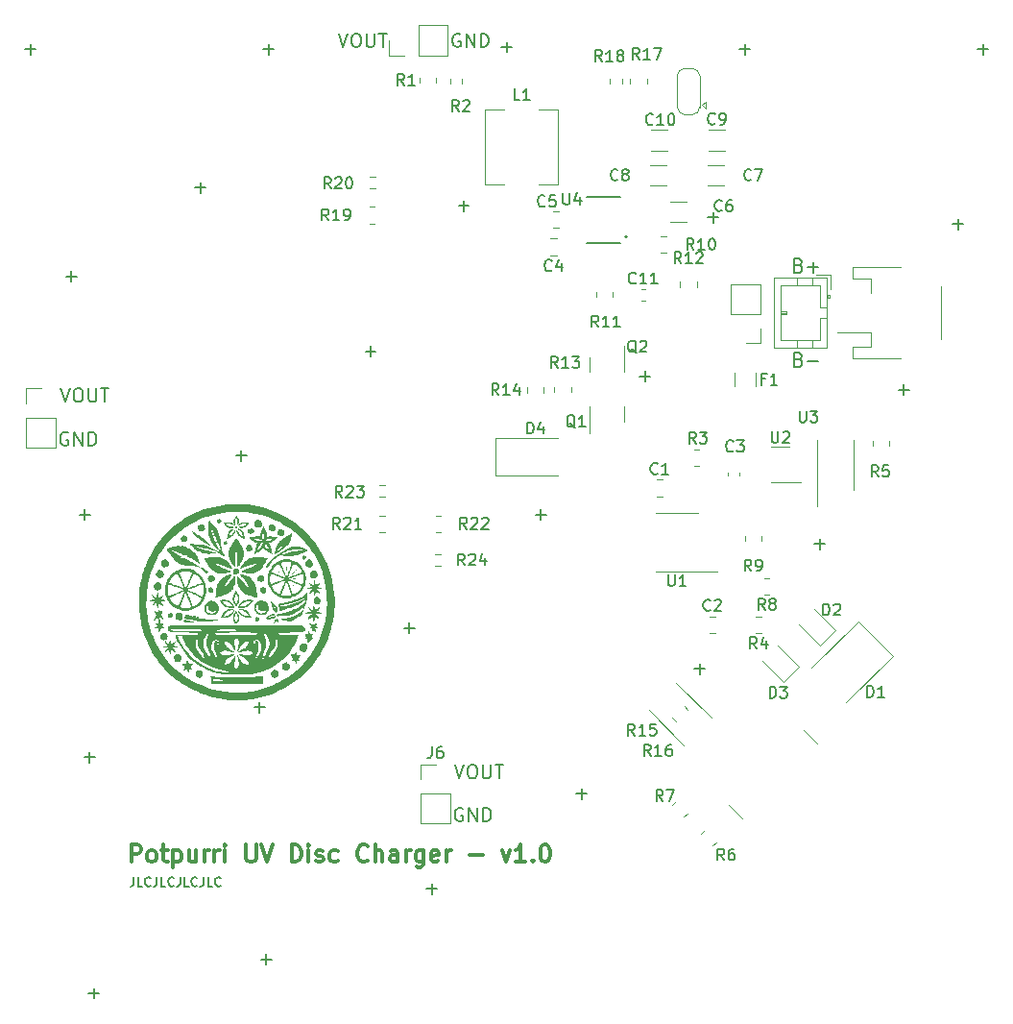
<source format=gbr>
%TF.GenerationSoftware,KiCad,Pcbnew,7.0.8*%
%TF.CreationDate,2025-01-10T21:38:43+01:00*%
%TF.ProjectId,UV_Disc_Charger,55565f44-6973-4635-9f43-686172676572,rev?*%
%TF.SameCoordinates,Original*%
%TF.FileFunction,Legend,Top*%
%TF.FilePolarity,Positive*%
%FSLAX46Y46*%
G04 Gerber Fmt 4.6, Leading zero omitted, Abs format (unit mm)*
G04 Created by KiCad (PCBNEW 7.0.8) date 2025-01-10 21:38:43*
%MOMM*%
%LPD*%
G01*
G04 APERTURE LIST*
%ADD10C,0.200000*%
%ADD11C,0.150000*%
%ADD12C,0.300000*%
%ADD13C,0.120000*%
%ADD14C,0.152400*%
G04 APERTURE END LIST*
D10*
X149495863Y-86842742D02*
X149895863Y-88042742D01*
X149895863Y-88042742D02*
X150295863Y-86842742D01*
X150924434Y-86842742D02*
X151153006Y-86842742D01*
X151153006Y-86842742D02*
X151267291Y-86899885D01*
X151267291Y-86899885D02*
X151381577Y-87014171D01*
X151381577Y-87014171D02*
X151438720Y-87242742D01*
X151438720Y-87242742D02*
X151438720Y-87642742D01*
X151438720Y-87642742D02*
X151381577Y-87871314D01*
X151381577Y-87871314D02*
X151267291Y-87985600D01*
X151267291Y-87985600D02*
X151153006Y-88042742D01*
X151153006Y-88042742D02*
X150924434Y-88042742D01*
X150924434Y-88042742D02*
X150810149Y-87985600D01*
X150810149Y-87985600D02*
X150695863Y-87871314D01*
X150695863Y-87871314D02*
X150638720Y-87642742D01*
X150638720Y-87642742D02*
X150638720Y-87242742D01*
X150638720Y-87242742D02*
X150695863Y-87014171D01*
X150695863Y-87014171D02*
X150810149Y-86899885D01*
X150810149Y-86899885D02*
X150924434Y-86842742D01*
X151953006Y-86842742D02*
X151953006Y-87814171D01*
X151953006Y-87814171D02*
X152010149Y-87928457D01*
X152010149Y-87928457D02*
X152067292Y-87985600D01*
X152067292Y-87985600D02*
X152181577Y-88042742D01*
X152181577Y-88042742D02*
X152410149Y-88042742D01*
X152410149Y-88042742D02*
X152524434Y-87985600D01*
X152524434Y-87985600D02*
X152581577Y-87928457D01*
X152581577Y-87928457D02*
X152638720Y-87814171D01*
X152638720Y-87814171D02*
X152638720Y-86842742D01*
X153038720Y-86842742D02*
X153724435Y-86842742D01*
X153381577Y-88042742D02*
X153381577Y-86842742D01*
X114745863Y-53642742D02*
X115145863Y-54842742D01*
X115145863Y-54842742D02*
X115545863Y-53642742D01*
X116174434Y-53642742D02*
X116403006Y-53642742D01*
X116403006Y-53642742D02*
X116517291Y-53699885D01*
X116517291Y-53699885D02*
X116631577Y-53814171D01*
X116631577Y-53814171D02*
X116688720Y-54042742D01*
X116688720Y-54042742D02*
X116688720Y-54442742D01*
X116688720Y-54442742D02*
X116631577Y-54671314D01*
X116631577Y-54671314D02*
X116517291Y-54785600D01*
X116517291Y-54785600D02*
X116403006Y-54842742D01*
X116403006Y-54842742D02*
X116174434Y-54842742D01*
X116174434Y-54842742D02*
X116060149Y-54785600D01*
X116060149Y-54785600D02*
X115945863Y-54671314D01*
X115945863Y-54671314D02*
X115888720Y-54442742D01*
X115888720Y-54442742D02*
X115888720Y-54042742D01*
X115888720Y-54042742D02*
X115945863Y-53814171D01*
X115945863Y-53814171D02*
X116060149Y-53699885D01*
X116060149Y-53699885D02*
X116174434Y-53642742D01*
X117203006Y-53642742D02*
X117203006Y-54614171D01*
X117203006Y-54614171D02*
X117260149Y-54728457D01*
X117260149Y-54728457D02*
X117317292Y-54785600D01*
X117317292Y-54785600D02*
X117431577Y-54842742D01*
X117431577Y-54842742D02*
X117660149Y-54842742D01*
X117660149Y-54842742D02*
X117774434Y-54785600D01*
X117774434Y-54785600D02*
X117831577Y-54728457D01*
X117831577Y-54728457D02*
X117888720Y-54614171D01*
X117888720Y-54614171D02*
X117888720Y-53642742D01*
X118288720Y-53642742D02*
X118974435Y-53642742D01*
X118631577Y-54842742D02*
X118631577Y-53642742D01*
X139245863Y-22392742D02*
X139645863Y-23592742D01*
X139645863Y-23592742D02*
X140045863Y-22392742D01*
X140674434Y-22392742D02*
X140903006Y-22392742D01*
X140903006Y-22392742D02*
X141017291Y-22449885D01*
X141017291Y-22449885D02*
X141131577Y-22564171D01*
X141131577Y-22564171D02*
X141188720Y-22792742D01*
X141188720Y-22792742D02*
X141188720Y-23192742D01*
X141188720Y-23192742D02*
X141131577Y-23421314D01*
X141131577Y-23421314D02*
X141017291Y-23535600D01*
X141017291Y-23535600D02*
X140903006Y-23592742D01*
X140903006Y-23592742D02*
X140674434Y-23592742D01*
X140674434Y-23592742D02*
X140560149Y-23535600D01*
X140560149Y-23535600D02*
X140445863Y-23421314D01*
X140445863Y-23421314D02*
X140388720Y-23192742D01*
X140388720Y-23192742D02*
X140388720Y-22792742D01*
X140388720Y-22792742D02*
X140445863Y-22564171D01*
X140445863Y-22564171D02*
X140560149Y-22449885D01*
X140560149Y-22449885D02*
X140674434Y-22392742D01*
X141703006Y-22392742D02*
X141703006Y-23364171D01*
X141703006Y-23364171D02*
X141760149Y-23478457D01*
X141760149Y-23478457D02*
X141817292Y-23535600D01*
X141817292Y-23535600D02*
X141931577Y-23592742D01*
X141931577Y-23592742D02*
X142160149Y-23592742D01*
X142160149Y-23592742D02*
X142274434Y-23535600D01*
X142274434Y-23535600D02*
X142331577Y-23478457D01*
X142331577Y-23478457D02*
X142388720Y-23364171D01*
X142388720Y-23364171D02*
X142388720Y-22392742D01*
X142788720Y-22392742D02*
X143474435Y-22392742D01*
X143131577Y-23592742D02*
X143131577Y-22392742D01*
X149945863Y-22449885D02*
X149831578Y-22392742D01*
X149831578Y-22392742D02*
X149660149Y-22392742D01*
X149660149Y-22392742D02*
X149488720Y-22449885D01*
X149488720Y-22449885D02*
X149374435Y-22564171D01*
X149374435Y-22564171D02*
X149317292Y-22678457D01*
X149317292Y-22678457D02*
X149260149Y-22907028D01*
X149260149Y-22907028D02*
X149260149Y-23078457D01*
X149260149Y-23078457D02*
X149317292Y-23307028D01*
X149317292Y-23307028D02*
X149374435Y-23421314D01*
X149374435Y-23421314D02*
X149488720Y-23535600D01*
X149488720Y-23535600D02*
X149660149Y-23592742D01*
X149660149Y-23592742D02*
X149774435Y-23592742D01*
X149774435Y-23592742D02*
X149945863Y-23535600D01*
X149945863Y-23535600D02*
X150003006Y-23478457D01*
X150003006Y-23478457D02*
X150003006Y-23078457D01*
X150003006Y-23078457D02*
X149774435Y-23078457D01*
X150517292Y-23592742D02*
X150517292Y-22392742D01*
X150517292Y-22392742D02*
X151203006Y-23592742D01*
X151203006Y-23592742D02*
X151203006Y-22392742D01*
X151774435Y-23592742D02*
X151774435Y-22392742D01*
X151774435Y-22392742D02*
X152060149Y-22392742D01*
X152060149Y-22392742D02*
X152231578Y-22449885D01*
X152231578Y-22449885D02*
X152345863Y-22564171D01*
X152345863Y-22564171D02*
X152403006Y-22678457D01*
X152403006Y-22678457D02*
X152460149Y-22907028D01*
X152460149Y-22907028D02*
X152460149Y-23078457D01*
X152460149Y-23078457D02*
X152403006Y-23307028D01*
X152403006Y-23307028D02*
X152345863Y-23421314D01*
X152345863Y-23421314D02*
X152231578Y-23535600D01*
X152231578Y-23535600D02*
X152060149Y-23592742D01*
X152060149Y-23592742D02*
X151774435Y-23592742D01*
X150175863Y-90694885D02*
X150061578Y-90637742D01*
X150061578Y-90637742D02*
X149890149Y-90637742D01*
X149890149Y-90637742D02*
X149718720Y-90694885D01*
X149718720Y-90694885D02*
X149604435Y-90809171D01*
X149604435Y-90809171D02*
X149547292Y-90923457D01*
X149547292Y-90923457D02*
X149490149Y-91152028D01*
X149490149Y-91152028D02*
X149490149Y-91323457D01*
X149490149Y-91323457D02*
X149547292Y-91552028D01*
X149547292Y-91552028D02*
X149604435Y-91666314D01*
X149604435Y-91666314D02*
X149718720Y-91780600D01*
X149718720Y-91780600D02*
X149890149Y-91837742D01*
X149890149Y-91837742D02*
X150004435Y-91837742D01*
X150004435Y-91837742D02*
X150175863Y-91780600D01*
X150175863Y-91780600D02*
X150233006Y-91723457D01*
X150233006Y-91723457D02*
X150233006Y-91323457D01*
X150233006Y-91323457D02*
X150004435Y-91323457D01*
X150747292Y-91837742D02*
X150747292Y-90637742D01*
X150747292Y-90637742D02*
X151433006Y-91837742D01*
X151433006Y-91837742D02*
X151433006Y-90637742D01*
X152004435Y-91837742D02*
X152004435Y-90637742D01*
X152004435Y-90637742D02*
X152290149Y-90637742D01*
X152290149Y-90637742D02*
X152461578Y-90694885D01*
X152461578Y-90694885D02*
X152575863Y-90809171D01*
X152575863Y-90809171D02*
X152633006Y-90923457D01*
X152633006Y-90923457D02*
X152690149Y-91152028D01*
X152690149Y-91152028D02*
X152690149Y-91323457D01*
X152690149Y-91323457D02*
X152633006Y-91552028D01*
X152633006Y-91552028D02*
X152575863Y-91666314D01*
X152575863Y-91666314D02*
X152461578Y-91780600D01*
X152461578Y-91780600D02*
X152290149Y-91837742D01*
X152290149Y-91837742D02*
X152004435Y-91837742D01*
X115375863Y-57569885D02*
X115261578Y-57512742D01*
X115261578Y-57512742D02*
X115090149Y-57512742D01*
X115090149Y-57512742D02*
X114918720Y-57569885D01*
X114918720Y-57569885D02*
X114804435Y-57684171D01*
X114804435Y-57684171D02*
X114747292Y-57798457D01*
X114747292Y-57798457D02*
X114690149Y-58027028D01*
X114690149Y-58027028D02*
X114690149Y-58198457D01*
X114690149Y-58198457D02*
X114747292Y-58427028D01*
X114747292Y-58427028D02*
X114804435Y-58541314D01*
X114804435Y-58541314D02*
X114918720Y-58655600D01*
X114918720Y-58655600D02*
X115090149Y-58712742D01*
X115090149Y-58712742D02*
X115204435Y-58712742D01*
X115204435Y-58712742D02*
X115375863Y-58655600D01*
X115375863Y-58655600D02*
X115433006Y-58598457D01*
X115433006Y-58598457D02*
X115433006Y-58198457D01*
X115433006Y-58198457D02*
X115204435Y-58198457D01*
X115947292Y-58712742D02*
X115947292Y-57512742D01*
X115947292Y-57512742D02*
X116633006Y-58712742D01*
X116633006Y-58712742D02*
X116633006Y-57512742D01*
X117204435Y-58712742D02*
X117204435Y-57512742D01*
X117204435Y-57512742D02*
X117490149Y-57512742D01*
X117490149Y-57512742D02*
X117661578Y-57569885D01*
X117661578Y-57569885D02*
X117775863Y-57684171D01*
X117775863Y-57684171D02*
X117833006Y-57798457D01*
X117833006Y-57798457D02*
X117890149Y-58027028D01*
X117890149Y-58027028D02*
X117890149Y-58198457D01*
X117890149Y-58198457D02*
X117833006Y-58427028D01*
X117833006Y-58427028D02*
X117775863Y-58541314D01*
X117775863Y-58541314D02*
X117661578Y-58655600D01*
X117661578Y-58655600D02*
X117490149Y-58712742D01*
X117490149Y-58712742D02*
X117204435Y-58712742D01*
D11*
X121167731Y-96744295D02*
X121167731Y-97315723D01*
X121167731Y-97315723D02*
X121129636Y-97430009D01*
X121129636Y-97430009D02*
X121053445Y-97506200D01*
X121053445Y-97506200D02*
X120939160Y-97544295D01*
X120939160Y-97544295D02*
X120862969Y-97544295D01*
X121929636Y-97544295D02*
X121548684Y-97544295D01*
X121548684Y-97544295D02*
X121548684Y-96744295D01*
X122653446Y-97468104D02*
X122615350Y-97506200D01*
X122615350Y-97506200D02*
X122501065Y-97544295D01*
X122501065Y-97544295D02*
X122424874Y-97544295D01*
X122424874Y-97544295D02*
X122310588Y-97506200D01*
X122310588Y-97506200D02*
X122234398Y-97430009D01*
X122234398Y-97430009D02*
X122196303Y-97353819D01*
X122196303Y-97353819D02*
X122158207Y-97201438D01*
X122158207Y-97201438D02*
X122158207Y-97087152D01*
X122158207Y-97087152D02*
X122196303Y-96934771D01*
X122196303Y-96934771D02*
X122234398Y-96858580D01*
X122234398Y-96858580D02*
X122310588Y-96782390D01*
X122310588Y-96782390D02*
X122424874Y-96744295D01*
X122424874Y-96744295D02*
X122501065Y-96744295D01*
X122501065Y-96744295D02*
X122615350Y-96782390D01*
X122615350Y-96782390D02*
X122653446Y-96820485D01*
X123224874Y-96744295D02*
X123224874Y-97315723D01*
X123224874Y-97315723D02*
X123186779Y-97430009D01*
X123186779Y-97430009D02*
X123110588Y-97506200D01*
X123110588Y-97506200D02*
X122996303Y-97544295D01*
X122996303Y-97544295D02*
X122920112Y-97544295D01*
X123986779Y-97544295D02*
X123605827Y-97544295D01*
X123605827Y-97544295D02*
X123605827Y-96744295D01*
X124710589Y-97468104D02*
X124672493Y-97506200D01*
X124672493Y-97506200D02*
X124558208Y-97544295D01*
X124558208Y-97544295D02*
X124482017Y-97544295D01*
X124482017Y-97544295D02*
X124367731Y-97506200D01*
X124367731Y-97506200D02*
X124291541Y-97430009D01*
X124291541Y-97430009D02*
X124253446Y-97353819D01*
X124253446Y-97353819D02*
X124215350Y-97201438D01*
X124215350Y-97201438D02*
X124215350Y-97087152D01*
X124215350Y-97087152D02*
X124253446Y-96934771D01*
X124253446Y-96934771D02*
X124291541Y-96858580D01*
X124291541Y-96858580D02*
X124367731Y-96782390D01*
X124367731Y-96782390D02*
X124482017Y-96744295D01*
X124482017Y-96744295D02*
X124558208Y-96744295D01*
X124558208Y-96744295D02*
X124672493Y-96782390D01*
X124672493Y-96782390D02*
X124710589Y-96820485D01*
X125282017Y-96744295D02*
X125282017Y-97315723D01*
X125282017Y-97315723D02*
X125243922Y-97430009D01*
X125243922Y-97430009D02*
X125167731Y-97506200D01*
X125167731Y-97506200D02*
X125053446Y-97544295D01*
X125053446Y-97544295D02*
X124977255Y-97544295D01*
X126043922Y-97544295D02*
X125662970Y-97544295D01*
X125662970Y-97544295D02*
X125662970Y-96744295D01*
X126767732Y-97468104D02*
X126729636Y-97506200D01*
X126729636Y-97506200D02*
X126615351Y-97544295D01*
X126615351Y-97544295D02*
X126539160Y-97544295D01*
X126539160Y-97544295D02*
X126424874Y-97506200D01*
X126424874Y-97506200D02*
X126348684Y-97430009D01*
X126348684Y-97430009D02*
X126310589Y-97353819D01*
X126310589Y-97353819D02*
X126272493Y-97201438D01*
X126272493Y-97201438D02*
X126272493Y-97087152D01*
X126272493Y-97087152D02*
X126310589Y-96934771D01*
X126310589Y-96934771D02*
X126348684Y-96858580D01*
X126348684Y-96858580D02*
X126424874Y-96782390D01*
X126424874Y-96782390D02*
X126539160Y-96744295D01*
X126539160Y-96744295D02*
X126615351Y-96744295D01*
X126615351Y-96744295D02*
X126729636Y-96782390D01*
X126729636Y-96782390D02*
X126767732Y-96820485D01*
X127339160Y-96744295D02*
X127339160Y-97315723D01*
X127339160Y-97315723D02*
X127301065Y-97430009D01*
X127301065Y-97430009D02*
X127224874Y-97506200D01*
X127224874Y-97506200D02*
X127110589Y-97544295D01*
X127110589Y-97544295D02*
X127034398Y-97544295D01*
X128101065Y-97544295D02*
X127720113Y-97544295D01*
X127720113Y-97544295D02*
X127720113Y-96744295D01*
X128824875Y-97468104D02*
X128786779Y-97506200D01*
X128786779Y-97506200D02*
X128672494Y-97544295D01*
X128672494Y-97544295D02*
X128596303Y-97544295D01*
X128596303Y-97544295D02*
X128482017Y-97506200D01*
X128482017Y-97506200D02*
X128405827Y-97430009D01*
X128405827Y-97430009D02*
X128367732Y-97353819D01*
X128367732Y-97353819D02*
X128329636Y-97201438D01*
X128329636Y-97201438D02*
X128329636Y-97087152D01*
X128329636Y-97087152D02*
X128367732Y-96934771D01*
X128367732Y-96934771D02*
X128405827Y-96858580D01*
X128405827Y-96858580D02*
X128482017Y-96782390D01*
X128482017Y-96782390D02*
X128596303Y-96744295D01*
X128596303Y-96744295D02*
X128672494Y-96744295D01*
X128672494Y-96744295D02*
X128786779Y-96782390D01*
X128786779Y-96782390D02*
X128824875Y-96820485D01*
D12*
X120954510Y-95400828D02*
X120954510Y-93900828D01*
X120954510Y-93900828D02*
X121525939Y-93900828D01*
X121525939Y-93900828D02*
X121668796Y-93972257D01*
X121668796Y-93972257D02*
X121740225Y-94043685D01*
X121740225Y-94043685D02*
X121811653Y-94186542D01*
X121811653Y-94186542D02*
X121811653Y-94400828D01*
X121811653Y-94400828D02*
X121740225Y-94543685D01*
X121740225Y-94543685D02*
X121668796Y-94615114D01*
X121668796Y-94615114D02*
X121525939Y-94686542D01*
X121525939Y-94686542D02*
X120954510Y-94686542D01*
X122668796Y-95400828D02*
X122525939Y-95329400D01*
X122525939Y-95329400D02*
X122454510Y-95257971D01*
X122454510Y-95257971D02*
X122383082Y-95115114D01*
X122383082Y-95115114D02*
X122383082Y-94686542D01*
X122383082Y-94686542D02*
X122454510Y-94543685D01*
X122454510Y-94543685D02*
X122525939Y-94472257D01*
X122525939Y-94472257D02*
X122668796Y-94400828D01*
X122668796Y-94400828D02*
X122883082Y-94400828D01*
X122883082Y-94400828D02*
X123025939Y-94472257D01*
X123025939Y-94472257D02*
X123097368Y-94543685D01*
X123097368Y-94543685D02*
X123168796Y-94686542D01*
X123168796Y-94686542D02*
X123168796Y-95115114D01*
X123168796Y-95115114D02*
X123097368Y-95257971D01*
X123097368Y-95257971D02*
X123025939Y-95329400D01*
X123025939Y-95329400D02*
X122883082Y-95400828D01*
X122883082Y-95400828D02*
X122668796Y-95400828D01*
X123597368Y-94400828D02*
X124168796Y-94400828D01*
X123811653Y-93900828D02*
X123811653Y-95186542D01*
X123811653Y-95186542D02*
X123883082Y-95329400D01*
X123883082Y-95329400D02*
X124025939Y-95400828D01*
X124025939Y-95400828D02*
X124168796Y-95400828D01*
X124668796Y-94400828D02*
X124668796Y-95900828D01*
X124668796Y-94472257D02*
X124811654Y-94400828D01*
X124811654Y-94400828D02*
X125097368Y-94400828D01*
X125097368Y-94400828D02*
X125240225Y-94472257D01*
X125240225Y-94472257D02*
X125311654Y-94543685D01*
X125311654Y-94543685D02*
X125383082Y-94686542D01*
X125383082Y-94686542D02*
X125383082Y-95115114D01*
X125383082Y-95115114D02*
X125311654Y-95257971D01*
X125311654Y-95257971D02*
X125240225Y-95329400D01*
X125240225Y-95329400D02*
X125097368Y-95400828D01*
X125097368Y-95400828D02*
X124811654Y-95400828D01*
X124811654Y-95400828D02*
X124668796Y-95329400D01*
X126668797Y-94400828D02*
X126668797Y-95400828D01*
X126025939Y-94400828D02*
X126025939Y-95186542D01*
X126025939Y-95186542D02*
X126097368Y-95329400D01*
X126097368Y-95329400D02*
X126240225Y-95400828D01*
X126240225Y-95400828D02*
X126454511Y-95400828D01*
X126454511Y-95400828D02*
X126597368Y-95329400D01*
X126597368Y-95329400D02*
X126668797Y-95257971D01*
X127383082Y-95400828D02*
X127383082Y-94400828D01*
X127383082Y-94686542D02*
X127454511Y-94543685D01*
X127454511Y-94543685D02*
X127525940Y-94472257D01*
X127525940Y-94472257D02*
X127668797Y-94400828D01*
X127668797Y-94400828D02*
X127811654Y-94400828D01*
X128311653Y-95400828D02*
X128311653Y-94400828D01*
X128311653Y-94686542D02*
X128383082Y-94543685D01*
X128383082Y-94543685D02*
X128454511Y-94472257D01*
X128454511Y-94472257D02*
X128597368Y-94400828D01*
X128597368Y-94400828D02*
X128740225Y-94400828D01*
X129240224Y-95400828D02*
X129240224Y-94400828D01*
X129240224Y-93900828D02*
X129168796Y-93972257D01*
X129168796Y-93972257D02*
X129240224Y-94043685D01*
X129240224Y-94043685D02*
X129311653Y-93972257D01*
X129311653Y-93972257D02*
X129240224Y-93900828D01*
X129240224Y-93900828D02*
X129240224Y-94043685D01*
X131097367Y-93900828D02*
X131097367Y-95115114D01*
X131097367Y-95115114D02*
X131168796Y-95257971D01*
X131168796Y-95257971D02*
X131240225Y-95329400D01*
X131240225Y-95329400D02*
X131383082Y-95400828D01*
X131383082Y-95400828D02*
X131668796Y-95400828D01*
X131668796Y-95400828D02*
X131811653Y-95329400D01*
X131811653Y-95329400D02*
X131883082Y-95257971D01*
X131883082Y-95257971D02*
X131954510Y-95115114D01*
X131954510Y-95115114D02*
X131954510Y-93900828D01*
X132454511Y-93900828D02*
X132954511Y-95400828D01*
X132954511Y-95400828D02*
X133454511Y-93900828D01*
X135097367Y-95400828D02*
X135097367Y-93900828D01*
X135097367Y-93900828D02*
X135454510Y-93900828D01*
X135454510Y-93900828D02*
X135668796Y-93972257D01*
X135668796Y-93972257D02*
X135811653Y-94115114D01*
X135811653Y-94115114D02*
X135883082Y-94257971D01*
X135883082Y-94257971D02*
X135954510Y-94543685D01*
X135954510Y-94543685D02*
X135954510Y-94757971D01*
X135954510Y-94757971D02*
X135883082Y-95043685D01*
X135883082Y-95043685D02*
X135811653Y-95186542D01*
X135811653Y-95186542D02*
X135668796Y-95329400D01*
X135668796Y-95329400D02*
X135454510Y-95400828D01*
X135454510Y-95400828D02*
X135097367Y-95400828D01*
X136597367Y-95400828D02*
X136597367Y-94400828D01*
X136597367Y-93900828D02*
X136525939Y-93972257D01*
X136525939Y-93972257D02*
X136597367Y-94043685D01*
X136597367Y-94043685D02*
X136668796Y-93972257D01*
X136668796Y-93972257D02*
X136597367Y-93900828D01*
X136597367Y-93900828D02*
X136597367Y-94043685D01*
X137240225Y-95329400D02*
X137383082Y-95400828D01*
X137383082Y-95400828D02*
X137668796Y-95400828D01*
X137668796Y-95400828D02*
X137811653Y-95329400D01*
X137811653Y-95329400D02*
X137883082Y-95186542D01*
X137883082Y-95186542D02*
X137883082Y-95115114D01*
X137883082Y-95115114D02*
X137811653Y-94972257D01*
X137811653Y-94972257D02*
X137668796Y-94900828D01*
X137668796Y-94900828D02*
X137454511Y-94900828D01*
X137454511Y-94900828D02*
X137311653Y-94829400D01*
X137311653Y-94829400D02*
X137240225Y-94686542D01*
X137240225Y-94686542D02*
X137240225Y-94615114D01*
X137240225Y-94615114D02*
X137311653Y-94472257D01*
X137311653Y-94472257D02*
X137454511Y-94400828D01*
X137454511Y-94400828D02*
X137668796Y-94400828D01*
X137668796Y-94400828D02*
X137811653Y-94472257D01*
X139168797Y-95329400D02*
X139025939Y-95400828D01*
X139025939Y-95400828D02*
X138740225Y-95400828D01*
X138740225Y-95400828D02*
X138597368Y-95329400D01*
X138597368Y-95329400D02*
X138525939Y-95257971D01*
X138525939Y-95257971D02*
X138454511Y-95115114D01*
X138454511Y-95115114D02*
X138454511Y-94686542D01*
X138454511Y-94686542D02*
X138525939Y-94543685D01*
X138525939Y-94543685D02*
X138597368Y-94472257D01*
X138597368Y-94472257D02*
X138740225Y-94400828D01*
X138740225Y-94400828D02*
X139025939Y-94400828D01*
X139025939Y-94400828D02*
X139168797Y-94472257D01*
X141811653Y-95257971D02*
X141740225Y-95329400D01*
X141740225Y-95329400D02*
X141525939Y-95400828D01*
X141525939Y-95400828D02*
X141383082Y-95400828D01*
X141383082Y-95400828D02*
X141168796Y-95329400D01*
X141168796Y-95329400D02*
X141025939Y-95186542D01*
X141025939Y-95186542D02*
X140954510Y-95043685D01*
X140954510Y-95043685D02*
X140883082Y-94757971D01*
X140883082Y-94757971D02*
X140883082Y-94543685D01*
X140883082Y-94543685D02*
X140954510Y-94257971D01*
X140954510Y-94257971D02*
X141025939Y-94115114D01*
X141025939Y-94115114D02*
X141168796Y-93972257D01*
X141168796Y-93972257D02*
X141383082Y-93900828D01*
X141383082Y-93900828D02*
X141525939Y-93900828D01*
X141525939Y-93900828D02*
X141740225Y-93972257D01*
X141740225Y-93972257D02*
X141811653Y-94043685D01*
X142454510Y-95400828D02*
X142454510Y-93900828D01*
X143097368Y-95400828D02*
X143097368Y-94615114D01*
X143097368Y-94615114D02*
X143025939Y-94472257D01*
X143025939Y-94472257D02*
X142883082Y-94400828D01*
X142883082Y-94400828D02*
X142668796Y-94400828D01*
X142668796Y-94400828D02*
X142525939Y-94472257D01*
X142525939Y-94472257D02*
X142454510Y-94543685D01*
X144454511Y-95400828D02*
X144454511Y-94615114D01*
X144454511Y-94615114D02*
X144383082Y-94472257D01*
X144383082Y-94472257D02*
X144240225Y-94400828D01*
X144240225Y-94400828D02*
X143954511Y-94400828D01*
X143954511Y-94400828D02*
X143811653Y-94472257D01*
X144454511Y-95329400D02*
X144311653Y-95400828D01*
X144311653Y-95400828D02*
X143954511Y-95400828D01*
X143954511Y-95400828D02*
X143811653Y-95329400D01*
X143811653Y-95329400D02*
X143740225Y-95186542D01*
X143740225Y-95186542D02*
X143740225Y-95043685D01*
X143740225Y-95043685D02*
X143811653Y-94900828D01*
X143811653Y-94900828D02*
X143954511Y-94829400D01*
X143954511Y-94829400D02*
X144311653Y-94829400D01*
X144311653Y-94829400D02*
X144454511Y-94757971D01*
X145168796Y-95400828D02*
X145168796Y-94400828D01*
X145168796Y-94686542D02*
X145240225Y-94543685D01*
X145240225Y-94543685D02*
X145311654Y-94472257D01*
X145311654Y-94472257D02*
X145454511Y-94400828D01*
X145454511Y-94400828D02*
X145597368Y-94400828D01*
X146740225Y-94400828D02*
X146740225Y-95615114D01*
X146740225Y-95615114D02*
X146668796Y-95757971D01*
X146668796Y-95757971D02*
X146597367Y-95829400D01*
X146597367Y-95829400D02*
X146454510Y-95900828D01*
X146454510Y-95900828D02*
X146240225Y-95900828D01*
X146240225Y-95900828D02*
X146097367Y-95829400D01*
X146740225Y-95329400D02*
X146597367Y-95400828D01*
X146597367Y-95400828D02*
X146311653Y-95400828D01*
X146311653Y-95400828D02*
X146168796Y-95329400D01*
X146168796Y-95329400D02*
X146097367Y-95257971D01*
X146097367Y-95257971D02*
X146025939Y-95115114D01*
X146025939Y-95115114D02*
X146025939Y-94686542D01*
X146025939Y-94686542D02*
X146097367Y-94543685D01*
X146097367Y-94543685D02*
X146168796Y-94472257D01*
X146168796Y-94472257D02*
X146311653Y-94400828D01*
X146311653Y-94400828D02*
X146597367Y-94400828D01*
X146597367Y-94400828D02*
X146740225Y-94472257D01*
X148025939Y-95329400D02*
X147883082Y-95400828D01*
X147883082Y-95400828D02*
X147597368Y-95400828D01*
X147597368Y-95400828D02*
X147454510Y-95329400D01*
X147454510Y-95329400D02*
X147383082Y-95186542D01*
X147383082Y-95186542D02*
X147383082Y-94615114D01*
X147383082Y-94615114D02*
X147454510Y-94472257D01*
X147454510Y-94472257D02*
X147597368Y-94400828D01*
X147597368Y-94400828D02*
X147883082Y-94400828D01*
X147883082Y-94400828D02*
X148025939Y-94472257D01*
X148025939Y-94472257D02*
X148097368Y-94615114D01*
X148097368Y-94615114D02*
X148097368Y-94757971D01*
X148097368Y-94757971D02*
X147383082Y-94900828D01*
X148740224Y-95400828D02*
X148740224Y-94400828D01*
X148740224Y-94686542D02*
X148811653Y-94543685D01*
X148811653Y-94543685D02*
X148883082Y-94472257D01*
X148883082Y-94472257D02*
X149025939Y-94400828D01*
X149025939Y-94400828D02*
X149168796Y-94400828D01*
X150811652Y-94829400D02*
X151954510Y-94829400D01*
X153668795Y-94400828D02*
X154025938Y-95400828D01*
X154025938Y-95400828D02*
X154383081Y-94400828D01*
X155740224Y-95400828D02*
X154883081Y-95400828D01*
X155311652Y-95400828D02*
X155311652Y-93900828D01*
X155311652Y-93900828D02*
X155168795Y-94115114D01*
X155168795Y-94115114D02*
X155025938Y-94257971D01*
X155025938Y-94257971D02*
X154883081Y-94329400D01*
X156383080Y-95257971D02*
X156454509Y-95329400D01*
X156454509Y-95329400D02*
X156383080Y-95400828D01*
X156383080Y-95400828D02*
X156311652Y-95329400D01*
X156311652Y-95329400D02*
X156383080Y-95257971D01*
X156383080Y-95257971D02*
X156383080Y-95400828D01*
X157383081Y-93900828D02*
X157525938Y-93900828D01*
X157525938Y-93900828D02*
X157668795Y-93972257D01*
X157668795Y-93972257D02*
X157740224Y-94043685D01*
X157740224Y-94043685D02*
X157811652Y-94186542D01*
X157811652Y-94186542D02*
X157883081Y-94472257D01*
X157883081Y-94472257D02*
X157883081Y-94829400D01*
X157883081Y-94829400D02*
X157811652Y-95115114D01*
X157811652Y-95115114D02*
X157740224Y-95257971D01*
X157740224Y-95257971D02*
X157668795Y-95329400D01*
X157668795Y-95329400D02*
X157525938Y-95400828D01*
X157525938Y-95400828D02*
X157383081Y-95400828D01*
X157383081Y-95400828D02*
X157240224Y-95329400D01*
X157240224Y-95329400D02*
X157168795Y-95257971D01*
X157168795Y-95257971D02*
X157097366Y-95115114D01*
X157097366Y-95115114D02*
X157025938Y-94829400D01*
X157025938Y-94829400D02*
X157025938Y-94472257D01*
X157025938Y-94472257D02*
X157097366Y-94186542D01*
X157097366Y-94186542D02*
X157168795Y-94043685D01*
X157168795Y-94043685D02*
X157240224Y-93972257D01*
X157240224Y-93972257D02*
X157383081Y-93900828D01*
D10*
X179817292Y-51114171D02*
X179988720Y-51171314D01*
X179988720Y-51171314D02*
X180045863Y-51228457D01*
X180045863Y-51228457D02*
X180103006Y-51342742D01*
X180103006Y-51342742D02*
X180103006Y-51514171D01*
X180103006Y-51514171D02*
X180045863Y-51628457D01*
X180045863Y-51628457D02*
X179988720Y-51685600D01*
X179988720Y-51685600D02*
X179874435Y-51742742D01*
X179874435Y-51742742D02*
X179417292Y-51742742D01*
X179417292Y-51742742D02*
X179417292Y-50542742D01*
X179417292Y-50542742D02*
X179817292Y-50542742D01*
X179817292Y-50542742D02*
X179931578Y-50599885D01*
X179931578Y-50599885D02*
X179988720Y-50657028D01*
X179988720Y-50657028D02*
X180045863Y-50771314D01*
X180045863Y-50771314D02*
X180045863Y-50885600D01*
X180045863Y-50885600D02*
X179988720Y-50999885D01*
X179988720Y-50999885D02*
X179931578Y-51057028D01*
X179931578Y-51057028D02*
X179817292Y-51114171D01*
X179817292Y-51114171D02*
X179417292Y-51114171D01*
X180617292Y-51285600D02*
X181531578Y-51285600D01*
X179817292Y-42814171D02*
X179988720Y-42871314D01*
X179988720Y-42871314D02*
X180045863Y-42928457D01*
X180045863Y-42928457D02*
X180103006Y-43042742D01*
X180103006Y-43042742D02*
X180103006Y-43214171D01*
X180103006Y-43214171D02*
X180045863Y-43328457D01*
X180045863Y-43328457D02*
X179988720Y-43385600D01*
X179988720Y-43385600D02*
X179874435Y-43442742D01*
X179874435Y-43442742D02*
X179417292Y-43442742D01*
X179417292Y-43442742D02*
X179417292Y-42242742D01*
X179417292Y-42242742D02*
X179817292Y-42242742D01*
X179817292Y-42242742D02*
X179931578Y-42299885D01*
X179931578Y-42299885D02*
X179988720Y-42357028D01*
X179988720Y-42357028D02*
X180045863Y-42471314D01*
X180045863Y-42471314D02*
X180045863Y-42585600D01*
X180045863Y-42585600D02*
X179988720Y-42699885D01*
X179988720Y-42699885D02*
X179931578Y-42757028D01*
X179931578Y-42757028D02*
X179817292Y-42814171D01*
X179817292Y-42814171D02*
X179417292Y-42814171D01*
X180617292Y-42985600D02*
X181531578Y-42985600D01*
X181074435Y-43442742D02*
X181074435Y-42528457D01*
X117217292Y-106985600D02*
X118131578Y-106985600D01*
X117674435Y-107442742D02*
X117674435Y-106528457D01*
X132417292Y-103985600D02*
X133331578Y-103985600D01*
X132874435Y-104442742D02*
X132874435Y-103528457D01*
X147017292Y-97785600D02*
X147931578Y-97785600D01*
X147474435Y-98242742D02*
X147474435Y-97328457D01*
X160217292Y-89385600D02*
X161131578Y-89385600D01*
X160674435Y-89842742D02*
X160674435Y-88928457D01*
X170617292Y-78385600D02*
X171531578Y-78385600D01*
X171074435Y-78842742D02*
X171074435Y-77928457D01*
X131817292Y-81785600D02*
X132731578Y-81785600D01*
X132274435Y-82242742D02*
X132274435Y-81328457D01*
X116817292Y-86185600D02*
X117731578Y-86185600D01*
X117274435Y-86642742D02*
X117274435Y-85728457D01*
X116417292Y-64785600D02*
X117331578Y-64785600D01*
X116874435Y-65242742D02*
X116874435Y-64328457D01*
X145017292Y-74785600D02*
X145931578Y-74785600D01*
X145474435Y-75242742D02*
X145474435Y-74328457D01*
X156617292Y-64785600D02*
X157531578Y-64785600D01*
X157074435Y-65242742D02*
X157074435Y-64328457D01*
X181217292Y-67385600D02*
X182131578Y-67385600D01*
X181674435Y-67842742D02*
X181674435Y-66928457D01*
X188617292Y-53785600D02*
X189531578Y-53785600D01*
X189074435Y-54242742D02*
X189074435Y-53328457D01*
X165817292Y-52585600D02*
X166731578Y-52585600D01*
X166274435Y-53042742D02*
X166274435Y-52128457D01*
X141617292Y-50385600D02*
X142531578Y-50385600D01*
X142074435Y-50842742D02*
X142074435Y-49928457D01*
X130217292Y-59585600D02*
X131131578Y-59585600D01*
X130674435Y-60042742D02*
X130674435Y-59128457D01*
X115217292Y-43785600D02*
X116131578Y-43785600D01*
X115674435Y-44242742D02*
X115674435Y-43328457D01*
X126617292Y-35985600D02*
X127531578Y-35985600D01*
X127074435Y-36442742D02*
X127074435Y-35528457D01*
X149817292Y-37585600D02*
X150731578Y-37585600D01*
X150274435Y-38042742D02*
X150274435Y-37128457D01*
X171817292Y-38585600D02*
X172731578Y-38585600D01*
X172274435Y-39042742D02*
X172274435Y-38128457D01*
X193417292Y-39185600D02*
X194331578Y-39185600D01*
X193874435Y-39642742D02*
X193874435Y-38728457D01*
X195617292Y-23785600D02*
X196531578Y-23785600D01*
X196074435Y-24242742D02*
X196074435Y-23328457D01*
X174617292Y-23785600D02*
X175531578Y-23785600D01*
X175074435Y-24242742D02*
X175074435Y-23328457D01*
X153617292Y-23585600D02*
X154531578Y-23585600D01*
X154074435Y-24042742D02*
X154074435Y-23128457D01*
X132617292Y-23785600D02*
X133531578Y-23785600D01*
X133074435Y-24242742D02*
X133074435Y-23328457D01*
X111617292Y-23785600D02*
X112531578Y-23785600D01*
X112074435Y-24242742D02*
X112074435Y-23328457D01*
D11*
X155233333Y-28254819D02*
X154757143Y-28254819D01*
X154757143Y-28254819D02*
X154757143Y-27254819D01*
X156090476Y-28254819D02*
X155519048Y-28254819D01*
X155804762Y-28254819D02*
X155804762Y-27254819D01*
X155804762Y-27254819D02*
X155709524Y-27397676D01*
X155709524Y-27397676D02*
X155614286Y-27492914D01*
X155614286Y-27492914D02*
X155519048Y-27540533D01*
X147466666Y-85249819D02*
X147466666Y-85964104D01*
X147466666Y-85964104D02*
X147419047Y-86106961D01*
X147419047Y-86106961D02*
X147323809Y-86202200D01*
X147323809Y-86202200D02*
X147180952Y-86249819D01*
X147180952Y-86249819D02*
X147085714Y-86249819D01*
X148371428Y-85249819D02*
X148180952Y-85249819D01*
X148180952Y-85249819D02*
X148085714Y-85297438D01*
X148085714Y-85297438D02*
X148038095Y-85345057D01*
X148038095Y-85345057D02*
X147942857Y-85487914D01*
X147942857Y-85487914D02*
X147895238Y-85678390D01*
X147895238Y-85678390D02*
X147895238Y-86059342D01*
X147895238Y-86059342D02*
X147942857Y-86154580D01*
X147942857Y-86154580D02*
X147990476Y-86202200D01*
X147990476Y-86202200D02*
X148085714Y-86249819D01*
X148085714Y-86249819D02*
X148276190Y-86249819D01*
X148276190Y-86249819D02*
X148371428Y-86202200D01*
X148371428Y-86202200D02*
X148419047Y-86154580D01*
X148419047Y-86154580D02*
X148466666Y-86059342D01*
X148466666Y-86059342D02*
X148466666Y-85821247D01*
X148466666Y-85821247D02*
X148419047Y-85726009D01*
X148419047Y-85726009D02*
X148371428Y-85678390D01*
X148371428Y-85678390D02*
X148276190Y-85630771D01*
X148276190Y-85630771D02*
X148085714Y-85630771D01*
X148085714Y-85630771D02*
X147990476Y-85678390D01*
X147990476Y-85678390D02*
X147942857Y-85726009D01*
X147942857Y-85726009D02*
X147895238Y-85821247D01*
X150357142Y-69254819D02*
X150023809Y-68778628D01*
X149785714Y-69254819D02*
X149785714Y-68254819D01*
X149785714Y-68254819D02*
X150166666Y-68254819D01*
X150166666Y-68254819D02*
X150261904Y-68302438D01*
X150261904Y-68302438D02*
X150309523Y-68350057D01*
X150309523Y-68350057D02*
X150357142Y-68445295D01*
X150357142Y-68445295D02*
X150357142Y-68588152D01*
X150357142Y-68588152D02*
X150309523Y-68683390D01*
X150309523Y-68683390D02*
X150261904Y-68731009D01*
X150261904Y-68731009D02*
X150166666Y-68778628D01*
X150166666Y-68778628D02*
X149785714Y-68778628D01*
X150738095Y-68350057D02*
X150785714Y-68302438D01*
X150785714Y-68302438D02*
X150880952Y-68254819D01*
X150880952Y-68254819D02*
X151119047Y-68254819D01*
X151119047Y-68254819D02*
X151214285Y-68302438D01*
X151214285Y-68302438D02*
X151261904Y-68350057D01*
X151261904Y-68350057D02*
X151309523Y-68445295D01*
X151309523Y-68445295D02*
X151309523Y-68540533D01*
X151309523Y-68540533D02*
X151261904Y-68683390D01*
X151261904Y-68683390D02*
X150690476Y-69254819D01*
X150690476Y-69254819D02*
X151309523Y-69254819D01*
X152166666Y-68588152D02*
X152166666Y-69254819D01*
X151928571Y-68207200D02*
X151690476Y-68921485D01*
X151690476Y-68921485D02*
X152309523Y-68921485D01*
X139557142Y-63254819D02*
X139223809Y-62778628D01*
X138985714Y-63254819D02*
X138985714Y-62254819D01*
X138985714Y-62254819D02*
X139366666Y-62254819D01*
X139366666Y-62254819D02*
X139461904Y-62302438D01*
X139461904Y-62302438D02*
X139509523Y-62350057D01*
X139509523Y-62350057D02*
X139557142Y-62445295D01*
X139557142Y-62445295D02*
X139557142Y-62588152D01*
X139557142Y-62588152D02*
X139509523Y-62683390D01*
X139509523Y-62683390D02*
X139461904Y-62731009D01*
X139461904Y-62731009D02*
X139366666Y-62778628D01*
X139366666Y-62778628D02*
X138985714Y-62778628D01*
X139938095Y-62350057D02*
X139985714Y-62302438D01*
X139985714Y-62302438D02*
X140080952Y-62254819D01*
X140080952Y-62254819D02*
X140319047Y-62254819D01*
X140319047Y-62254819D02*
X140414285Y-62302438D01*
X140414285Y-62302438D02*
X140461904Y-62350057D01*
X140461904Y-62350057D02*
X140509523Y-62445295D01*
X140509523Y-62445295D02*
X140509523Y-62540533D01*
X140509523Y-62540533D02*
X140461904Y-62683390D01*
X140461904Y-62683390D02*
X139890476Y-63254819D01*
X139890476Y-63254819D02*
X140509523Y-63254819D01*
X140842857Y-62254819D02*
X141461904Y-62254819D01*
X141461904Y-62254819D02*
X141128571Y-62635771D01*
X141128571Y-62635771D02*
X141271428Y-62635771D01*
X141271428Y-62635771D02*
X141366666Y-62683390D01*
X141366666Y-62683390D02*
X141414285Y-62731009D01*
X141414285Y-62731009D02*
X141461904Y-62826247D01*
X141461904Y-62826247D02*
X141461904Y-63064342D01*
X141461904Y-63064342D02*
X141414285Y-63159580D01*
X141414285Y-63159580D02*
X141366666Y-63207200D01*
X141366666Y-63207200D02*
X141271428Y-63254819D01*
X141271428Y-63254819D02*
X140985714Y-63254819D01*
X140985714Y-63254819D02*
X140890476Y-63207200D01*
X140890476Y-63207200D02*
X140842857Y-63159580D01*
X150557142Y-66054819D02*
X150223809Y-65578628D01*
X149985714Y-66054819D02*
X149985714Y-65054819D01*
X149985714Y-65054819D02*
X150366666Y-65054819D01*
X150366666Y-65054819D02*
X150461904Y-65102438D01*
X150461904Y-65102438D02*
X150509523Y-65150057D01*
X150509523Y-65150057D02*
X150557142Y-65245295D01*
X150557142Y-65245295D02*
X150557142Y-65388152D01*
X150557142Y-65388152D02*
X150509523Y-65483390D01*
X150509523Y-65483390D02*
X150461904Y-65531009D01*
X150461904Y-65531009D02*
X150366666Y-65578628D01*
X150366666Y-65578628D02*
X149985714Y-65578628D01*
X150938095Y-65150057D02*
X150985714Y-65102438D01*
X150985714Y-65102438D02*
X151080952Y-65054819D01*
X151080952Y-65054819D02*
X151319047Y-65054819D01*
X151319047Y-65054819D02*
X151414285Y-65102438D01*
X151414285Y-65102438D02*
X151461904Y-65150057D01*
X151461904Y-65150057D02*
X151509523Y-65245295D01*
X151509523Y-65245295D02*
X151509523Y-65340533D01*
X151509523Y-65340533D02*
X151461904Y-65483390D01*
X151461904Y-65483390D02*
X150890476Y-66054819D01*
X150890476Y-66054819D02*
X151509523Y-66054819D01*
X151890476Y-65150057D02*
X151938095Y-65102438D01*
X151938095Y-65102438D02*
X152033333Y-65054819D01*
X152033333Y-65054819D02*
X152271428Y-65054819D01*
X152271428Y-65054819D02*
X152366666Y-65102438D01*
X152366666Y-65102438D02*
X152414285Y-65150057D01*
X152414285Y-65150057D02*
X152461904Y-65245295D01*
X152461904Y-65245295D02*
X152461904Y-65340533D01*
X152461904Y-65340533D02*
X152414285Y-65483390D01*
X152414285Y-65483390D02*
X151842857Y-66054819D01*
X151842857Y-66054819D02*
X152461904Y-66054819D01*
X139357142Y-66054819D02*
X139023809Y-65578628D01*
X138785714Y-66054819D02*
X138785714Y-65054819D01*
X138785714Y-65054819D02*
X139166666Y-65054819D01*
X139166666Y-65054819D02*
X139261904Y-65102438D01*
X139261904Y-65102438D02*
X139309523Y-65150057D01*
X139309523Y-65150057D02*
X139357142Y-65245295D01*
X139357142Y-65245295D02*
X139357142Y-65388152D01*
X139357142Y-65388152D02*
X139309523Y-65483390D01*
X139309523Y-65483390D02*
X139261904Y-65531009D01*
X139261904Y-65531009D02*
X139166666Y-65578628D01*
X139166666Y-65578628D02*
X138785714Y-65578628D01*
X139738095Y-65150057D02*
X139785714Y-65102438D01*
X139785714Y-65102438D02*
X139880952Y-65054819D01*
X139880952Y-65054819D02*
X140119047Y-65054819D01*
X140119047Y-65054819D02*
X140214285Y-65102438D01*
X140214285Y-65102438D02*
X140261904Y-65150057D01*
X140261904Y-65150057D02*
X140309523Y-65245295D01*
X140309523Y-65245295D02*
X140309523Y-65340533D01*
X140309523Y-65340533D02*
X140261904Y-65483390D01*
X140261904Y-65483390D02*
X139690476Y-66054819D01*
X139690476Y-66054819D02*
X140309523Y-66054819D01*
X141261904Y-66054819D02*
X140690476Y-66054819D01*
X140976190Y-66054819D02*
X140976190Y-65054819D01*
X140976190Y-65054819D02*
X140880952Y-65197676D01*
X140880952Y-65197676D02*
X140785714Y-65292914D01*
X140785714Y-65292914D02*
X140690476Y-65340533D01*
X138557142Y-36054819D02*
X138223809Y-35578628D01*
X137985714Y-36054819D02*
X137985714Y-35054819D01*
X137985714Y-35054819D02*
X138366666Y-35054819D01*
X138366666Y-35054819D02*
X138461904Y-35102438D01*
X138461904Y-35102438D02*
X138509523Y-35150057D01*
X138509523Y-35150057D02*
X138557142Y-35245295D01*
X138557142Y-35245295D02*
X138557142Y-35388152D01*
X138557142Y-35388152D02*
X138509523Y-35483390D01*
X138509523Y-35483390D02*
X138461904Y-35531009D01*
X138461904Y-35531009D02*
X138366666Y-35578628D01*
X138366666Y-35578628D02*
X137985714Y-35578628D01*
X138938095Y-35150057D02*
X138985714Y-35102438D01*
X138985714Y-35102438D02*
X139080952Y-35054819D01*
X139080952Y-35054819D02*
X139319047Y-35054819D01*
X139319047Y-35054819D02*
X139414285Y-35102438D01*
X139414285Y-35102438D02*
X139461904Y-35150057D01*
X139461904Y-35150057D02*
X139509523Y-35245295D01*
X139509523Y-35245295D02*
X139509523Y-35340533D01*
X139509523Y-35340533D02*
X139461904Y-35483390D01*
X139461904Y-35483390D02*
X138890476Y-36054819D01*
X138890476Y-36054819D02*
X139509523Y-36054819D01*
X140128571Y-35054819D02*
X140223809Y-35054819D01*
X140223809Y-35054819D02*
X140319047Y-35102438D01*
X140319047Y-35102438D02*
X140366666Y-35150057D01*
X140366666Y-35150057D02*
X140414285Y-35245295D01*
X140414285Y-35245295D02*
X140461904Y-35435771D01*
X140461904Y-35435771D02*
X140461904Y-35673866D01*
X140461904Y-35673866D02*
X140414285Y-35864342D01*
X140414285Y-35864342D02*
X140366666Y-35959580D01*
X140366666Y-35959580D02*
X140319047Y-36007200D01*
X140319047Y-36007200D02*
X140223809Y-36054819D01*
X140223809Y-36054819D02*
X140128571Y-36054819D01*
X140128571Y-36054819D02*
X140033333Y-36007200D01*
X140033333Y-36007200D02*
X139985714Y-35959580D01*
X139985714Y-35959580D02*
X139938095Y-35864342D01*
X139938095Y-35864342D02*
X139890476Y-35673866D01*
X139890476Y-35673866D02*
X139890476Y-35435771D01*
X139890476Y-35435771D02*
X139938095Y-35245295D01*
X139938095Y-35245295D02*
X139985714Y-35150057D01*
X139985714Y-35150057D02*
X140033333Y-35102438D01*
X140033333Y-35102438D02*
X140128571Y-35054819D01*
X138357142Y-38854819D02*
X138023809Y-38378628D01*
X137785714Y-38854819D02*
X137785714Y-37854819D01*
X137785714Y-37854819D02*
X138166666Y-37854819D01*
X138166666Y-37854819D02*
X138261904Y-37902438D01*
X138261904Y-37902438D02*
X138309523Y-37950057D01*
X138309523Y-37950057D02*
X138357142Y-38045295D01*
X138357142Y-38045295D02*
X138357142Y-38188152D01*
X138357142Y-38188152D02*
X138309523Y-38283390D01*
X138309523Y-38283390D02*
X138261904Y-38331009D01*
X138261904Y-38331009D02*
X138166666Y-38378628D01*
X138166666Y-38378628D02*
X137785714Y-38378628D01*
X139309523Y-38854819D02*
X138738095Y-38854819D01*
X139023809Y-38854819D02*
X139023809Y-37854819D01*
X139023809Y-37854819D02*
X138928571Y-37997676D01*
X138928571Y-37997676D02*
X138833333Y-38092914D01*
X138833333Y-38092914D02*
X138738095Y-38140533D01*
X139785714Y-38854819D02*
X139976190Y-38854819D01*
X139976190Y-38854819D02*
X140071428Y-38807200D01*
X140071428Y-38807200D02*
X140119047Y-38759580D01*
X140119047Y-38759580D02*
X140214285Y-38616723D01*
X140214285Y-38616723D02*
X140261904Y-38426247D01*
X140261904Y-38426247D02*
X140261904Y-38045295D01*
X140261904Y-38045295D02*
X140214285Y-37950057D01*
X140214285Y-37950057D02*
X140166666Y-37902438D01*
X140166666Y-37902438D02*
X140071428Y-37854819D01*
X140071428Y-37854819D02*
X139880952Y-37854819D01*
X139880952Y-37854819D02*
X139785714Y-37902438D01*
X139785714Y-37902438D02*
X139738095Y-37950057D01*
X139738095Y-37950057D02*
X139690476Y-38045295D01*
X139690476Y-38045295D02*
X139690476Y-38283390D01*
X139690476Y-38283390D02*
X139738095Y-38378628D01*
X139738095Y-38378628D02*
X139785714Y-38426247D01*
X139785714Y-38426247D02*
X139880952Y-38473866D01*
X139880952Y-38473866D02*
X140071428Y-38473866D01*
X140071428Y-38473866D02*
X140166666Y-38426247D01*
X140166666Y-38426247D02*
X140214285Y-38378628D01*
X140214285Y-38378628D02*
X140261904Y-38283390D01*
X162457142Y-24854819D02*
X162123809Y-24378628D01*
X161885714Y-24854819D02*
X161885714Y-23854819D01*
X161885714Y-23854819D02*
X162266666Y-23854819D01*
X162266666Y-23854819D02*
X162361904Y-23902438D01*
X162361904Y-23902438D02*
X162409523Y-23950057D01*
X162409523Y-23950057D02*
X162457142Y-24045295D01*
X162457142Y-24045295D02*
X162457142Y-24188152D01*
X162457142Y-24188152D02*
X162409523Y-24283390D01*
X162409523Y-24283390D02*
X162361904Y-24331009D01*
X162361904Y-24331009D02*
X162266666Y-24378628D01*
X162266666Y-24378628D02*
X161885714Y-24378628D01*
X163409523Y-24854819D02*
X162838095Y-24854819D01*
X163123809Y-24854819D02*
X163123809Y-23854819D01*
X163123809Y-23854819D02*
X163028571Y-23997676D01*
X163028571Y-23997676D02*
X162933333Y-24092914D01*
X162933333Y-24092914D02*
X162838095Y-24140533D01*
X163980952Y-24283390D02*
X163885714Y-24235771D01*
X163885714Y-24235771D02*
X163838095Y-24188152D01*
X163838095Y-24188152D02*
X163790476Y-24092914D01*
X163790476Y-24092914D02*
X163790476Y-24045295D01*
X163790476Y-24045295D02*
X163838095Y-23950057D01*
X163838095Y-23950057D02*
X163885714Y-23902438D01*
X163885714Y-23902438D02*
X163980952Y-23854819D01*
X163980952Y-23854819D02*
X164171428Y-23854819D01*
X164171428Y-23854819D02*
X164266666Y-23902438D01*
X164266666Y-23902438D02*
X164314285Y-23950057D01*
X164314285Y-23950057D02*
X164361904Y-24045295D01*
X164361904Y-24045295D02*
X164361904Y-24092914D01*
X164361904Y-24092914D02*
X164314285Y-24188152D01*
X164314285Y-24188152D02*
X164266666Y-24235771D01*
X164266666Y-24235771D02*
X164171428Y-24283390D01*
X164171428Y-24283390D02*
X163980952Y-24283390D01*
X163980952Y-24283390D02*
X163885714Y-24331009D01*
X163885714Y-24331009D02*
X163838095Y-24378628D01*
X163838095Y-24378628D02*
X163790476Y-24473866D01*
X163790476Y-24473866D02*
X163790476Y-24664342D01*
X163790476Y-24664342D02*
X163838095Y-24759580D01*
X163838095Y-24759580D02*
X163885714Y-24807200D01*
X163885714Y-24807200D02*
X163980952Y-24854819D01*
X163980952Y-24854819D02*
X164171428Y-24854819D01*
X164171428Y-24854819D02*
X164266666Y-24807200D01*
X164266666Y-24807200D02*
X164314285Y-24759580D01*
X164314285Y-24759580D02*
X164361904Y-24664342D01*
X164361904Y-24664342D02*
X164361904Y-24473866D01*
X164361904Y-24473866D02*
X164314285Y-24378628D01*
X164314285Y-24378628D02*
X164266666Y-24331009D01*
X164266666Y-24331009D02*
X164171428Y-24283390D01*
X165757142Y-24654819D02*
X165423809Y-24178628D01*
X165185714Y-24654819D02*
X165185714Y-23654819D01*
X165185714Y-23654819D02*
X165566666Y-23654819D01*
X165566666Y-23654819D02*
X165661904Y-23702438D01*
X165661904Y-23702438D02*
X165709523Y-23750057D01*
X165709523Y-23750057D02*
X165757142Y-23845295D01*
X165757142Y-23845295D02*
X165757142Y-23988152D01*
X165757142Y-23988152D02*
X165709523Y-24083390D01*
X165709523Y-24083390D02*
X165661904Y-24131009D01*
X165661904Y-24131009D02*
X165566666Y-24178628D01*
X165566666Y-24178628D02*
X165185714Y-24178628D01*
X166709523Y-24654819D02*
X166138095Y-24654819D01*
X166423809Y-24654819D02*
X166423809Y-23654819D01*
X166423809Y-23654819D02*
X166328571Y-23797676D01*
X166328571Y-23797676D02*
X166233333Y-23892914D01*
X166233333Y-23892914D02*
X166138095Y-23940533D01*
X167042857Y-23654819D02*
X167709523Y-23654819D01*
X167709523Y-23654819D02*
X167280952Y-24654819D01*
X149833333Y-29254819D02*
X149500000Y-28778628D01*
X149261905Y-29254819D02*
X149261905Y-28254819D01*
X149261905Y-28254819D02*
X149642857Y-28254819D01*
X149642857Y-28254819D02*
X149738095Y-28302438D01*
X149738095Y-28302438D02*
X149785714Y-28350057D01*
X149785714Y-28350057D02*
X149833333Y-28445295D01*
X149833333Y-28445295D02*
X149833333Y-28588152D01*
X149833333Y-28588152D02*
X149785714Y-28683390D01*
X149785714Y-28683390D02*
X149738095Y-28731009D01*
X149738095Y-28731009D02*
X149642857Y-28778628D01*
X149642857Y-28778628D02*
X149261905Y-28778628D01*
X150214286Y-28350057D02*
X150261905Y-28302438D01*
X150261905Y-28302438D02*
X150357143Y-28254819D01*
X150357143Y-28254819D02*
X150595238Y-28254819D01*
X150595238Y-28254819D02*
X150690476Y-28302438D01*
X150690476Y-28302438D02*
X150738095Y-28350057D01*
X150738095Y-28350057D02*
X150785714Y-28445295D01*
X150785714Y-28445295D02*
X150785714Y-28540533D01*
X150785714Y-28540533D02*
X150738095Y-28683390D01*
X150738095Y-28683390D02*
X150166667Y-29254819D01*
X150166667Y-29254819D02*
X150785714Y-29254819D01*
X145033333Y-26954819D02*
X144700000Y-26478628D01*
X144461905Y-26954819D02*
X144461905Y-25954819D01*
X144461905Y-25954819D02*
X144842857Y-25954819D01*
X144842857Y-25954819D02*
X144938095Y-26002438D01*
X144938095Y-26002438D02*
X144985714Y-26050057D01*
X144985714Y-26050057D02*
X145033333Y-26145295D01*
X145033333Y-26145295D02*
X145033333Y-26288152D01*
X145033333Y-26288152D02*
X144985714Y-26383390D01*
X144985714Y-26383390D02*
X144938095Y-26431009D01*
X144938095Y-26431009D02*
X144842857Y-26478628D01*
X144842857Y-26478628D02*
X144461905Y-26478628D01*
X145985714Y-26954819D02*
X145414286Y-26954819D01*
X145700000Y-26954819D02*
X145700000Y-25954819D01*
X145700000Y-25954819D02*
X145604762Y-26097676D01*
X145604762Y-26097676D02*
X145509524Y-26192914D01*
X145509524Y-26192914D02*
X145414286Y-26240533D01*
X165504761Y-50550057D02*
X165409523Y-50502438D01*
X165409523Y-50502438D02*
X165314285Y-50407200D01*
X165314285Y-50407200D02*
X165171428Y-50264342D01*
X165171428Y-50264342D02*
X165076190Y-50216723D01*
X165076190Y-50216723D02*
X164980952Y-50216723D01*
X165028571Y-50454819D02*
X164933333Y-50407200D01*
X164933333Y-50407200D02*
X164838095Y-50311961D01*
X164838095Y-50311961D02*
X164790476Y-50121485D01*
X164790476Y-50121485D02*
X164790476Y-49788152D01*
X164790476Y-49788152D02*
X164838095Y-49597676D01*
X164838095Y-49597676D02*
X164933333Y-49502438D01*
X164933333Y-49502438D02*
X165028571Y-49454819D01*
X165028571Y-49454819D02*
X165219047Y-49454819D01*
X165219047Y-49454819D02*
X165314285Y-49502438D01*
X165314285Y-49502438D02*
X165409523Y-49597676D01*
X165409523Y-49597676D02*
X165457142Y-49788152D01*
X165457142Y-49788152D02*
X165457142Y-50121485D01*
X165457142Y-50121485D02*
X165409523Y-50311961D01*
X165409523Y-50311961D02*
X165314285Y-50407200D01*
X165314285Y-50407200D02*
X165219047Y-50454819D01*
X165219047Y-50454819D02*
X165028571Y-50454819D01*
X165838095Y-49550057D02*
X165885714Y-49502438D01*
X165885714Y-49502438D02*
X165980952Y-49454819D01*
X165980952Y-49454819D02*
X166219047Y-49454819D01*
X166219047Y-49454819D02*
X166314285Y-49502438D01*
X166314285Y-49502438D02*
X166361904Y-49550057D01*
X166361904Y-49550057D02*
X166409523Y-49645295D01*
X166409523Y-49645295D02*
X166409523Y-49740533D01*
X166409523Y-49740533D02*
X166361904Y-49883390D01*
X166361904Y-49883390D02*
X165790476Y-50454819D01*
X165790476Y-50454819D02*
X166409523Y-50454819D01*
X176866666Y-52831009D02*
X176533333Y-52831009D01*
X176533333Y-53354819D02*
X176533333Y-52354819D01*
X176533333Y-52354819D02*
X177009523Y-52354819D01*
X177914285Y-53354819D02*
X177342857Y-53354819D01*
X177628571Y-53354819D02*
X177628571Y-52354819D01*
X177628571Y-52354819D02*
X177533333Y-52497676D01*
X177533333Y-52497676D02*
X177438095Y-52592914D01*
X177438095Y-52592914D02*
X177342857Y-52640533D01*
X169457142Y-42654819D02*
X169123809Y-42178628D01*
X168885714Y-42654819D02*
X168885714Y-41654819D01*
X168885714Y-41654819D02*
X169266666Y-41654819D01*
X169266666Y-41654819D02*
X169361904Y-41702438D01*
X169361904Y-41702438D02*
X169409523Y-41750057D01*
X169409523Y-41750057D02*
X169457142Y-41845295D01*
X169457142Y-41845295D02*
X169457142Y-41988152D01*
X169457142Y-41988152D02*
X169409523Y-42083390D01*
X169409523Y-42083390D02*
X169361904Y-42131009D01*
X169361904Y-42131009D02*
X169266666Y-42178628D01*
X169266666Y-42178628D02*
X168885714Y-42178628D01*
X170409523Y-42654819D02*
X169838095Y-42654819D01*
X170123809Y-42654819D02*
X170123809Y-41654819D01*
X170123809Y-41654819D02*
X170028571Y-41797676D01*
X170028571Y-41797676D02*
X169933333Y-41892914D01*
X169933333Y-41892914D02*
X169838095Y-41940533D01*
X170790476Y-41750057D02*
X170838095Y-41702438D01*
X170838095Y-41702438D02*
X170933333Y-41654819D01*
X170933333Y-41654819D02*
X171171428Y-41654819D01*
X171171428Y-41654819D02*
X171266666Y-41702438D01*
X171266666Y-41702438D02*
X171314285Y-41750057D01*
X171314285Y-41750057D02*
X171361904Y-41845295D01*
X171361904Y-41845295D02*
X171361904Y-41940533D01*
X171361904Y-41940533D02*
X171314285Y-42083390D01*
X171314285Y-42083390D02*
X170742857Y-42654819D01*
X170742857Y-42654819D02*
X171361904Y-42654819D01*
X160104761Y-57150057D02*
X160009523Y-57102438D01*
X160009523Y-57102438D02*
X159914285Y-57007200D01*
X159914285Y-57007200D02*
X159771428Y-56864342D01*
X159771428Y-56864342D02*
X159676190Y-56816723D01*
X159676190Y-56816723D02*
X159580952Y-56816723D01*
X159628571Y-57054819D02*
X159533333Y-57007200D01*
X159533333Y-57007200D02*
X159438095Y-56911961D01*
X159438095Y-56911961D02*
X159390476Y-56721485D01*
X159390476Y-56721485D02*
X159390476Y-56388152D01*
X159390476Y-56388152D02*
X159438095Y-56197676D01*
X159438095Y-56197676D02*
X159533333Y-56102438D01*
X159533333Y-56102438D02*
X159628571Y-56054819D01*
X159628571Y-56054819D02*
X159819047Y-56054819D01*
X159819047Y-56054819D02*
X159914285Y-56102438D01*
X159914285Y-56102438D02*
X160009523Y-56197676D01*
X160009523Y-56197676D02*
X160057142Y-56388152D01*
X160057142Y-56388152D02*
X160057142Y-56721485D01*
X160057142Y-56721485D02*
X160009523Y-56911961D01*
X160009523Y-56911961D02*
X159914285Y-57007200D01*
X159914285Y-57007200D02*
X159819047Y-57054819D01*
X159819047Y-57054819D02*
X159628571Y-57054819D01*
X161009523Y-57054819D02*
X160438095Y-57054819D01*
X160723809Y-57054819D02*
X160723809Y-56054819D01*
X160723809Y-56054819D02*
X160628571Y-56197676D01*
X160628571Y-56197676D02*
X160533333Y-56292914D01*
X160533333Y-56292914D02*
X160438095Y-56340533D01*
X170557142Y-41454819D02*
X170223809Y-40978628D01*
X169985714Y-41454819D02*
X169985714Y-40454819D01*
X169985714Y-40454819D02*
X170366666Y-40454819D01*
X170366666Y-40454819D02*
X170461904Y-40502438D01*
X170461904Y-40502438D02*
X170509523Y-40550057D01*
X170509523Y-40550057D02*
X170557142Y-40645295D01*
X170557142Y-40645295D02*
X170557142Y-40788152D01*
X170557142Y-40788152D02*
X170509523Y-40883390D01*
X170509523Y-40883390D02*
X170461904Y-40931009D01*
X170461904Y-40931009D02*
X170366666Y-40978628D01*
X170366666Y-40978628D02*
X169985714Y-40978628D01*
X171509523Y-41454819D02*
X170938095Y-41454819D01*
X171223809Y-41454819D02*
X171223809Y-40454819D01*
X171223809Y-40454819D02*
X171128571Y-40597676D01*
X171128571Y-40597676D02*
X171033333Y-40692914D01*
X171033333Y-40692914D02*
X170938095Y-40740533D01*
X172128571Y-40454819D02*
X172223809Y-40454819D01*
X172223809Y-40454819D02*
X172319047Y-40502438D01*
X172319047Y-40502438D02*
X172366666Y-40550057D01*
X172366666Y-40550057D02*
X172414285Y-40645295D01*
X172414285Y-40645295D02*
X172461904Y-40835771D01*
X172461904Y-40835771D02*
X172461904Y-41073866D01*
X172461904Y-41073866D02*
X172414285Y-41264342D01*
X172414285Y-41264342D02*
X172366666Y-41359580D01*
X172366666Y-41359580D02*
X172319047Y-41407200D01*
X172319047Y-41407200D02*
X172223809Y-41454819D01*
X172223809Y-41454819D02*
X172128571Y-41454819D01*
X172128571Y-41454819D02*
X172033333Y-41407200D01*
X172033333Y-41407200D02*
X171985714Y-41359580D01*
X171985714Y-41359580D02*
X171938095Y-41264342D01*
X171938095Y-41264342D02*
X171890476Y-41073866D01*
X171890476Y-41073866D02*
X171890476Y-40835771D01*
X171890476Y-40835771D02*
X171938095Y-40645295D01*
X171938095Y-40645295D02*
X171985714Y-40550057D01*
X171985714Y-40550057D02*
X172033333Y-40502438D01*
X172033333Y-40502438D02*
X172128571Y-40454819D01*
X177261905Y-80954819D02*
X177261905Y-79954819D01*
X177261905Y-79954819D02*
X177500000Y-79954819D01*
X177500000Y-79954819D02*
X177642857Y-80002438D01*
X177642857Y-80002438D02*
X177738095Y-80097676D01*
X177738095Y-80097676D02*
X177785714Y-80192914D01*
X177785714Y-80192914D02*
X177833333Y-80383390D01*
X177833333Y-80383390D02*
X177833333Y-80526247D01*
X177833333Y-80526247D02*
X177785714Y-80716723D01*
X177785714Y-80716723D02*
X177738095Y-80811961D01*
X177738095Y-80811961D02*
X177642857Y-80907200D01*
X177642857Y-80907200D02*
X177500000Y-80954819D01*
X177500000Y-80954819D02*
X177261905Y-80954819D01*
X178166667Y-79954819D02*
X178785714Y-79954819D01*
X178785714Y-79954819D02*
X178452381Y-80335771D01*
X178452381Y-80335771D02*
X178595238Y-80335771D01*
X178595238Y-80335771D02*
X178690476Y-80383390D01*
X178690476Y-80383390D02*
X178738095Y-80431009D01*
X178738095Y-80431009D02*
X178785714Y-80526247D01*
X178785714Y-80526247D02*
X178785714Y-80764342D01*
X178785714Y-80764342D02*
X178738095Y-80859580D01*
X178738095Y-80859580D02*
X178690476Y-80907200D01*
X178690476Y-80907200D02*
X178595238Y-80954819D01*
X178595238Y-80954819D02*
X178309524Y-80954819D01*
X178309524Y-80954819D02*
X178214286Y-80907200D01*
X178214286Y-80907200D02*
X178166667Y-80859580D01*
X176845833Y-73204819D02*
X176512500Y-72728628D01*
X176274405Y-73204819D02*
X176274405Y-72204819D01*
X176274405Y-72204819D02*
X176655357Y-72204819D01*
X176655357Y-72204819D02*
X176750595Y-72252438D01*
X176750595Y-72252438D02*
X176798214Y-72300057D01*
X176798214Y-72300057D02*
X176845833Y-72395295D01*
X176845833Y-72395295D02*
X176845833Y-72538152D01*
X176845833Y-72538152D02*
X176798214Y-72633390D01*
X176798214Y-72633390D02*
X176750595Y-72681009D01*
X176750595Y-72681009D02*
X176655357Y-72728628D01*
X176655357Y-72728628D02*
X176274405Y-72728628D01*
X177417262Y-72633390D02*
X177322024Y-72585771D01*
X177322024Y-72585771D02*
X177274405Y-72538152D01*
X177274405Y-72538152D02*
X177226786Y-72442914D01*
X177226786Y-72442914D02*
X177226786Y-72395295D01*
X177226786Y-72395295D02*
X177274405Y-72300057D01*
X177274405Y-72300057D02*
X177322024Y-72252438D01*
X177322024Y-72252438D02*
X177417262Y-72204819D01*
X177417262Y-72204819D02*
X177607738Y-72204819D01*
X177607738Y-72204819D02*
X177702976Y-72252438D01*
X177702976Y-72252438D02*
X177750595Y-72300057D01*
X177750595Y-72300057D02*
X177798214Y-72395295D01*
X177798214Y-72395295D02*
X177798214Y-72442914D01*
X177798214Y-72442914D02*
X177750595Y-72538152D01*
X177750595Y-72538152D02*
X177702976Y-72585771D01*
X177702976Y-72585771D02*
X177607738Y-72633390D01*
X177607738Y-72633390D02*
X177417262Y-72633390D01*
X177417262Y-72633390D02*
X177322024Y-72681009D01*
X177322024Y-72681009D02*
X177274405Y-72728628D01*
X177274405Y-72728628D02*
X177226786Y-72823866D01*
X177226786Y-72823866D02*
X177226786Y-73014342D01*
X177226786Y-73014342D02*
X177274405Y-73109580D01*
X177274405Y-73109580D02*
X177322024Y-73157200D01*
X177322024Y-73157200D02*
X177417262Y-73204819D01*
X177417262Y-73204819D02*
X177607738Y-73204819D01*
X177607738Y-73204819D02*
X177702976Y-73157200D01*
X177702976Y-73157200D02*
X177750595Y-73109580D01*
X177750595Y-73109580D02*
X177798214Y-73014342D01*
X177798214Y-73014342D02*
X177798214Y-72823866D01*
X177798214Y-72823866D02*
X177750595Y-72728628D01*
X177750595Y-72728628D02*
X177702976Y-72681009D01*
X177702976Y-72681009D02*
X177607738Y-72633390D01*
X172433333Y-30309580D02*
X172385714Y-30357200D01*
X172385714Y-30357200D02*
X172242857Y-30404819D01*
X172242857Y-30404819D02*
X172147619Y-30404819D01*
X172147619Y-30404819D02*
X172004762Y-30357200D01*
X172004762Y-30357200D02*
X171909524Y-30261961D01*
X171909524Y-30261961D02*
X171861905Y-30166723D01*
X171861905Y-30166723D02*
X171814286Y-29976247D01*
X171814286Y-29976247D02*
X171814286Y-29833390D01*
X171814286Y-29833390D02*
X171861905Y-29642914D01*
X171861905Y-29642914D02*
X171909524Y-29547676D01*
X171909524Y-29547676D02*
X172004762Y-29452438D01*
X172004762Y-29452438D02*
X172147619Y-29404819D01*
X172147619Y-29404819D02*
X172242857Y-29404819D01*
X172242857Y-29404819D02*
X172385714Y-29452438D01*
X172385714Y-29452438D02*
X172433333Y-29500057D01*
X172909524Y-30404819D02*
X173100000Y-30404819D01*
X173100000Y-30404819D02*
X173195238Y-30357200D01*
X173195238Y-30357200D02*
X173242857Y-30309580D01*
X173242857Y-30309580D02*
X173338095Y-30166723D01*
X173338095Y-30166723D02*
X173385714Y-29976247D01*
X173385714Y-29976247D02*
X173385714Y-29595295D01*
X173385714Y-29595295D02*
X173338095Y-29500057D01*
X173338095Y-29500057D02*
X173290476Y-29452438D01*
X173290476Y-29452438D02*
X173195238Y-29404819D01*
X173195238Y-29404819D02*
X173004762Y-29404819D01*
X173004762Y-29404819D02*
X172909524Y-29452438D01*
X172909524Y-29452438D02*
X172861905Y-29500057D01*
X172861905Y-29500057D02*
X172814286Y-29595295D01*
X172814286Y-29595295D02*
X172814286Y-29833390D01*
X172814286Y-29833390D02*
X172861905Y-29928628D01*
X172861905Y-29928628D02*
X172909524Y-29976247D01*
X172909524Y-29976247D02*
X173004762Y-30023866D01*
X173004762Y-30023866D02*
X173195238Y-30023866D01*
X173195238Y-30023866D02*
X173290476Y-29976247D01*
X173290476Y-29976247D02*
X173338095Y-29928628D01*
X173338095Y-29928628D02*
X173385714Y-29833390D01*
X163858333Y-35259580D02*
X163810714Y-35307200D01*
X163810714Y-35307200D02*
X163667857Y-35354819D01*
X163667857Y-35354819D02*
X163572619Y-35354819D01*
X163572619Y-35354819D02*
X163429762Y-35307200D01*
X163429762Y-35307200D02*
X163334524Y-35211961D01*
X163334524Y-35211961D02*
X163286905Y-35116723D01*
X163286905Y-35116723D02*
X163239286Y-34926247D01*
X163239286Y-34926247D02*
X163239286Y-34783390D01*
X163239286Y-34783390D02*
X163286905Y-34592914D01*
X163286905Y-34592914D02*
X163334524Y-34497676D01*
X163334524Y-34497676D02*
X163429762Y-34402438D01*
X163429762Y-34402438D02*
X163572619Y-34354819D01*
X163572619Y-34354819D02*
X163667857Y-34354819D01*
X163667857Y-34354819D02*
X163810714Y-34402438D01*
X163810714Y-34402438D02*
X163858333Y-34450057D01*
X164429762Y-34783390D02*
X164334524Y-34735771D01*
X164334524Y-34735771D02*
X164286905Y-34688152D01*
X164286905Y-34688152D02*
X164239286Y-34592914D01*
X164239286Y-34592914D02*
X164239286Y-34545295D01*
X164239286Y-34545295D02*
X164286905Y-34450057D01*
X164286905Y-34450057D02*
X164334524Y-34402438D01*
X164334524Y-34402438D02*
X164429762Y-34354819D01*
X164429762Y-34354819D02*
X164620238Y-34354819D01*
X164620238Y-34354819D02*
X164715476Y-34402438D01*
X164715476Y-34402438D02*
X164763095Y-34450057D01*
X164763095Y-34450057D02*
X164810714Y-34545295D01*
X164810714Y-34545295D02*
X164810714Y-34592914D01*
X164810714Y-34592914D02*
X164763095Y-34688152D01*
X164763095Y-34688152D02*
X164715476Y-34735771D01*
X164715476Y-34735771D02*
X164620238Y-34783390D01*
X164620238Y-34783390D02*
X164429762Y-34783390D01*
X164429762Y-34783390D02*
X164334524Y-34831009D01*
X164334524Y-34831009D02*
X164286905Y-34878628D01*
X164286905Y-34878628D02*
X164239286Y-34973866D01*
X164239286Y-34973866D02*
X164239286Y-35164342D01*
X164239286Y-35164342D02*
X164286905Y-35259580D01*
X164286905Y-35259580D02*
X164334524Y-35307200D01*
X164334524Y-35307200D02*
X164429762Y-35354819D01*
X164429762Y-35354819D02*
X164620238Y-35354819D01*
X164620238Y-35354819D02*
X164715476Y-35307200D01*
X164715476Y-35307200D02*
X164763095Y-35259580D01*
X164763095Y-35259580D02*
X164810714Y-35164342D01*
X164810714Y-35164342D02*
X164810714Y-34973866D01*
X164810714Y-34973866D02*
X164763095Y-34878628D01*
X164763095Y-34878628D02*
X164715476Y-34831009D01*
X164715476Y-34831009D02*
X164620238Y-34783390D01*
X170755833Y-58512319D02*
X170422500Y-58036128D01*
X170184405Y-58512319D02*
X170184405Y-57512319D01*
X170184405Y-57512319D02*
X170565357Y-57512319D01*
X170565357Y-57512319D02*
X170660595Y-57559938D01*
X170660595Y-57559938D02*
X170708214Y-57607557D01*
X170708214Y-57607557D02*
X170755833Y-57702795D01*
X170755833Y-57702795D02*
X170755833Y-57845652D01*
X170755833Y-57845652D02*
X170708214Y-57940890D01*
X170708214Y-57940890D02*
X170660595Y-57988509D01*
X170660595Y-57988509D02*
X170565357Y-58036128D01*
X170565357Y-58036128D02*
X170184405Y-58036128D01*
X171089167Y-57512319D02*
X171708214Y-57512319D01*
X171708214Y-57512319D02*
X171374881Y-57893271D01*
X171374881Y-57893271D02*
X171517738Y-57893271D01*
X171517738Y-57893271D02*
X171612976Y-57940890D01*
X171612976Y-57940890D02*
X171660595Y-57988509D01*
X171660595Y-57988509D02*
X171708214Y-58083747D01*
X171708214Y-58083747D02*
X171708214Y-58321842D01*
X171708214Y-58321842D02*
X171660595Y-58417080D01*
X171660595Y-58417080D02*
X171612976Y-58464700D01*
X171612976Y-58464700D02*
X171517738Y-58512319D01*
X171517738Y-58512319D02*
X171232024Y-58512319D01*
X171232024Y-58512319D02*
X171136786Y-58464700D01*
X171136786Y-58464700D02*
X171089167Y-58417080D01*
X158557142Y-51854819D02*
X158223809Y-51378628D01*
X157985714Y-51854819D02*
X157985714Y-50854819D01*
X157985714Y-50854819D02*
X158366666Y-50854819D01*
X158366666Y-50854819D02*
X158461904Y-50902438D01*
X158461904Y-50902438D02*
X158509523Y-50950057D01*
X158509523Y-50950057D02*
X158557142Y-51045295D01*
X158557142Y-51045295D02*
X158557142Y-51188152D01*
X158557142Y-51188152D02*
X158509523Y-51283390D01*
X158509523Y-51283390D02*
X158461904Y-51331009D01*
X158461904Y-51331009D02*
X158366666Y-51378628D01*
X158366666Y-51378628D02*
X157985714Y-51378628D01*
X159509523Y-51854819D02*
X158938095Y-51854819D01*
X159223809Y-51854819D02*
X159223809Y-50854819D01*
X159223809Y-50854819D02*
X159128571Y-50997676D01*
X159128571Y-50997676D02*
X159033333Y-51092914D01*
X159033333Y-51092914D02*
X158938095Y-51140533D01*
X159842857Y-50854819D02*
X160461904Y-50854819D01*
X160461904Y-50854819D02*
X160128571Y-51235771D01*
X160128571Y-51235771D02*
X160271428Y-51235771D01*
X160271428Y-51235771D02*
X160366666Y-51283390D01*
X160366666Y-51283390D02*
X160414285Y-51331009D01*
X160414285Y-51331009D02*
X160461904Y-51426247D01*
X160461904Y-51426247D02*
X160461904Y-51664342D01*
X160461904Y-51664342D02*
X160414285Y-51759580D01*
X160414285Y-51759580D02*
X160366666Y-51807200D01*
X160366666Y-51807200D02*
X160271428Y-51854819D01*
X160271428Y-51854819D02*
X159985714Y-51854819D01*
X159985714Y-51854819D02*
X159890476Y-51807200D01*
X159890476Y-51807200D02*
X159842857Y-51759580D01*
X181961905Y-73654819D02*
X181961905Y-72654819D01*
X181961905Y-72654819D02*
X182200000Y-72654819D01*
X182200000Y-72654819D02*
X182342857Y-72702438D01*
X182342857Y-72702438D02*
X182438095Y-72797676D01*
X182438095Y-72797676D02*
X182485714Y-72892914D01*
X182485714Y-72892914D02*
X182533333Y-73083390D01*
X182533333Y-73083390D02*
X182533333Y-73226247D01*
X182533333Y-73226247D02*
X182485714Y-73416723D01*
X182485714Y-73416723D02*
X182438095Y-73511961D01*
X182438095Y-73511961D02*
X182342857Y-73607200D01*
X182342857Y-73607200D02*
X182200000Y-73654819D01*
X182200000Y-73654819D02*
X181961905Y-73654819D01*
X182914286Y-72750057D02*
X182961905Y-72702438D01*
X182961905Y-72702438D02*
X183057143Y-72654819D01*
X183057143Y-72654819D02*
X183295238Y-72654819D01*
X183295238Y-72654819D02*
X183390476Y-72702438D01*
X183390476Y-72702438D02*
X183438095Y-72750057D01*
X183438095Y-72750057D02*
X183485714Y-72845295D01*
X183485714Y-72845295D02*
X183485714Y-72940533D01*
X183485714Y-72940533D02*
X183438095Y-73083390D01*
X183438095Y-73083390D02*
X182866667Y-73654819D01*
X182866667Y-73654819D02*
X183485714Y-73654819D01*
X174033333Y-59159580D02*
X173985714Y-59207200D01*
X173985714Y-59207200D02*
X173842857Y-59254819D01*
X173842857Y-59254819D02*
X173747619Y-59254819D01*
X173747619Y-59254819D02*
X173604762Y-59207200D01*
X173604762Y-59207200D02*
X173509524Y-59111961D01*
X173509524Y-59111961D02*
X173461905Y-59016723D01*
X173461905Y-59016723D02*
X173414286Y-58826247D01*
X173414286Y-58826247D02*
X173414286Y-58683390D01*
X173414286Y-58683390D02*
X173461905Y-58492914D01*
X173461905Y-58492914D02*
X173509524Y-58397676D01*
X173509524Y-58397676D02*
X173604762Y-58302438D01*
X173604762Y-58302438D02*
X173747619Y-58254819D01*
X173747619Y-58254819D02*
X173842857Y-58254819D01*
X173842857Y-58254819D02*
X173985714Y-58302438D01*
X173985714Y-58302438D02*
X174033333Y-58350057D01*
X174366667Y-58254819D02*
X174985714Y-58254819D01*
X174985714Y-58254819D02*
X174652381Y-58635771D01*
X174652381Y-58635771D02*
X174795238Y-58635771D01*
X174795238Y-58635771D02*
X174890476Y-58683390D01*
X174890476Y-58683390D02*
X174938095Y-58731009D01*
X174938095Y-58731009D02*
X174985714Y-58826247D01*
X174985714Y-58826247D02*
X174985714Y-59064342D01*
X174985714Y-59064342D02*
X174938095Y-59159580D01*
X174938095Y-59159580D02*
X174890476Y-59207200D01*
X174890476Y-59207200D02*
X174795238Y-59254819D01*
X174795238Y-59254819D02*
X174509524Y-59254819D01*
X174509524Y-59254819D02*
X174414286Y-59207200D01*
X174414286Y-59207200D02*
X174366667Y-59159580D01*
X166757142Y-86054819D02*
X166423809Y-85578628D01*
X166185714Y-86054819D02*
X166185714Y-85054819D01*
X166185714Y-85054819D02*
X166566666Y-85054819D01*
X166566666Y-85054819D02*
X166661904Y-85102438D01*
X166661904Y-85102438D02*
X166709523Y-85150057D01*
X166709523Y-85150057D02*
X166757142Y-85245295D01*
X166757142Y-85245295D02*
X166757142Y-85388152D01*
X166757142Y-85388152D02*
X166709523Y-85483390D01*
X166709523Y-85483390D02*
X166661904Y-85531009D01*
X166661904Y-85531009D02*
X166566666Y-85578628D01*
X166566666Y-85578628D02*
X166185714Y-85578628D01*
X167709523Y-86054819D02*
X167138095Y-86054819D01*
X167423809Y-86054819D02*
X167423809Y-85054819D01*
X167423809Y-85054819D02*
X167328571Y-85197676D01*
X167328571Y-85197676D02*
X167233333Y-85292914D01*
X167233333Y-85292914D02*
X167138095Y-85340533D01*
X168566666Y-85054819D02*
X168376190Y-85054819D01*
X168376190Y-85054819D02*
X168280952Y-85102438D01*
X168280952Y-85102438D02*
X168233333Y-85150057D01*
X168233333Y-85150057D02*
X168138095Y-85292914D01*
X168138095Y-85292914D02*
X168090476Y-85483390D01*
X168090476Y-85483390D02*
X168090476Y-85864342D01*
X168090476Y-85864342D02*
X168138095Y-85959580D01*
X168138095Y-85959580D02*
X168185714Y-86007200D01*
X168185714Y-86007200D02*
X168280952Y-86054819D01*
X168280952Y-86054819D02*
X168471428Y-86054819D01*
X168471428Y-86054819D02*
X168566666Y-86007200D01*
X168566666Y-86007200D02*
X168614285Y-85959580D01*
X168614285Y-85959580D02*
X168661904Y-85864342D01*
X168661904Y-85864342D02*
X168661904Y-85626247D01*
X168661904Y-85626247D02*
X168614285Y-85531009D01*
X168614285Y-85531009D02*
X168566666Y-85483390D01*
X168566666Y-85483390D02*
X168471428Y-85435771D01*
X168471428Y-85435771D02*
X168280952Y-85435771D01*
X168280952Y-85435771D02*
X168185714Y-85483390D01*
X168185714Y-85483390D02*
X168138095Y-85531009D01*
X168138095Y-85531009D02*
X168090476Y-85626247D01*
X168305595Y-70084819D02*
X168305595Y-70894342D01*
X168305595Y-70894342D02*
X168353214Y-70989580D01*
X168353214Y-70989580D02*
X168400833Y-71037200D01*
X168400833Y-71037200D02*
X168496071Y-71084819D01*
X168496071Y-71084819D02*
X168686547Y-71084819D01*
X168686547Y-71084819D02*
X168781785Y-71037200D01*
X168781785Y-71037200D02*
X168829404Y-70989580D01*
X168829404Y-70989580D02*
X168877023Y-70894342D01*
X168877023Y-70894342D02*
X168877023Y-70084819D01*
X169877023Y-71084819D02*
X169305595Y-71084819D01*
X169591309Y-71084819D02*
X169591309Y-70084819D01*
X169591309Y-70084819D02*
X169496071Y-70227676D01*
X169496071Y-70227676D02*
X169400833Y-70322914D01*
X169400833Y-70322914D02*
X169305595Y-70370533D01*
X159037861Y-36454654D02*
X159037861Y-37264427D01*
X159037861Y-37264427D02*
X159085495Y-37359694D01*
X159085495Y-37359694D02*
X159133128Y-37407328D01*
X159133128Y-37407328D02*
X159228396Y-37454961D01*
X159228396Y-37454961D02*
X159418930Y-37454961D01*
X159418930Y-37454961D02*
X159514198Y-37407328D01*
X159514198Y-37407328D02*
X159561831Y-37359694D01*
X159561831Y-37359694D02*
X159609465Y-37264427D01*
X159609465Y-37264427D02*
X159609465Y-36454654D01*
X160514505Y-36788090D02*
X160514505Y-37454961D01*
X160276337Y-36407021D02*
X160038168Y-37121526D01*
X160038168Y-37121526D02*
X160657406Y-37121526D01*
X175633333Y-69767319D02*
X175300000Y-69291128D01*
X175061905Y-69767319D02*
X175061905Y-68767319D01*
X175061905Y-68767319D02*
X175442857Y-68767319D01*
X175442857Y-68767319D02*
X175538095Y-68814938D01*
X175538095Y-68814938D02*
X175585714Y-68862557D01*
X175585714Y-68862557D02*
X175633333Y-68957795D01*
X175633333Y-68957795D02*
X175633333Y-69100652D01*
X175633333Y-69100652D02*
X175585714Y-69195890D01*
X175585714Y-69195890D02*
X175538095Y-69243509D01*
X175538095Y-69243509D02*
X175442857Y-69291128D01*
X175442857Y-69291128D02*
X175061905Y-69291128D01*
X176109524Y-69767319D02*
X176300000Y-69767319D01*
X176300000Y-69767319D02*
X176395238Y-69719700D01*
X176395238Y-69719700D02*
X176442857Y-69672080D01*
X176442857Y-69672080D02*
X176538095Y-69529223D01*
X176538095Y-69529223D02*
X176585714Y-69338747D01*
X176585714Y-69338747D02*
X176585714Y-68957795D01*
X176585714Y-68957795D02*
X176538095Y-68862557D01*
X176538095Y-68862557D02*
X176490476Y-68814938D01*
X176490476Y-68814938D02*
X176395238Y-68767319D01*
X176395238Y-68767319D02*
X176204762Y-68767319D01*
X176204762Y-68767319D02*
X176109524Y-68814938D01*
X176109524Y-68814938D02*
X176061905Y-68862557D01*
X176061905Y-68862557D02*
X176014286Y-68957795D01*
X176014286Y-68957795D02*
X176014286Y-69195890D01*
X176014286Y-69195890D02*
X176061905Y-69291128D01*
X176061905Y-69291128D02*
X176109524Y-69338747D01*
X176109524Y-69338747D02*
X176204762Y-69386366D01*
X176204762Y-69386366D02*
X176395238Y-69386366D01*
X176395238Y-69386366D02*
X176490476Y-69338747D01*
X176490476Y-69338747D02*
X176538095Y-69291128D01*
X176538095Y-69291128D02*
X176585714Y-69195890D01*
X167368333Y-61137080D02*
X167320714Y-61184700D01*
X167320714Y-61184700D02*
X167177857Y-61232319D01*
X167177857Y-61232319D02*
X167082619Y-61232319D01*
X167082619Y-61232319D02*
X166939762Y-61184700D01*
X166939762Y-61184700D02*
X166844524Y-61089461D01*
X166844524Y-61089461D02*
X166796905Y-60994223D01*
X166796905Y-60994223D02*
X166749286Y-60803747D01*
X166749286Y-60803747D02*
X166749286Y-60660890D01*
X166749286Y-60660890D02*
X166796905Y-60470414D01*
X166796905Y-60470414D02*
X166844524Y-60375176D01*
X166844524Y-60375176D02*
X166939762Y-60279938D01*
X166939762Y-60279938D02*
X167082619Y-60232319D01*
X167082619Y-60232319D02*
X167177857Y-60232319D01*
X167177857Y-60232319D02*
X167320714Y-60279938D01*
X167320714Y-60279938D02*
X167368333Y-60327557D01*
X168320714Y-61232319D02*
X167749286Y-61232319D01*
X168035000Y-61232319D02*
X168035000Y-60232319D01*
X168035000Y-60232319D02*
X167939762Y-60375176D01*
X167939762Y-60375176D02*
X167844524Y-60470414D01*
X167844524Y-60470414D02*
X167749286Y-60518033D01*
X153357142Y-54254819D02*
X153023809Y-53778628D01*
X152785714Y-54254819D02*
X152785714Y-53254819D01*
X152785714Y-53254819D02*
X153166666Y-53254819D01*
X153166666Y-53254819D02*
X153261904Y-53302438D01*
X153261904Y-53302438D02*
X153309523Y-53350057D01*
X153309523Y-53350057D02*
X153357142Y-53445295D01*
X153357142Y-53445295D02*
X153357142Y-53588152D01*
X153357142Y-53588152D02*
X153309523Y-53683390D01*
X153309523Y-53683390D02*
X153261904Y-53731009D01*
X153261904Y-53731009D02*
X153166666Y-53778628D01*
X153166666Y-53778628D02*
X152785714Y-53778628D01*
X154309523Y-54254819D02*
X153738095Y-54254819D01*
X154023809Y-54254819D02*
X154023809Y-53254819D01*
X154023809Y-53254819D02*
X153928571Y-53397676D01*
X153928571Y-53397676D02*
X153833333Y-53492914D01*
X153833333Y-53492914D02*
X153738095Y-53540533D01*
X155166666Y-53588152D02*
X155166666Y-54254819D01*
X154928571Y-53207200D02*
X154690476Y-53921485D01*
X154690476Y-53921485D02*
X155309523Y-53921485D01*
X167833333Y-90054819D02*
X167500000Y-89578628D01*
X167261905Y-90054819D02*
X167261905Y-89054819D01*
X167261905Y-89054819D02*
X167642857Y-89054819D01*
X167642857Y-89054819D02*
X167738095Y-89102438D01*
X167738095Y-89102438D02*
X167785714Y-89150057D01*
X167785714Y-89150057D02*
X167833333Y-89245295D01*
X167833333Y-89245295D02*
X167833333Y-89388152D01*
X167833333Y-89388152D02*
X167785714Y-89483390D01*
X167785714Y-89483390D02*
X167738095Y-89531009D01*
X167738095Y-89531009D02*
X167642857Y-89578628D01*
X167642857Y-89578628D02*
X167261905Y-89578628D01*
X168166667Y-89054819D02*
X168833333Y-89054819D01*
X168833333Y-89054819D02*
X168404762Y-90054819D01*
X179900595Y-55654819D02*
X179900595Y-56464342D01*
X179900595Y-56464342D02*
X179948214Y-56559580D01*
X179948214Y-56559580D02*
X179995833Y-56607200D01*
X179995833Y-56607200D02*
X180091071Y-56654819D01*
X180091071Y-56654819D02*
X180281547Y-56654819D01*
X180281547Y-56654819D02*
X180376785Y-56607200D01*
X180376785Y-56607200D02*
X180424404Y-56559580D01*
X180424404Y-56559580D02*
X180472023Y-56464342D01*
X180472023Y-56464342D02*
X180472023Y-55654819D01*
X180852976Y-55654819D02*
X181472023Y-55654819D01*
X181472023Y-55654819D02*
X181138690Y-56035771D01*
X181138690Y-56035771D02*
X181281547Y-56035771D01*
X181281547Y-56035771D02*
X181376785Y-56083390D01*
X181376785Y-56083390D02*
X181424404Y-56131009D01*
X181424404Y-56131009D02*
X181472023Y-56226247D01*
X181472023Y-56226247D02*
X181472023Y-56464342D01*
X181472023Y-56464342D02*
X181424404Y-56559580D01*
X181424404Y-56559580D02*
X181376785Y-56607200D01*
X181376785Y-56607200D02*
X181281547Y-56654819D01*
X181281547Y-56654819D02*
X180995833Y-56654819D01*
X180995833Y-56654819D02*
X180900595Y-56607200D01*
X180900595Y-56607200D02*
X180852976Y-56559580D01*
X165357142Y-84254819D02*
X165023809Y-83778628D01*
X164785714Y-84254819D02*
X164785714Y-83254819D01*
X164785714Y-83254819D02*
X165166666Y-83254819D01*
X165166666Y-83254819D02*
X165261904Y-83302438D01*
X165261904Y-83302438D02*
X165309523Y-83350057D01*
X165309523Y-83350057D02*
X165357142Y-83445295D01*
X165357142Y-83445295D02*
X165357142Y-83588152D01*
X165357142Y-83588152D02*
X165309523Y-83683390D01*
X165309523Y-83683390D02*
X165261904Y-83731009D01*
X165261904Y-83731009D02*
X165166666Y-83778628D01*
X165166666Y-83778628D02*
X164785714Y-83778628D01*
X166309523Y-84254819D02*
X165738095Y-84254819D01*
X166023809Y-84254819D02*
X166023809Y-83254819D01*
X166023809Y-83254819D02*
X165928571Y-83397676D01*
X165928571Y-83397676D02*
X165833333Y-83492914D01*
X165833333Y-83492914D02*
X165738095Y-83540533D01*
X167214285Y-83254819D02*
X166738095Y-83254819D01*
X166738095Y-83254819D02*
X166690476Y-83731009D01*
X166690476Y-83731009D02*
X166738095Y-83683390D01*
X166738095Y-83683390D02*
X166833333Y-83635771D01*
X166833333Y-83635771D02*
X167071428Y-83635771D01*
X167071428Y-83635771D02*
X167166666Y-83683390D01*
X167166666Y-83683390D02*
X167214285Y-83731009D01*
X167214285Y-83731009D02*
X167261904Y-83826247D01*
X167261904Y-83826247D02*
X167261904Y-84064342D01*
X167261904Y-84064342D02*
X167214285Y-84159580D01*
X167214285Y-84159580D02*
X167166666Y-84207200D01*
X167166666Y-84207200D02*
X167071428Y-84254819D01*
X167071428Y-84254819D02*
X166833333Y-84254819D01*
X166833333Y-84254819D02*
X166738095Y-84207200D01*
X166738095Y-84207200D02*
X166690476Y-84159580D01*
X177438095Y-57454819D02*
X177438095Y-58264342D01*
X177438095Y-58264342D02*
X177485714Y-58359580D01*
X177485714Y-58359580D02*
X177533333Y-58407200D01*
X177533333Y-58407200D02*
X177628571Y-58454819D01*
X177628571Y-58454819D02*
X177819047Y-58454819D01*
X177819047Y-58454819D02*
X177914285Y-58407200D01*
X177914285Y-58407200D02*
X177961904Y-58359580D01*
X177961904Y-58359580D02*
X178009523Y-58264342D01*
X178009523Y-58264342D02*
X178009523Y-57454819D01*
X178438095Y-57550057D02*
X178485714Y-57502438D01*
X178485714Y-57502438D02*
X178580952Y-57454819D01*
X178580952Y-57454819D02*
X178819047Y-57454819D01*
X178819047Y-57454819D02*
X178914285Y-57502438D01*
X178914285Y-57502438D02*
X178961904Y-57550057D01*
X178961904Y-57550057D02*
X179009523Y-57645295D01*
X179009523Y-57645295D02*
X179009523Y-57740533D01*
X179009523Y-57740533D02*
X178961904Y-57883390D01*
X178961904Y-57883390D02*
X178390476Y-58454819D01*
X178390476Y-58454819D02*
X179009523Y-58454819D01*
X157433333Y-37559580D02*
X157385714Y-37607200D01*
X157385714Y-37607200D02*
X157242857Y-37654819D01*
X157242857Y-37654819D02*
X157147619Y-37654819D01*
X157147619Y-37654819D02*
X157004762Y-37607200D01*
X157004762Y-37607200D02*
X156909524Y-37511961D01*
X156909524Y-37511961D02*
X156861905Y-37416723D01*
X156861905Y-37416723D02*
X156814286Y-37226247D01*
X156814286Y-37226247D02*
X156814286Y-37083390D01*
X156814286Y-37083390D02*
X156861905Y-36892914D01*
X156861905Y-36892914D02*
X156909524Y-36797676D01*
X156909524Y-36797676D02*
X157004762Y-36702438D01*
X157004762Y-36702438D02*
X157147619Y-36654819D01*
X157147619Y-36654819D02*
X157242857Y-36654819D01*
X157242857Y-36654819D02*
X157385714Y-36702438D01*
X157385714Y-36702438D02*
X157433333Y-36750057D01*
X158338095Y-36654819D02*
X157861905Y-36654819D01*
X157861905Y-36654819D02*
X157814286Y-37131009D01*
X157814286Y-37131009D02*
X157861905Y-37083390D01*
X157861905Y-37083390D02*
X157957143Y-37035771D01*
X157957143Y-37035771D02*
X158195238Y-37035771D01*
X158195238Y-37035771D02*
X158290476Y-37083390D01*
X158290476Y-37083390D02*
X158338095Y-37131009D01*
X158338095Y-37131009D02*
X158385714Y-37226247D01*
X158385714Y-37226247D02*
X158385714Y-37464342D01*
X158385714Y-37464342D02*
X158338095Y-37559580D01*
X158338095Y-37559580D02*
X158290476Y-37607200D01*
X158290476Y-37607200D02*
X158195238Y-37654819D01*
X158195238Y-37654819D02*
X157957143Y-37654819D01*
X157957143Y-37654819D02*
X157861905Y-37607200D01*
X157861905Y-37607200D02*
X157814286Y-37559580D01*
X166957142Y-30359580D02*
X166909523Y-30407200D01*
X166909523Y-30407200D02*
X166766666Y-30454819D01*
X166766666Y-30454819D02*
X166671428Y-30454819D01*
X166671428Y-30454819D02*
X166528571Y-30407200D01*
X166528571Y-30407200D02*
X166433333Y-30311961D01*
X166433333Y-30311961D02*
X166385714Y-30216723D01*
X166385714Y-30216723D02*
X166338095Y-30026247D01*
X166338095Y-30026247D02*
X166338095Y-29883390D01*
X166338095Y-29883390D02*
X166385714Y-29692914D01*
X166385714Y-29692914D02*
X166433333Y-29597676D01*
X166433333Y-29597676D02*
X166528571Y-29502438D01*
X166528571Y-29502438D02*
X166671428Y-29454819D01*
X166671428Y-29454819D02*
X166766666Y-29454819D01*
X166766666Y-29454819D02*
X166909523Y-29502438D01*
X166909523Y-29502438D02*
X166957142Y-29550057D01*
X167909523Y-30454819D02*
X167338095Y-30454819D01*
X167623809Y-30454819D02*
X167623809Y-29454819D01*
X167623809Y-29454819D02*
X167528571Y-29597676D01*
X167528571Y-29597676D02*
X167433333Y-29692914D01*
X167433333Y-29692914D02*
X167338095Y-29740533D01*
X168528571Y-29454819D02*
X168623809Y-29454819D01*
X168623809Y-29454819D02*
X168719047Y-29502438D01*
X168719047Y-29502438D02*
X168766666Y-29550057D01*
X168766666Y-29550057D02*
X168814285Y-29645295D01*
X168814285Y-29645295D02*
X168861904Y-29835771D01*
X168861904Y-29835771D02*
X168861904Y-30073866D01*
X168861904Y-30073866D02*
X168814285Y-30264342D01*
X168814285Y-30264342D02*
X168766666Y-30359580D01*
X168766666Y-30359580D02*
X168719047Y-30407200D01*
X168719047Y-30407200D02*
X168623809Y-30454819D01*
X168623809Y-30454819D02*
X168528571Y-30454819D01*
X168528571Y-30454819D02*
X168433333Y-30407200D01*
X168433333Y-30407200D02*
X168385714Y-30359580D01*
X168385714Y-30359580D02*
X168338095Y-30264342D01*
X168338095Y-30264342D02*
X168290476Y-30073866D01*
X168290476Y-30073866D02*
X168290476Y-29835771D01*
X168290476Y-29835771D02*
X168338095Y-29645295D01*
X168338095Y-29645295D02*
X168385714Y-29550057D01*
X168385714Y-29550057D02*
X168433333Y-29502438D01*
X168433333Y-29502438D02*
X168528571Y-29454819D01*
X186833333Y-61454819D02*
X186500000Y-60978628D01*
X186261905Y-61454819D02*
X186261905Y-60454819D01*
X186261905Y-60454819D02*
X186642857Y-60454819D01*
X186642857Y-60454819D02*
X186738095Y-60502438D01*
X186738095Y-60502438D02*
X186785714Y-60550057D01*
X186785714Y-60550057D02*
X186833333Y-60645295D01*
X186833333Y-60645295D02*
X186833333Y-60788152D01*
X186833333Y-60788152D02*
X186785714Y-60883390D01*
X186785714Y-60883390D02*
X186738095Y-60931009D01*
X186738095Y-60931009D02*
X186642857Y-60978628D01*
X186642857Y-60978628D02*
X186261905Y-60978628D01*
X187738095Y-60454819D02*
X187261905Y-60454819D01*
X187261905Y-60454819D02*
X187214286Y-60931009D01*
X187214286Y-60931009D02*
X187261905Y-60883390D01*
X187261905Y-60883390D02*
X187357143Y-60835771D01*
X187357143Y-60835771D02*
X187595238Y-60835771D01*
X187595238Y-60835771D02*
X187690476Y-60883390D01*
X187690476Y-60883390D02*
X187738095Y-60931009D01*
X187738095Y-60931009D02*
X187785714Y-61026247D01*
X187785714Y-61026247D02*
X187785714Y-61264342D01*
X187785714Y-61264342D02*
X187738095Y-61359580D01*
X187738095Y-61359580D02*
X187690476Y-61407200D01*
X187690476Y-61407200D02*
X187595238Y-61454819D01*
X187595238Y-61454819D02*
X187357143Y-61454819D01*
X187357143Y-61454819D02*
X187261905Y-61407200D01*
X187261905Y-61407200D02*
X187214286Y-61359580D01*
X173233333Y-95254819D02*
X172900000Y-94778628D01*
X172661905Y-95254819D02*
X172661905Y-94254819D01*
X172661905Y-94254819D02*
X173042857Y-94254819D01*
X173042857Y-94254819D02*
X173138095Y-94302438D01*
X173138095Y-94302438D02*
X173185714Y-94350057D01*
X173185714Y-94350057D02*
X173233333Y-94445295D01*
X173233333Y-94445295D02*
X173233333Y-94588152D01*
X173233333Y-94588152D02*
X173185714Y-94683390D01*
X173185714Y-94683390D02*
X173138095Y-94731009D01*
X173138095Y-94731009D02*
X173042857Y-94778628D01*
X173042857Y-94778628D02*
X172661905Y-94778628D01*
X174090476Y-94254819D02*
X173900000Y-94254819D01*
X173900000Y-94254819D02*
X173804762Y-94302438D01*
X173804762Y-94302438D02*
X173757143Y-94350057D01*
X173757143Y-94350057D02*
X173661905Y-94492914D01*
X173661905Y-94492914D02*
X173614286Y-94683390D01*
X173614286Y-94683390D02*
X173614286Y-95064342D01*
X173614286Y-95064342D02*
X173661905Y-95159580D01*
X173661905Y-95159580D02*
X173709524Y-95207200D01*
X173709524Y-95207200D02*
X173804762Y-95254819D01*
X173804762Y-95254819D02*
X173995238Y-95254819D01*
X173995238Y-95254819D02*
X174090476Y-95207200D01*
X174090476Y-95207200D02*
X174138095Y-95159580D01*
X174138095Y-95159580D02*
X174185714Y-95064342D01*
X174185714Y-95064342D02*
X174185714Y-94826247D01*
X174185714Y-94826247D02*
X174138095Y-94731009D01*
X174138095Y-94731009D02*
X174090476Y-94683390D01*
X174090476Y-94683390D02*
X173995238Y-94635771D01*
X173995238Y-94635771D02*
X173804762Y-94635771D01*
X173804762Y-94635771D02*
X173709524Y-94683390D01*
X173709524Y-94683390D02*
X173661905Y-94731009D01*
X173661905Y-94731009D02*
X173614286Y-94826247D01*
X165457142Y-44359580D02*
X165409523Y-44407200D01*
X165409523Y-44407200D02*
X165266666Y-44454819D01*
X165266666Y-44454819D02*
X165171428Y-44454819D01*
X165171428Y-44454819D02*
X165028571Y-44407200D01*
X165028571Y-44407200D02*
X164933333Y-44311961D01*
X164933333Y-44311961D02*
X164885714Y-44216723D01*
X164885714Y-44216723D02*
X164838095Y-44026247D01*
X164838095Y-44026247D02*
X164838095Y-43883390D01*
X164838095Y-43883390D02*
X164885714Y-43692914D01*
X164885714Y-43692914D02*
X164933333Y-43597676D01*
X164933333Y-43597676D02*
X165028571Y-43502438D01*
X165028571Y-43502438D02*
X165171428Y-43454819D01*
X165171428Y-43454819D02*
X165266666Y-43454819D01*
X165266666Y-43454819D02*
X165409523Y-43502438D01*
X165409523Y-43502438D02*
X165457142Y-43550057D01*
X166409523Y-44454819D02*
X165838095Y-44454819D01*
X166123809Y-44454819D02*
X166123809Y-43454819D01*
X166123809Y-43454819D02*
X166028571Y-43597676D01*
X166028571Y-43597676D02*
X165933333Y-43692914D01*
X165933333Y-43692914D02*
X165838095Y-43740533D01*
X167361904Y-44454819D02*
X166790476Y-44454819D01*
X167076190Y-44454819D02*
X167076190Y-43454819D01*
X167076190Y-43454819D02*
X166980952Y-43597676D01*
X166980952Y-43597676D02*
X166885714Y-43692914D01*
X166885714Y-43692914D02*
X166790476Y-43740533D01*
X158033333Y-43239580D02*
X157985714Y-43287200D01*
X157985714Y-43287200D02*
X157842857Y-43334819D01*
X157842857Y-43334819D02*
X157747619Y-43334819D01*
X157747619Y-43334819D02*
X157604762Y-43287200D01*
X157604762Y-43287200D02*
X157509524Y-43191961D01*
X157509524Y-43191961D02*
X157461905Y-43096723D01*
X157461905Y-43096723D02*
X157414286Y-42906247D01*
X157414286Y-42906247D02*
X157414286Y-42763390D01*
X157414286Y-42763390D02*
X157461905Y-42572914D01*
X157461905Y-42572914D02*
X157509524Y-42477676D01*
X157509524Y-42477676D02*
X157604762Y-42382438D01*
X157604762Y-42382438D02*
X157747619Y-42334819D01*
X157747619Y-42334819D02*
X157842857Y-42334819D01*
X157842857Y-42334819D02*
X157985714Y-42382438D01*
X157985714Y-42382438D02*
X158033333Y-42430057D01*
X158890476Y-42668152D02*
X158890476Y-43334819D01*
X158652381Y-42287200D02*
X158414286Y-43001485D01*
X158414286Y-43001485D02*
X159033333Y-43001485D01*
X173033333Y-37959580D02*
X172985714Y-38007200D01*
X172985714Y-38007200D02*
X172842857Y-38054819D01*
X172842857Y-38054819D02*
X172747619Y-38054819D01*
X172747619Y-38054819D02*
X172604762Y-38007200D01*
X172604762Y-38007200D02*
X172509524Y-37911961D01*
X172509524Y-37911961D02*
X172461905Y-37816723D01*
X172461905Y-37816723D02*
X172414286Y-37626247D01*
X172414286Y-37626247D02*
X172414286Y-37483390D01*
X172414286Y-37483390D02*
X172461905Y-37292914D01*
X172461905Y-37292914D02*
X172509524Y-37197676D01*
X172509524Y-37197676D02*
X172604762Y-37102438D01*
X172604762Y-37102438D02*
X172747619Y-37054819D01*
X172747619Y-37054819D02*
X172842857Y-37054819D01*
X172842857Y-37054819D02*
X172985714Y-37102438D01*
X172985714Y-37102438D02*
X173033333Y-37150057D01*
X173890476Y-37054819D02*
X173700000Y-37054819D01*
X173700000Y-37054819D02*
X173604762Y-37102438D01*
X173604762Y-37102438D02*
X173557143Y-37150057D01*
X173557143Y-37150057D02*
X173461905Y-37292914D01*
X173461905Y-37292914D02*
X173414286Y-37483390D01*
X173414286Y-37483390D02*
X173414286Y-37864342D01*
X173414286Y-37864342D02*
X173461905Y-37959580D01*
X173461905Y-37959580D02*
X173509524Y-38007200D01*
X173509524Y-38007200D02*
X173604762Y-38054819D01*
X173604762Y-38054819D02*
X173795238Y-38054819D01*
X173795238Y-38054819D02*
X173890476Y-38007200D01*
X173890476Y-38007200D02*
X173938095Y-37959580D01*
X173938095Y-37959580D02*
X173985714Y-37864342D01*
X173985714Y-37864342D02*
X173985714Y-37626247D01*
X173985714Y-37626247D02*
X173938095Y-37531009D01*
X173938095Y-37531009D02*
X173890476Y-37483390D01*
X173890476Y-37483390D02*
X173795238Y-37435771D01*
X173795238Y-37435771D02*
X173604762Y-37435771D01*
X173604762Y-37435771D02*
X173509524Y-37483390D01*
X173509524Y-37483390D02*
X173461905Y-37531009D01*
X173461905Y-37531009D02*
X173414286Y-37626247D01*
X172023333Y-73172080D02*
X171975714Y-73219700D01*
X171975714Y-73219700D02*
X171832857Y-73267319D01*
X171832857Y-73267319D02*
X171737619Y-73267319D01*
X171737619Y-73267319D02*
X171594762Y-73219700D01*
X171594762Y-73219700D02*
X171499524Y-73124461D01*
X171499524Y-73124461D02*
X171451905Y-73029223D01*
X171451905Y-73029223D02*
X171404286Y-72838747D01*
X171404286Y-72838747D02*
X171404286Y-72695890D01*
X171404286Y-72695890D02*
X171451905Y-72505414D01*
X171451905Y-72505414D02*
X171499524Y-72410176D01*
X171499524Y-72410176D02*
X171594762Y-72314938D01*
X171594762Y-72314938D02*
X171737619Y-72267319D01*
X171737619Y-72267319D02*
X171832857Y-72267319D01*
X171832857Y-72267319D02*
X171975714Y-72314938D01*
X171975714Y-72314938D02*
X172023333Y-72362557D01*
X172404286Y-72362557D02*
X172451905Y-72314938D01*
X172451905Y-72314938D02*
X172547143Y-72267319D01*
X172547143Y-72267319D02*
X172785238Y-72267319D01*
X172785238Y-72267319D02*
X172880476Y-72314938D01*
X172880476Y-72314938D02*
X172928095Y-72362557D01*
X172928095Y-72362557D02*
X172975714Y-72457795D01*
X172975714Y-72457795D02*
X172975714Y-72553033D01*
X172975714Y-72553033D02*
X172928095Y-72695890D01*
X172928095Y-72695890D02*
X172356667Y-73267319D01*
X172356667Y-73267319D02*
X172975714Y-73267319D01*
X162157142Y-48254819D02*
X161823809Y-47778628D01*
X161585714Y-48254819D02*
X161585714Y-47254819D01*
X161585714Y-47254819D02*
X161966666Y-47254819D01*
X161966666Y-47254819D02*
X162061904Y-47302438D01*
X162061904Y-47302438D02*
X162109523Y-47350057D01*
X162109523Y-47350057D02*
X162157142Y-47445295D01*
X162157142Y-47445295D02*
X162157142Y-47588152D01*
X162157142Y-47588152D02*
X162109523Y-47683390D01*
X162109523Y-47683390D02*
X162061904Y-47731009D01*
X162061904Y-47731009D02*
X161966666Y-47778628D01*
X161966666Y-47778628D02*
X161585714Y-47778628D01*
X163109523Y-48254819D02*
X162538095Y-48254819D01*
X162823809Y-48254819D02*
X162823809Y-47254819D01*
X162823809Y-47254819D02*
X162728571Y-47397676D01*
X162728571Y-47397676D02*
X162633333Y-47492914D01*
X162633333Y-47492914D02*
X162538095Y-47540533D01*
X164061904Y-48254819D02*
X163490476Y-48254819D01*
X163776190Y-48254819D02*
X163776190Y-47254819D01*
X163776190Y-47254819D02*
X163680952Y-47397676D01*
X163680952Y-47397676D02*
X163585714Y-47492914D01*
X163585714Y-47492914D02*
X163490476Y-47540533D01*
X175633333Y-35259580D02*
X175585714Y-35307200D01*
X175585714Y-35307200D02*
X175442857Y-35354819D01*
X175442857Y-35354819D02*
X175347619Y-35354819D01*
X175347619Y-35354819D02*
X175204762Y-35307200D01*
X175204762Y-35307200D02*
X175109524Y-35211961D01*
X175109524Y-35211961D02*
X175061905Y-35116723D01*
X175061905Y-35116723D02*
X175014286Y-34926247D01*
X175014286Y-34926247D02*
X175014286Y-34783390D01*
X175014286Y-34783390D02*
X175061905Y-34592914D01*
X175061905Y-34592914D02*
X175109524Y-34497676D01*
X175109524Y-34497676D02*
X175204762Y-34402438D01*
X175204762Y-34402438D02*
X175347619Y-34354819D01*
X175347619Y-34354819D02*
X175442857Y-34354819D01*
X175442857Y-34354819D02*
X175585714Y-34402438D01*
X175585714Y-34402438D02*
X175633333Y-34450057D01*
X175966667Y-34354819D02*
X176633333Y-34354819D01*
X176633333Y-34354819D02*
X176204762Y-35354819D01*
X185861905Y-80876139D02*
X185861905Y-79876139D01*
X185861905Y-79876139D02*
X186100000Y-79876139D01*
X186100000Y-79876139D02*
X186242857Y-79923758D01*
X186242857Y-79923758D02*
X186338095Y-80018996D01*
X186338095Y-80018996D02*
X186385714Y-80114234D01*
X186385714Y-80114234D02*
X186433333Y-80304710D01*
X186433333Y-80304710D02*
X186433333Y-80447567D01*
X186433333Y-80447567D02*
X186385714Y-80638043D01*
X186385714Y-80638043D02*
X186338095Y-80733281D01*
X186338095Y-80733281D02*
X186242857Y-80828520D01*
X186242857Y-80828520D02*
X186100000Y-80876139D01*
X186100000Y-80876139D02*
X185861905Y-80876139D01*
X187385714Y-80876139D02*
X186814286Y-80876139D01*
X187100000Y-80876139D02*
X187100000Y-79876139D01*
X187100000Y-79876139D02*
X187004762Y-80018996D01*
X187004762Y-80018996D02*
X186909524Y-80114234D01*
X186909524Y-80114234D02*
X186814286Y-80161853D01*
X176120833Y-76604819D02*
X175787500Y-76128628D01*
X175549405Y-76604819D02*
X175549405Y-75604819D01*
X175549405Y-75604819D02*
X175930357Y-75604819D01*
X175930357Y-75604819D02*
X176025595Y-75652438D01*
X176025595Y-75652438D02*
X176073214Y-75700057D01*
X176073214Y-75700057D02*
X176120833Y-75795295D01*
X176120833Y-75795295D02*
X176120833Y-75938152D01*
X176120833Y-75938152D02*
X176073214Y-76033390D01*
X176073214Y-76033390D02*
X176025595Y-76081009D01*
X176025595Y-76081009D02*
X175930357Y-76128628D01*
X175930357Y-76128628D02*
X175549405Y-76128628D01*
X176977976Y-75938152D02*
X176977976Y-76604819D01*
X176739881Y-75557200D02*
X176501786Y-76271485D01*
X176501786Y-76271485D02*
X177120833Y-76271485D01*
X155861905Y-57654819D02*
X155861905Y-56654819D01*
X155861905Y-56654819D02*
X156100000Y-56654819D01*
X156100000Y-56654819D02*
X156242857Y-56702438D01*
X156242857Y-56702438D02*
X156338095Y-56797676D01*
X156338095Y-56797676D02*
X156385714Y-56892914D01*
X156385714Y-56892914D02*
X156433333Y-57083390D01*
X156433333Y-57083390D02*
X156433333Y-57226247D01*
X156433333Y-57226247D02*
X156385714Y-57416723D01*
X156385714Y-57416723D02*
X156338095Y-57511961D01*
X156338095Y-57511961D02*
X156242857Y-57607200D01*
X156242857Y-57607200D02*
X156100000Y-57654819D01*
X156100000Y-57654819D02*
X155861905Y-57654819D01*
X157290476Y-56988152D02*
X157290476Y-57654819D01*
X157052381Y-56607200D02*
X156814286Y-57321485D01*
X156814286Y-57321485D02*
X157433333Y-57321485D01*
%TO.C,G\u002A\u002A\u002A*%
G36*
X130574002Y-63885357D02*
G01*
X130775607Y-63889438D01*
X130961210Y-63895771D01*
X131124005Y-63904357D01*
X131257190Y-63915196D01*
X131298769Y-63919923D01*
X131763863Y-63988237D01*
X132202816Y-64073562D01*
X132625849Y-64178598D01*
X133043182Y-64306046D01*
X133465038Y-64458606D01*
X133708072Y-64556434D01*
X134206327Y-64783382D01*
X134688527Y-65042127D01*
X135151774Y-65330537D01*
X135593171Y-65646480D01*
X136009822Y-65987826D01*
X136398828Y-66352442D01*
X136757293Y-66738197D01*
X136892562Y-66899270D01*
X137215574Y-67320949D01*
X137514872Y-67763033D01*
X137788423Y-68221334D01*
X138034194Y-68691665D01*
X138250151Y-69169839D01*
X138434261Y-69651669D01*
X138584491Y-70132967D01*
X138698808Y-70609547D01*
X138702008Y-70625461D01*
X138799965Y-71185888D01*
X138866877Y-71730368D01*
X138902664Y-72257313D01*
X138907244Y-72765137D01*
X138880537Y-73252252D01*
X138849821Y-73531193D01*
X138813686Y-73790921D01*
X138776175Y-74028485D01*
X138735535Y-74250989D01*
X138690015Y-74465536D01*
X138637863Y-74679233D01*
X138577327Y-74899182D01*
X138506655Y-75132489D01*
X138424095Y-75386257D01*
X138327896Y-75667592D01*
X138311264Y-75715231D01*
X138275961Y-75805941D01*
X138224602Y-75924092D01*
X138160457Y-76063162D01*
X138086799Y-76216628D01*
X138006901Y-76377970D01*
X137924033Y-76540665D01*
X137841468Y-76698193D01*
X137762477Y-76844031D01*
X137690333Y-76971658D01*
X137633128Y-77066894D01*
X137305064Y-77557061D01*
X136955105Y-78015012D01*
X136582863Y-78441159D01*
X136187949Y-78835912D01*
X135769977Y-79199681D01*
X135328559Y-79532876D01*
X135255308Y-79583667D01*
X134814541Y-79870005D01*
X134376607Y-80122212D01*
X133934296Y-80343924D01*
X133480397Y-80538774D01*
X133044994Y-80697904D01*
X132671538Y-80816918D01*
X132316105Y-80914998D01*
X131965761Y-80995060D01*
X131607573Y-81060021D01*
X131228609Y-81112795D01*
X131178517Y-81118752D01*
X131056594Y-81130125D01*
X130904936Y-81139793D01*
X130732205Y-81147589D01*
X130547064Y-81153347D01*
X130358176Y-81156899D01*
X130174205Y-81158080D01*
X130003813Y-81156723D01*
X129855663Y-81152661D01*
X129745461Y-81146312D01*
X129534220Y-81126056D01*
X129304681Y-81098419D01*
X129065452Y-81064819D01*
X128825140Y-81026674D01*
X128592353Y-80985400D01*
X128375697Y-80942417D01*
X128183780Y-80899142D01*
X128074923Y-80871130D01*
X127959346Y-80837734D01*
X127819397Y-80794608D01*
X127664147Y-80744791D01*
X127502669Y-80691324D01*
X127344035Y-80637246D01*
X127197317Y-80585598D01*
X127071587Y-80539419D01*
X126990538Y-80507775D01*
X126825379Y-80436777D01*
X126638639Y-80350181D01*
X126438273Y-80252158D01*
X126232236Y-80146877D01*
X126028482Y-80038506D01*
X125834966Y-79931216D01*
X125659641Y-79829174D01*
X125510462Y-79736552D01*
X125476308Y-79714105D01*
X125382730Y-79649596D01*
X125266353Y-79566098D01*
X125134698Y-79469275D01*
X124995284Y-79364790D01*
X124855632Y-79258309D01*
X124723261Y-79155494D01*
X124605692Y-79062009D01*
X124548231Y-79015107D01*
X124319467Y-78813158D01*
X124083232Y-78580699D01*
X123844794Y-78324161D01*
X123609417Y-78049977D01*
X123382369Y-77764580D01*
X123168915Y-77474402D01*
X122974323Y-77185876D01*
X122803857Y-76905434D01*
X122766374Y-76838692D01*
X122521200Y-76366959D01*
X122310232Y-75900625D01*
X122130745Y-75432319D01*
X121980013Y-74954671D01*
X121855312Y-74460309D01*
X121812789Y-74259615D01*
X121716046Y-73696666D01*
X121654747Y-73142940D01*
X121637194Y-72769427D01*
X122298269Y-72769427D01*
X122331659Y-73310779D01*
X122401413Y-73845429D01*
X122448440Y-74103308D01*
X122569204Y-74629863D01*
X122717209Y-75131690D01*
X122894164Y-75612291D01*
X123101778Y-76075167D01*
X123341757Y-76523821D01*
X123615812Y-76961754D01*
X123925649Y-77392468D01*
X124246020Y-77787995D01*
X124549100Y-78117205D01*
X124886171Y-78435410D01*
X125252911Y-78739314D01*
X125645003Y-79025622D01*
X126058125Y-79291035D01*
X126487959Y-79532260D01*
X126620193Y-79599752D01*
X127130272Y-79833884D01*
X127650714Y-80033146D01*
X128179083Y-80197071D01*
X128712948Y-80325193D01*
X129249873Y-80417044D01*
X129787425Y-80472158D01*
X130323170Y-80490069D01*
X130854675Y-80470310D01*
X131064308Y-80451881D01*
X131277734Y-80427664D01*
X131476728Y-80399711D01*
X131672554Y-80365980D01*
X131876478Y-80324429D01*
X132099767Y-80273018D01*
X132235259Y-80239712D01*
X132532286Y-80161448D01*
X132801184Y-80081507D01*
X133052832Y-79995897D01*
X133298109Y-79900623D01*
X133547894Y-79791693D01*
X133813065Y-79665111D01*
X133848538Y-79647498D01*
X134310527Y-79400601D01*
X134746616Y-79133753D01*
X135154417Y-78848713D01*
X135531543Y-78547241D01*
X135875605Y-78231097D01*
X136122648Y-77971923D01*
X136485057Y-77543980D01*
X136809985Y-77110096D01*
X137098914Y-76667327D01*
X137353325Y-76212734D01*
X137574698Y-75743373D01*
X137764516Y-75256303D01*
X137924258Y-74748583D01*
X138055406Y-74217271D01*
X138085184Y-74074000D01*
X138160164Y-73616162D01*
X138206999Y-73138097D01*
X138226048Y-72646310D01*
X138217672Y-72147301D01*
X138182230Y-71647575D01*
X138120083Y-71153633D01*
X138031591Y-70671979D01*
X137917114Y-70209115D01*
X137860709Y-70019769D01*
X137795134Y-69822324D01*
X137718640Y-69610693D01*
X137636465Y-69398475D01*
X137553846Y-69199273D01*
X137488246Y-69052615D01*
X137414797Y-68902472D01*
X137327950Y-68736644D01*
X137232252Y-68562940D01*
X137132250Y-68389168D01*
X137032491Y-68223139D01*
X136937521Y-68072662D01*
X136851887Y-67945544D01*
X136810330Y-67888303D01*
X136762203Y-67823981D01*
X136699490Y-67739622D01*
X136630707Y-67646704D01*
X136571115Y-67565878D01*
X136313734Y-67240864D01*
X136028141Y-66928074D01*
X135710639Y-66623707D01*
X135382308Y-66343921D01*
X134940422Y-66009448D01*
X134485098Y-65710107D01*
X134014715Y-65445195D01*
X133527651Y-65214009D01*
X133022284Y-65015848D01*
X132496994Y-64850010D01*
X131950158Y-64715791D01*
X131386692Y-64613482D01*
X131309095Y-64602107D01*
X131237379Y-64592835D01*
X131166415Y-64585451D01*
X131091078Y-64579744D01*
X131006238Y-64575499D01*
X130906768Y-64572502D01*
X130787541Y-64570541D01*
X130643429Y-64569402D01*
X130469304Y-64568871D01*
X130312077Y-64568743D01*
X130115112Y-64568776D01*
X129951905Y-64569159D01*
X129817134Y-64570146D01*
X129705480Y-64571995D01*
X129611623Y-64574960D01*
X129530243Y-64579297D01*
X129456020Y-64585262D01*
X129383633Y-64593110D01*
X129307764Y-64603098D01*
X129223092Y-64615480D01*
X129169077Y-64623673D01*
X128930038Y-64661892D01*
X128717842Y-64700026D01*
X128520347Y-64740670D01*
X128325409Y-64786418D01*
X128120887Y-64839863D01*
X128000427Y-64873334D01*
X127628234Y-64986129D01*
X127280618Y-65108174D01*
X126948047Y-65243672D01*
X126620987Y-65396828D01*
X126289903Y-65571845D01*
X125945264Y-65772927D01*
X125906154Y-65796795D01*
X125587416Y-66002900D01*
X125290819Y-66217971D01*
X125208371Y-66282243D01*
X124974108Y-66472677D01*
X124762672Y-66656133D01*
X124568898Y-66838311D01*
X124387622Y-67024915D01*
X124213680Y-67221647D01*
X124041906Y-67434211D01*
X123867137Y-67668307D01*
X123684209Y-67929639D01*
X123590438Y-68068750D01*
X123376935Y-68410997D01*
X123176871Y-68775624D01*
X122993676Y-69154742D01*
X122830784Y-69540462D01*
X122691628Y-69924894D01*
X122579640Y-70300150D01*
X122528988Y-70508231D01*
X122416602Y-71090773D01*
X122340709Y-71660861D01*
X122301275Y-72219933D01*
X122298269Y-72769427D01*
X121637194Y-72769427D01*
X121628966Y-72594327D01*
X121638777Y-72046714D01*
X121684254Y-71495990D01*
X121765472Y-70938042D01*
X121882504Y-70368760D01*
X121882931Y-70366935D01*
X121920938Y-70211208D01*
X121960682Y-70062776D01*
X122004645Y-69913758D01*
X122055312Y-69756272D01*
X122115166Y-69582437D01*
X122186690Y-69384370D01*
X122226295Y-69277308D01*
X122348596Y-68972903D01*
X122492378Y-68656443D01*
X122652626Y-68337299D01*
X122824322Y-68024842D01*
X123002450Y-67728441D01*
X123181994Y-67457467D01*
X123255302Y-67355280D01*
X123613499Y-66899214D01*
X123992927Y-66475675D01*
X124394472Y-66083980D01*
X124819020Y-65723448D01*
X125267457Y-65393397D01*
X125740668Y-65093145D01*
X126239541Y-64822009D01*
X126764961Y-64579308D01*
X126971000Y-64494699D01*
X127374317Y-64345005D01*
X127776112Y-64217795D01*
X128184946Y-64110944D01*
X128609382Y-64022328D01*
X129057980Y-63949819D01*
X129286308Y-63919879D01*
X129409395Y-63908187D01*
X129564113Y-63898749D01*
X129743657Y-63891564D01*
X129941223Y-63886632D01*
X130150006Y-63883954D01*
X130363200Y-63883529D01*
X130574002Y-63885357D01*
G37*
G36*
X132588228Y-79139346D02*
G01*
X132587172Y-79200066D01*
X132584364Y-79287661D01*
X132580241Y-79389990D01*
X132575693Y-79486154D01*
X132563238Y-79730384D01*
X130291873Y-79730384D01*
X128020507Y-79730384D01*
X128008950Y-79583846D01*
X128002192Y-79494917D01*
X127994308Y-79386309D01*
X127986691Y-79277338D01*
X127985488Y-79259572D01*
X128153077Y-79259572D01*
X128153077Y-79375425D01*
X128153077Y-79491278D01*
X128519423Y-79480374D01*
X128641910Y-79475597D01*
X128757000Y-79469030D01*
X128856562Y-79461295D01*
X128932463Y-79453014D01*
X128973692Y-79445644D01*
X129053860Y-79420495D01*
X129095860Y-79398655D01*
X129099518Y-79379890D01*
X129064659Y-79363968D01*
X128991109Y-79350656D01*
X128895538Y-79341017D01*
X128799632Y-79332184D01*
X128701065Y-79321190D01*
X128619543Y-79310255D01*
X128612231Y-79309114D01*
X128534883Y-79298252D01*
X128437592Y-79286605D01*
X128339374Y-79276424D01*
X128324038Y-79275009D01*
X128153077Y-79259572D01*
X127985488Y-79259572D01*
X127984485Y-79244772D01*
X127971578Y-79052237D01*
X128155135Y-79063919D01*
X128237073Y-79069222D01*
X128347062Y-79076467D01*
X128474164Y-79084927D01*
X128607444Y-79093874D01*
X128700154Y-79100147D01*
X128815409Y-79106238D01*
X128968585Y-79111476D01*
X129158531Y-79115843D01*
X129384099Y-79119323D01*
X129644140Y-79121899D01*
X129937507Y-79123556D01*
X130263050Y-79124277D01*
X130390231Y-79124304D01*
X130650641Y-79124202D01*
X130875092Y-79123998D01*
X131066700Y-79123603D01*
X131228583Y-79122924D01*
X131363857Y-79121872D01*
X131475641Y-79120355D01*
X131567051Y-79118283D01*
X131641204Y-79115565D01*
X131701217Y-79112110D01*
X131750209Y-79107827D01*
X131791295Y-79102625D01*
X131827593Y-79096415D01*
X131862221Y-79089103D01*
X131898295Y-79080601D01*
X131899370Y-79080342D01*
X132002014Y-79058737D01*
X132102920Y-79045230D01*
X132216303Y-79038396D01*
X132334101Y-79036769D01*
X132588308Y-79036769D01*
X132588228Y-79139346D01*
G37*
G36*
X127076356Y-78517129D02*
G01*
X127162580Y-78560819D01*
X127228040Y-78627066D01*
X127270937Y-78709595D01*
X127289469Y-78802132D01*
X127281836Y-78898401D01*
X127246238Y-78992128D01*
X127180873Y-79077039D01*
X127144956Y-79107920D01*
X127064750Y-79150004D01*
X126971211Y-79170378D01*
X126878325Y-79167834D01*
X126800073Y-79141164D01*
X126795154Y-79138138D01*
X126703937Y-79060012D01*
X126645768Y-78967069D01*
X126621797Y-78865104D01*
X126633173Y-78759915D01*
X126681045Y-78657297D01*
X126695752Y-78636735D01*
X126775201Y-78558954D01*
X126871232Y-78514960D01*
X126971169Y-78502270D01*
X127076356Y-78517129D01*
G37*
G36*
X133750460Y-78506838D02*
G01*
X133837494Y-78559855D01*
X133904916Y-78634483D01*
X133944991Y-78727109D01*
X133949002Y-78747216D01*
X133948141Y-78849807D01*
X133916537Y-78949631D01*
X133860075Y-79039292D01*
X133784639Y-79111395D01*
X133696114Y-79158541D01*
X133609820Y-79173523D01*
X133559291Y-79164802D01*
X133495621Y-79142841D01*
X133469909Y-79131160D01*
X133379978Y-79067652D01*
X133317321Y-78984463D01*
X133282185Y-78888921D01*
X133274819Y-78788358D01*
X133295470Y-78690101D01*
X133344387Y-78601482D01*
X133421816Y-78529829D01*
X133449030Y-78513596D01*
X133548494Y-78480095D01*
X133651549Y-78479047D01*
X133750460Y-78506838D01*
G37*
G36*
X128366905Y-74546216D02*
G01*
X128886774Y-74546430D01*
X129443724Y-74546769D01*
X130038598Y-74547232D01*
X130267730Y-74547434D01*
X136082069Y-74552692D01*
X136157150Y-74613379D01*
X136239636Y-74697327D01*
X136288188Y-74785231D01*
X136302771Y-74872311D01*
X136283351Y-74953791D01*
X136229892Y-75024893D01*
X136160459Y-75072189D01*
X136113745Y-75095884D01*
X136072103Y-75115633D01*
X136031524Y-75131858D01*
X135987999Y-75144980D01*
X135937520Y-75155420D01*
X135876076Y-75163600D01*
X135799660Y-75169940D01*
X135704261Y-75174863D01*
X135585872Y-75178788D01*
X135440482Y-75182137D01*
X135264083Y-75185332D01*
X135052667Y-75188793D01*
X135050154Y-75188834D01*
X134819729Y-75192754D01*
X134625253Y-75196575D01*
X134463598Y-75200522D01*
X134331637Y-75204826D01*
X134226241Y-75209712D01*
X134144285Y-75215410D01*
X134082640Y-75222148D01*
X134038179Y-75230152D01*
X134007776Y-75239651D01*
X133988302Y-75250873D01*
X133976630Y-75264046D01*
X133974816Y-75267195D01*
X133962941Y-75292828D01*
X133959000Y-75314373D01*
X133965902Y-75332186D01*
X133986550Y-75346619D01*
X134023851Y-75358028D01*
X134080711Y-75366765D01*
X134160035Y-75373185D01*
X134264729Y-75377641D01*
X134397699Y-75380488D01*
X134561850Y-75382080D01*
X134760089Y-75382770D01*
X134924782Y-75382907D01*
X135091511Y-75383228D01*
X135245791Y-75384068D01*
X135383297Y-75385364D01*
X135499706Y-75387051D01*
X135590694Y-75389063D01*
X135651937Y-75391336D01*
X135679112Y-75393806D01*
X135680006Y-75394211D01*
X135681769Y-75420041D01*
X135670732Y-75475540D01*
X135648898Y-75554212D01*
X135618273Y-75649560D01*
X135580860Y-75755089D01*
X135538663Y-75864303D01*
X135523697Y-75900846D01*
X135349675Y-76274614D01*
X135149722Y-76620449D01*
X134922004Y-76941185D01*
X134664683Y-77239655D01*
X134637695Y-77267927D01*
X134310729Y-77579870D01*
X133960257Y-77861904D01*
X133588703Y-78112619D01*
X133198491Y-78330604D01*
X132792044Y-78514446D01*
X132371786Y-78662736D01*
X132123742Y-78731627D01*
X131991505Y-78764170D01*
X131871729Y-78791849D01*
X131759792Y-78815065D01*
X131651071Y-78834218D01*
X131540941Y-78849707D01*
X131424781Y-78861933D01*
X131297967Y-78871296D01*
X131155877Y-78878195D01*
X130993886Y-78883033D01*
X130807372Y-78886207D01*
X130591713Y-78888119D01*
X130342284Y-78889168D01*
X130302308Y-78889275D01*
X130107302Y-78889643D01*
X129922395Y-78889759D01*
X129751614Y-78889637D01*
X129598988Y-78889289D01*
X129468546Y-78888730D01*
X129364317Y-78887973D01*
X129290329Y-78887032D01*
X129250612Y-78885920D01*
X129247231Y-78885688D01*
X129108209Y-78868652D01*
X128942037Y-78840724D01*
X128758065Y-78804113D01*
X128565640Y-78761026D01*
X128374113Y-78713672D01*
X128192832Y-78664258D01*
X128031147Y-78614993D01*
X127898406Y-78568084D01*
X127892281Y-78565676D01*
X127771523Y-78515112D01*
X127628297Y-78450729D01*
X127473130Y-78377640D01*
X127316547Y-78300957D01*
X127169076Y-78225796D01*
X127041243Y-78157269D01*
X126980769Y-78122885D01*
X126821942Y-78021874D01*
X126646821Y-77896612D01*
X126463289Y-77753549D01*
X126279228Y-77599135D01*
X126102521Y-77439820D01*
X125941050Y-77282054D01*
X125896373Y-77235583D01*
X125708676Y-77022323D01*
X125525599Y-76786211D01*
X125353273Y-76536495D01*
X125197834Y-76282424D01*
X125065413Y-76033245D01*
X124991738Y-75871538D01*
X124946634Y-75759676D01*
X124907460Y-75653474D01*
X124876781Y-75560639D01*
X124867920Y-75528229D01*
X125090314Y-75528229D01*
X125094435Y-75548385D01*
X125112298Y-75596924D01*
X125140868Y-75666936D01*
X125177110Y-75751512D01*
X125217988Y-75843743D01*
X125260466Y-75936718D01*
X125301509Y-76023529D01*
X125338082Y-76097267D01*
X125351860Y-76123573D01*
X125556088Y-76468481D01*
X125789183Y-76793936D01*
X126053738Y-77103070D01*
X126352343Y-77399017D01*
X126551640Y-77573836D01*
X126795674Y-77762891D01*
X127065348Y-77943492D01*
X127352820Y-78111649D01*
X127650249Y-78263370D01*
X127949793Y-78394665D01*
X128243613Y-78501542D01*
X128523865Y-78580012D01*
X128532490Y-78582002D01*
X128691883Y-78615726D01*
X128853858Y-78644919D01*
X129013002Y-78669048D01*
X129163904Y-78687578D01*
X129301152Y-78699976D01*
X129419336Y-78705709D01*
X129513044Y-78704242D01*
X129576865Y-78695041D01*
X129596538Y-78686964D01*
X129595356Y-78674757D01*
X129555391Y-78661117D01*
X129479307Y-78646452D01*
X129132172Y-78575789D01*
X128771732Y-78475920D01*
X128406352Y-78350157D01*
X128044398Y-78201811D01*
X127694235Y-78034195D01*
X127364229Y-77850621D01*
X127185923Y-77738513D01*
X126989412Y-77598047D01*
X126785082Y-77432152D01*
X126581595Y-77249018D01*
X126387611Y-77056836D01*
X126211792Y-76863796D01*
X126062800Y-76678089D01*
X126058760Y-76672615D01*
X125887232Y-76429815D01*
X125745523Y-76207692D01*
X125742765Y-76202727D01*
X126652684Y-76202727D01*
X126658597Y-76356454D01*
X126678939Y-76468241D01*
X126717441Y-76582980D01*
X126773372Y-76689689D01*
X126852735Y-76798335D01*
X126931207Y-76887043D01*
X127085550Y-77063898D01*
X127203779Y-77226648D01*
X127286094Y-77375619D01*
X127332695Y-77511139D01*
X127341009Y-77558604D01*
X127353586Y-77627543D01*
X127368920Y-77663064D01*
X127385291Y-77663345D01*
X127400980Y-77626563D01*
X127401868Y-77623114D01*
X127406083Y-77572003D01*
X127402662Y-77493677D01*
X127393040Y-77398930D01*
X127378649Y-77298557D01*
X127360922Y-77203353D01*
X127341292Y-77124112D01*
X127331821Y-77095464D01*
X127299735Y-77021174D01*
X127257351Y-76946125D01*
X127199835Y-76863154D01*
X127122354Y-76765094D01*
X127055396Y-76685672D01*
X126964590Y-76571473D01*
X126899500Y-76467910D01*
X126853613Y-76363520D01*
X126831483Y-76291615D01*
X126810668Y-76168398D01*
X126809678Y-76125538D01*
X127322692Y-76125538D01*
X127326272Y-76257770D01*
X127338991Y-76372200D01*
X127363822Y-76477489D01*
X127403737Y-76582298D01*
X127461706Y-76695286D01*
X127540701Y-76825115D01*
X127587112Y-76896187D01*
X127650196Y-76992050D01*
X127709779Y-77083911D01*
X127760534Y-77163464D01*
X127797133Y-77222404D01*
X127807127Y-77239231D01*
X127864391Y-77367740D01*
X127902954Y-77517063D01*
X127918988Y-77671877D01*
X127919209Y-77687836D01*
X127920475Y-77754348D01*
X127924442Y-77787059D01*
X127932558Y-77791223D01*
X127943618Y-77776538D01*
X127955659Y-77733823D01*
X127962958Y-77653910D01*
X127965387Y-77538405D01*
X127965208Y-77503000D01*
X127958418Y-77341561D01*
X127939336Y-77198080D01*
X127904925Y-77060113D01*
X127852149Y-76915215D01*
X127785544Y-76766722D01*
X127719353Y-76624144D01*
X127670216Y-76506881D01*
X127655694Y-76464475D01*
X128018214Y-76464475D01*
X128027788Y-76564529D01*
X128053214Y-76668998D01*
X128096396Y-76782826D01*
X128159236Y-76910960D01*
X128243638Y-77058347D01*
X128351506Y-77229934D01*
X128362140Y-77246289D01*
X128424849Y-77344181D01*
X128484101Y-77439698D01*
X128534541Y-77523995D01*
X128570816Y-77588229D01*
X128580278Y-77606565D01*
X128611740Y-77665113D01*
X128630587Y-77687906D01*
X128636674Y-77676225D01*
X128629855Y-77631349D01*
X128609983Y-77554560D01*
X128592780Y-77497070D01*
X128566949Y-77419163D01*
X128530324Y-77315886D01*
X128486863Y-77198053D01*
X128440523Y-77076480D01*
X128415239Y-77011926D01*
X128400585Y-76974137D01*
X128817384Y-76974137D01*
X128833823Y-77011812D01*
X128877163Y-77057686D01*
X128938441Y-77104447D01*
X129008691Y-77144782D01*
X129046492Y-77161051D01*
X129186076Y-77194018D01*
X129347888Y-77197720D01*
X129528319Y-77172210D01*
X129608692Y-77152822D01*
X129766987Y-77112230D01*
X129888840Y-77085589D01*
X129974392Y-77073114D01*
X130023784Y-77075019D01*
X130037157Y-77091520D01*
X130014653Y-77122831D01*
X129956412Y-77169167D01*
X129862575Y-77230743D01*
X129733284Y-77307772D01*
X129716732Y-77317297D01*
X129545589Y-77424067D01*
X129411249Y-77527590D01*
X129311809Y-77630010D01*
X129245368Y-77733472D01*
X129210023Y-77840119D01*
X129203374Y-77896140D01*
X129198384Y-77991461D01*
X129303144Y-77987010D01*
X129433034Y-77966259D01*
X129556287Y-77914280D01*
X129674933Y-77829413D01*
X129790999Y-77709997D01*
X129906514Y-77554373D01*
X129984195Y-77429731D01*
X130036571Y-77342204D01*
X130082785Y-77268130D01*
X130118994Y-77213429D01*
X130141356Y-77184021D01*
X130145902Y-77180615D01*
X130167353Y-77198662D01*
X130174360Y-77252412D01*
X130166980Y-77341284D01*
X130145271Y-77464695D01*
X130109288Y-77622060D01*
X130099037Y-77662848D01*
X130062320Y-77834860D01*
X130048006Y-77979351D01*
X130056506Y-78101103D01*
X130088230Y-78204896D01*
X130143589Y-78295511D01*
X130154545Y-78308961D01*
X130206957Y-78357457D01*
X130253998Y-78368256D01*
X130300707Y-78341330D01*
X130330016Y-78307910D01*
X130388505Y-78219638D01*
X130427009Y-78130324D01*
X130446330Y-78032818D01*
X130447273Y-77919967D01*
X130430639Y-77784620D01*
X130403942Y-77649538D01*
X130372267Y-77501601D01*
X130350303Y-77387788D01*
X130337684Y-77304471D01*
X130334042Y-77248019D01*
X130339009Y-77214803D01*
X130352217Y-77201192D01*
X130358438Y-77200385D01*
X130382858Y-77218251D01*
X130420731Y-77270247D01*
X130470685Y-77354346D01*
X130503294Y-77414461D01*
X130574325Y-77541227D01*
X130647216Y-77657764D01*
X130717068Y-77756925D01*
X130778983Y-77831567D01*
X130809243Y-77860738D01*
X130883601Y-77908184D01*
X130982119Y-77950306D01*
X131089884Y-77981591D01*
X131172851Y-77995123D01*
X131304759Y-78007441D01*
X131293847Y-77887097D01*
X131275406Y-77787126D01*
X131250866Y-77728638D01*
X132497184Y-77728638D01*
X132507238Y-77738923D01*
X132523298Y-77718338D01*
X132537990Y-77674146D01*
X132558087Y-77611197D01*
X132570831Y-77579394D01*
X133059013Y-77579394D01*
X133060795Y-77678846D01*
X133094705Y-77571384D01*
X133118320Y-77502279D01*
X133142172Y-77441382D01*
X133154357Y-77415077D01*
X133190710Y-77357661D01*
X133249546Y-77278507D01*
X133325912Y-77183703D01*
X133414855Y-77079336D01*
X133511419Y-76971492D01*
X133543874Y-76936435D01*
X133643181Y-76823368D01*
X133717338Y-76722317D01*
X133773543Y-76623375D01*
X133778079Y-76614000D01*
X133810363Y-76543177D01*
X133831382Y-76484849D01*
X133843996Y-76425923D01*
X133851065Y-76353306D01*
X133855206Y-76260975D01*
X133851681Y-76072781D01*
X133826257Y-75912485D01*
X133777931Y-75774964D01*
X133749299Y-75720597D01*
X133711174Y-75664126D01*
X133683282Y-75639655D01*
X133668343Y-75647879D01*
X133669076Y-75689494D01*
X133671080Y-75700577D01*
X133677311Y-75746228D01*
X133684254Y-75819694D01*
X133690943Y-75909747D01*
X133695170Y-75980625D01*
X133698216Y-76109169D01*
X133690523Y-76219691D01*
X133669148Y-76319525D01*
X133631145Y-76416006D01*
X133573571Y-76516468D01*
X133493481Y-76628246D01*
X133387931Y-76758675D01*
X133378153Y-76770308D01*
X133280239Y-76905477D01*
X133195520Y-77059300D01*
X133127935Y-77221791D01*
X133081423Y-77382962D01*
X133059925Y-77532826D01*
X133059013Y-77579394D01*
X132570831Y-77579394D01*
X132593546Y-77522707D01*
X132640403Y-77417097D01*
X132694692Y-77302789D01*
X132752448Y-77188205D01*
X132809706Y-77081766D01*
X132848318Y-77015032D01*
X132955959Y-76827505D01*
X133038190Y-76661736D01*
X133096336Y-76510984D01*
X133131720Y-76368505D01*
X133145667Y-76227557D01*
X133139499Y-76081398D01*
X133114542Y-75923283D01*
X133086537Y-75801631D01*
X133030367Y-75622332D01*
X132959246Y-75465070D01*
X132876555Y-75336915D01*
X132848373Y-75303396D01*
X132788812Y-75249675D01*
X132741618Y-75231261D01*
X132708513Y-75245863D01*
X132691214Y-75291190D01*
X132691441Y-75364951D01*
X132710913Y-75464856D01*
X132715265Y-75480769D01*
X132763462Y-75654802D01*
X132800592Y-75797212D01*
X132827803Y-75913495D01*
X132846243Y-76009146D01*
X132857060Y-76089662D01*
X132861403Y-76160539D01*
X132861614Y-76181353D01*
X132859725Y-76256738D01*
X132853047Y-76326580D01*
X132839688Y-76398290D01*
X132817755Y-76479284D01*
X132785357Y-76576975D01*
X132740602Y-76698775D01*
X132707402Y-76785547D01*
X132655899Y-76926897D01*
X132616841Y-77055398D01*
X132585417Y-77188763D01*
X132558838Y-77332624D01*
X132540803Y-77439746D01*
X132524205Y-77538223D01*
X132510539Y-77619195D01*
X132501298Y-77673804D01*
X132499283Y-77685654D01*
X132497184Y-77728638D01*
X131250866Y-77728638D01*
X131237020Y-77695637D01*
X131175441Y-77609210D01*
X131087419Y-77524427D01*
X130969704Y-77437870D01*
X130819046Y-77346119D01*
X130736026Y-77300280D01*
X130623439Y-77237907D01*
X130543484Y-77189162D01*
X130493104Y-77151753D01*
X130469243Y-77123393D01*
X130468843Y-77101790D01*
X130469519Y-77100626D01*
X130499593Y-77087767D01*
X130563819Y-77088495D01*
X130659821Y-77102511D01*
X130785224Y-77129517D01*
X130868923Y-77150603D01*
X131073096Y-77190887D01*
X131255775Y-77198642D01*
X131417150Y-77173849D01*
X131557411Y-77116488D01*
X131622308Y-77073598D01*
X131672997Y-77023639D01*
X131685474Y-76977294D01*
X131659731Y-76930158D01*
X131622035Y-76896655D01*
X131515529Y-76835321D01*
X131390210Y-76800686D01*
X131243385Y-76792564D01*
X131072361Y-76810768D01*
X130905225Y-76846989D01*
X130764739Y-76881848D01*
X130656521Y-76905376D01*
X130575653Y-76918250D01*
X130517217Y-76921150D01*
X130476294Y-76914753D01*
X130460850Y-76908273D01*
X130428366Y-76884880D01*
X130425787Y-76862126D01*
X130455524Y-76836281D01*
X130519988Y-76803611D01*
X130531884Y-76798296D01*
X130717627Y-76711222D01*
X130869300Y-76628415D01*
X130991182Y-76546638D01*
X131087554Y-76462653D01*
X131162696Y-76373223D01*
X131219254Y-76278397D01*
X131269261Y-76166164D01*
X131292640Y-76081386D01*
X131289585Y-76031898D01*
X131757923Y-76031898D01*
X131768341Y-76130295D01*
X131798632Y-76199344D01*
X131847352Y-76236638D01*
X131884220Y-76242769D01*
X131936273Y-76234785D01*
X131953814Y-76209631D01*
X131937612Y-76165504D01*
X131925235Y-76146812D01*
X131893723Y-76080063D01*
X131887011Y-76011714D01*
X131902657Y-75951167D01*
X131938213Y-75907821D01*
X131991235Y-75891078D01*
X131991757Y-75891077D01*
X132037832Y-75907466D01*
X132088866Y-75950019D01*
X132134825Y-76008816D01*
X132159746Y-76057154D01*
X132169356Y-76098779D01*
X132178656Y-76169814D01*
X132186634Y-76260599D01*
X132192273Y-76361473D01*
X132192596Y-76369769D01*
X132195725Y-76489639D01*
X132194374Y-76580105D01*
X132187953Y-76650643D01*
X132175875Y-76710732D01*
X132170148Y-76731231D01*
X132146988Y-76804568D01*
X132114947Y-76899853D01*
X132076532Y-77010235D01*
X132034248Y-77128861D01*
X131990603Y-77248880D01*
X131948102Y-77363439D01*
X131909251Y-77465687D01*
X131876558Y-77548771D01*
X131852527Y-77605841D01*
X131843330Y-77624710D01*
X131819746Y-77670257D01*
X131807644Y-77700604D01*
X131807203Y-77703863D01*
X131813391Y-77705728D01*
X131832211Y-77685617D01*
X131865172Y-77641388D01*
X131913785Y-77570898D01*
X131979559Y-77472006D01*
X132064003Y-77342570D01*
X132088521Y-77304704D01*
X132156210Y-77198950D01*
X132219817Y-77097577D01*
X132274925Y-77007778D01*
X132317116Y-76936744D01*
X132340931Y-76893745D01*
X132394211Y-76752831D01*
X132424448Y-76593214D01*
X132431390Y-76426443D01*
X132414783Y-76264069D01*
X132374377Y-76117641D01*
X132358704Y-76080944D01*
X132293365Y-75970159D01*
X132213911Y-75891948D01*
X132114131Y-75840613D01*
X132087077Y-75831838D01*
X131981608Y-75817771D01*
X131883753Y-75837342D01*
X131811731Y-75880487D01*
X131779264Y-75914254D01*
X131763173Y-75952593D01*
X131758099Y-76010580D01*
X131757923Y-76031898D01*
X131289585Y-76031898D01*
X131289009Y-76022564D01*
X131257982Y-75988199D01*
X131199178Y-75976793D01*
X131143213Y-75981373D01*
X130995123Y-76022882D01*
X130859592Y-76101163D01*
X130736506Y-76216319D01*
X130625750Y-76368449D01*
X130555606Y-76496769D01*
X130509065Y-76587376D01*
X130462258Y-76670611D01*
X130419375Y-76739769D01*
X130384608Y-76788145D01*
X130362148Y-76809035D01*
X130360203Y-76809384D01*
X130338019Y-76791671D01*
X130329868Y-76740388D01*
X130335458Y-76658321D01*
X130354495Y-76548257D01*
X130386685Y-76412982D01*
X130411395Y-76323622D01*
X130447127Y-76166597D01*
X130456173Y-76030311D01*
X130438671Y-75907085D01*
X130419920Y-75847736D01*
X130388739Y-75780820D01*
X130348117Y-75715241D01*
X130305051Y-75660288D01*
X130266536Y-75625249D01*
X130246530Y-75617538D01*
X130219282Y-75633125D01*
X130180926Y-75673530D01*
X130138983Y-75729214D01*
X130100969Y-75790644D01*
X130084792Y-75822692D01*
X130054457Y-75929846D01*
X130047742Y-76062288D01*
X130064418Y-76214348D01*
X130104257Y-76380359D01*
X130107733Y-76391789D01*
X130134584Y-76492074D01*
X130152757Y-76586971D01*
X130161748Y-76669651D01*
X130161055Y-76733284D01*
X130150173Y-76771042D01*
X130136231Y-76778419D01*
X130119512Y-76762035D01*
X130086884Y-76718143D01*
X130042518Y-76652756D01*
X129990586Y-76571888D01*
X129970154Y-76539028D01*
X129908943Y-76442643D01*
X129846134Y-76348723D01*
X129788527Y-76267139D01*
X129742924Y-76207762D01*
X129737250Y-76201043D01*
X129647366Y-76117395D01*
X129541408Y-76051630D01*
X129428992Y-76007661D01*
X129319734Y-75989404D01*
X129236243Y-75997098D01*
X129201873Y-76010013D01*
X129190577Y-76033755D01*
X129195083Y-76079672D01*
X129222720Y-76177387D01*
X129271980Y-76285901D01*
X129334932Y-76390450D01*
X129403644Y-76476271D01*
X129413403Y-76486079D01*
X129484376Y-76543538D01*
X129588800Y-76610080D01*
X129728333Y-76686728D01*
X129785805Y-76716149D01*
X129880269Y-76765097D01*
X129960476Y-76809209D01*
X130020729Y-76845143D01*
X130055328Y-76869556D01*
X130061332Y-76877769D01*
X130035893Y-76895978D01*
X129978910Y-76903451D01*
X129896305Y-76900564D01*
X129793999Y-76887692D01*
X129677911Y-76865210D01*
X129611945Y-76849300D01*
X129423315Y-76808540D01*
X129261960Y-76791441D01*
X129123847Y-76798275D01*
X129004946Y-76829315D01*
X128901225Y-76884833D01*
X128882226Y-76898685D01*
X128841602Y-76935442D01*
X128819026Y-76967078D01*
X128817384Y-76974137D01*
X128400585Y-76974137D01*
X128357424Y-76862838D01*
X128314130Y-76742451D01*
X128283699Y-76643894D01*
X128264472Y-76560298D01*
X128254788Y-76484793D01*
X128252991Y-76410511D01*
X128255803Y-76351704D01*
X128271394Y-76233791D01*
X128299458Y-76121533D01*
X128336919Y-76022319D01*
X128380699Y-75943535D01*
X128427722Y-75892572D01*
X128452438Y-75879517D01*
X128494507Y-75884337D01*
X128541549Y-75916503D01*
X128582106Y-75967906D01*
X128585181Y-75973450D01*
X128590227Y-76018423D01*
X128573421Y-76078863D01*
X128539670Y-76141765D01*
X128506194Y-76182729D01*
X128465117Y-76223806D01*
X128511542Y-76244959D01*
X128571974Y-76254059D01*
X128628788Y-76231325D01*
X128675680Y-76183905D01*
X128706344Y-76118949D01*
X128714473Y-76043607D01*
X128711288Y-76018479D01*
X128678605Y-75930113D01*
X128619419Y-75870382D01*
X128534337Y-75839859D01*
X128519999Y-75837905D01*
X128411859Y-75833804D01*
X128325689Y-75852097D01*
X128248878Y-75896970D01*
X128194254Y-75946112D01*
X128117751Y-76042717D01*
X128064184Y-76158532D01*
X128030742Y-76300401D01*
X128022587Y-76363887D01*
X128018214Y-76464475D01*
X127655694Y-76464475D01*
X127635781Y-76406329D01*
X127613697Y-76313882D01*
X127601614Y-76220938D01*
X127597181Y-76118892D01*
X127597010Y-76076692D01*
X127603150Y-75920218D01*
X127622517Y-75781425D01*
X127658397Y-75643789D01*
X127712818Y-75493917D01*
X127747689Y-75400887D01*
X127764829Y-75337227D01*
X127764417Y-75297574D01*
X127763812Y-75296859D01*
X128368000Y-75296859D01*
X128370795Y-75315004D01*
X128381446Y-75330086D01*
X128403351Y-75342460D01*
X128439907Y-75352482D01*
X128494512Y-75360507D01*
X128570563Y-75366891D01*
X128671458Y-75371990D01*
X128800595Y-75376159D01*
X128961371Y-75379753D01*
X129157184Y-75383129D01*
X129198384Y-75383772D01*
X129476188Y-75387943D01*
X129720215Y-75391323D01*
X129935761Y-75393914D01*
X130128117Y-75395720D01*
X130302578Y-75396744D01*
X130464436Y-75396988D01*
X130618985Y-75396456D01*
X130771519Y-75395151D01*
X130927330Y-75393075D01*
X131091712Y-75390233D01*
X131269958Y-75386626D01*
X131344452Y-75385012D01*
X131531303Y-75380853D01*
X131682743Y-75377019D01*
X131802426Y-75372899D01*
X131894005Y-75367879D01*
X131961134Y-75361348D01*
X132007469Y-75352695D01*
X132036662Y-75341307D01*
X132052369Y-75326572D01*
X132058242Y-75307879D01*
X132057937Y-75284616D01*
X132056061Y-75265846D01*
X132048854Y-75237065D01*
X132028200Y-75219877D01*
X131984232Y-75208754D01*
X131943538Y-75202821D01*
X131896378Y-75199305D01*
X131814019Y-75196213D01*
X131700336Y-75193542D01*
X131559205Y-75191287D01*
X131394501Y-75189444D01*
X131210101Y-75188010D01*
X131009879Y-75186980D01*
X130797711Y-75186350D01*
X130577472Y-75186117D01*
X130353039Y-75186277D01*
X130128286Y-75186824D01*
X129907089Y-75187756D01*
X129693324Y-75189069D01*
X129490866Y-75190758D01*
X129303590Y-75192819D01*
X129135373Y-75195249D01*
X128990089Y-75198042D01*
X128871615Y-75201197D01*
X128783825Y-75204707D01*
X128759684Y-75206110D01*
X128624328Y-75215883D01*
X128523332Y-75225627D01*
X128451995Y-75236430D01*
X128405617Y-75249382D01*
X128379496Y-75265571D01*
X128368931Y-75286087D01*
X128368000Y-75296859D01*
X127763812Y-75296859D01*
X127746632Y-75276569D01*
X127720339Y-75269625D01*
X127689123Y-75271545D01*
X127658285Y-75289209D01*
X127620099Y-75328666D01*
X127578509Y-75380715D01*
X127471618Y-75535367D01*
X127396428Y-75684282D01*
X127349232Y-75838253D01*
X127326324Y-76008073D01*
X127322692Y-76125538D01*
X126809678Y-76125538D01*
X126807526Y-76032311D01*
X126820953Y-75896567D01*
X126849844Y-75774377D01*
X126880945Y-75699675D01*
X126894477Y-75664313D01*
X126886746Y-75653246D01*
X126863604Y-75662625D01*
X126830900Y-75688606D01*
X126794483Y-75727339D01*
X126760204Y-75774978D01*
X126756134Y-75781756D01*
X126702825Y-75903169D01*
X126667884Y-76047563D01*
X126652684Y-76202727D01*
X125742765Y-76202727D01*
X125632120Y-76003570D01*
X125545511Y-75814773D01*
X125495714Y-75676846D01*
X125443598Y-75511462D01*
X125269453Y-75517414D01*
X125191688Y-75520562D01*
X125130627Y-75523960D01*
X125095364Y-75527059D01*
X125090314Y-75528229D01*
X124867920Y-75528229D01*
X124857161Y-75488879D01*
X124851077Y-75448800D01*
X124853846Y-75438464D01*
X124864274Y-75429726D01*
X124885542Y-75422396D01*
X124920827Y-75416283D01*
X124973312Y-75411196D01*
X125046175Y-75406943D01*
X125142597Y-75403335D01*
X125265757Y-75400180D01*
X125418836Y-75397287D01*
X125605013Y-75394464D01*
X125798692Y-75391889D01*
X125977980Y-75389299D01*
X126148343Y-75386273D01*
X126305092Y-75382933D01*
X126443540Y-75379406D01*
X126559001Y-75375815D01*
X126646785Y-75372285D01*
X126702207Y-75368939D01*
X126714962Y-75367582D01*
X126791212Y-75347762D01*
X126834542Y-75316358D01*
X126842693Y-75275613D01*
X126832099Y-75251192D01*
X126821845Y-75242249D01*
X126801302Y-75234224D01*
X126768005Y-75226991D01*
X126719489Y-75220425D01*
X126653290Y-75214399D01*
X126566943Y-75208789D01*
X126457984Y-75203469D01*
X126323948Y-75198313D01*
X126162371Y-75193196D01*
X125970788Y-75187992D01*
X125746735Y-75182575D01*
X125487746Y-75176821D01*
X125290692Y-75172656D01*
X125097418Y-75168550D01*
X124939203Y-75164873D01*
X124812039Y-75161351D01*
X124711914Y-75157704D01*
X124634819Y-75153659D01*
X124576744Y-75148937D01*
X124533677Y-75143263D01*
X124501609Y-75136359D01*
X124476530Y-75127950D01*
X124454428Y-75117758D01*
X124448263Y-75114566D01*
X124328474Y-75039039D01*
X124246008Y-74957117D01*
X124227524Y-74921359D01*
X124479428Y-74921359D01*
X124486535Y-74933508D01*
X124503920Y-74947972D01*
X124528870Y-74964913D01*
X124556135Y-74982479D01*
X124582315Y-74997491D01*
X124610538Y-75010130D01*
X124643933Y-75020576D01*
X124685629Y-75029011D01*
X124738753Y-75035614D01*
X124806435Y-75040567D01*
X124891803Y-75044051D01*
X124997985Y-75046245D01*
X125128109Y-75047331D01*
X125285305Y-75047490D01*
X125472701Y-75046902D01*
X125693425Y-75045748D01*
X125906154Y-75044478D01*
X126186689Y-75042474D01*
X126429136Y-75040081D01*
X126634481Y-75037274D01*
X126803711Y-75034031D01*
X126937813Y-75030329D01*
X127037774Y-75026144D01*
X127104579Y-75021452D01*
X127139217Y-75016231D01*
X127141961Y-75015296D01*
X127153586Y-75008654D01*
X128499444Y-75008654D01*
X128519262Y-75019413D01*
X128566331Y-75028012D01*
X128642414Y-75034621D01*
X128749271Y-75039409D01*
X128888664Y-75042545D01*
X129062356Y-75044200D01*
X129272107Y-75044542D01*
X129442615Y-75044085D01*
X129642094Y-75042993D01*
X129805815Y-75041383D01*
X129937099Y-75039130D01*
X130039261Y-75036110D01*
X130115622Y-75032198D01*
X130169499Y-75027271D01*
X130204209Y-75021204D01*
X130221367Y-75014921D01*
X130250109Y-74989464D01*
X130240210Y-74967829D01*
X130191634Y-74950012D01*
X130104348Y-74936010D01*
X129978317Y-74925819D01*
X129813506Y-74919435D01*
X129609883Y-74916855D01*
X129367412Y-74918075D01*
X129286308Y-74919194D01*
X129108544Y-74922310D01*
X128965206Y-74925715D01*
X128851642Y-74929691D01*
X128763201Y-74934520D01*
X128695231Y-74940485D01*
X128643080Y-74947868D01*
X128602098Y-74956953D01*
X128585880Y-74961728D01*
X128534515Y-74979981D01*
X128505115Y-74995567D01*
X128499444Y-75008654D01*
X127153586Y-75008654D01*
X127186644Y-74989767D01*
X127192912Y-74965904D01*
X127161404Y-74943982D01*
X127092757Y-74924272D01*
X126987611Y-74907047D01*
X126857022Y-74893447D01*
X126787443Y-74889408D01*
X126683017Y-74885888D01*
X126547969Y-74882935D01*
X126386526Y-74880597D01*
X126202914Y-74878924D01*
X126001360Y-74877963D01*
X125786090Y-74877764D01*
X125561330Y-74878374D01*
X125549577Y-74878428D01*
X125309916Y-74879622D01*
X125106714Y-74880912D01*
X124937353Y-74882522D01*
X124799214Y-74884673D01*
X124689679Y-74887586D01*
X124606129Y-74891484D01*
X124545948Y-74896589D01*
X124506516Y-74903122D01*
X124485215Y-74911305D01*
X124479428Y-74921359D01*
X124227524Y-74921359D01*
X124199368Y-74866888D01*
X124186769Y-74780379D01*
X124193037Y-74723641D01*
X124217829Y-74679746D01*
X124253478Y-74644708D01*
X124311500Y-74602222D01*
X124372731Y-74569478D01*
X124386789Y-74564156D01*
X124405091Y-74561864D01*
X124446161Y-74559739D01*
X124510840Y-74557778D01*
X124599971Y-74555978D01*
X124714396Y-74554338D01*
X124854957Y-74552855D01*
X125022495Y-74551527D01*
X125217854Y-74550350D01*
X125441874Y-74549324D01*
X125695398Y-74548445D01*
X125979268Y-74547710D01*
X126294326Y-74547119D01*
X126641414Y-74546667D01*
X127021374Y-74546354D01*
X127435047Y-74546176D01*
X127883277Y-74546130D01*
X128366905Y-74546216D01*
G37*
G36*
X125913686Y-77651651D02*
G01*
X125949010Y-77711661D01*
X125986177Y-77787380D01*
X126049844Y-77923077D01*
X126212461Y-77923077D01*
X126301107Y-77925566D01*
X126356199Y-77932802D01*
X126375077Y-77944394D01*
X126364520Y-77970110D01*
X126336812Y-78017256D01*
X126297894Y-78075741D01*
X126296923Y-78077128D01*
X126257865Y-78135416D01*
X126229844Y-78182206D01*
X126218777Y-78207598D01*
X126218769Y-78207892D01*
X126228691Y-78233299D01*
X126254577Y-78280468D01*
X126287154Y-78333384D01*
X126322395Y-78390092D01*
X126347084Y-78433658D01*
X126355538Y-78453477D01*
X126339250Y-78458117D01*
X126299324Y-78451215D01*
X126292167Y-78449251D01*
X126228994Y-78437093D01*
X126157487Y-78431185D01*
X126148342Y-78431077D01*
X126067889Y-78431077D01*
X126057429Y-78546427D01*
X126048726Y-78614760D01*
X126037206Y-78670454D01*
X126028658Y-78694497D01*
X126013048Y-78714140D01*
X125996418Y-78704186D01*
X125980716Y-78681724D01*
X125955230Y-78636732D01*
X125924318Y-78574404D01*
X125909921Y-78542840D01*
X125883945Y-78488473D01*
X125862696Y-78462771D01*
X125836911Y-78457913D01*
X125814187Y-78462029D01*
X125767291Y-78477381D01*
X125701798Y-78504243D01*
X125647269Y-78529438D01*
X125590021Y-78554763D01*
X125549551Y-78567676D01*
X125534923Y-78565666D01*
X125542961Y-78540373D01*
X125564289Y-78489879D01*
X125594728Y-78423933D01*
X125603308Y-78406101D01*
X125635753Y-78334590D01*
X125659868Y-78272619D01*
X125671307Y-78231586D01*
X125671692Y-78226715D01*
X125658101Y-78195139D01*
X125622164Y-78147510D01*
X125571140Y-78093286D01*
X125564231Y-78086674D01*
X125512637Y-78035619D01*
X125474579Y-77993639D01*
X125457165Y-77968668D01*
X125456769Y-77966717D01*
X125474799Y-77957101D01*
X125522960Y-77947082D01*
X125592362Y-77938310D01*
X125625187Y-77935434D01*
X125703420Y-77928403D01*
X125766728Y-77920822D01*
X125804979Y-77913978D01*
X125810803Y-77911860D01*
X125820825Y-77887696D01*
X125827023Y-77838143D01*
X125828000Y-77805965D01*
X125832133Y-77737090D01*
X125842536Y-77675965D01*
X125847862Y-77658456D01*
X125865592Y-77627359D01*
X125886707Y-77624321D01*
X125913686Y-77651651D01*
G37*
G36*
X134659029Y-77731001D02*
G01*
X134668952Y-77765852D01*
X134707082Y-77853170D01*
X134778267Y-77920062D01*
X134845535Y-77953627D01*
X134899181Y-77978948D01*
X134932566Y-78010934D01*
X134949128Y-78058003D01*
X134952304Y-78128573D01*
X134947803Y-78204064D01*
X134929269Y-78319402D01*
X134891519Y-78408153D01*
X134829570Y-78480126D01*
X134792521Y-78509616D01*
X134703867Y-78555890D01*
X134613704Y-78564913D01*
X134516548Y-78536980D01*
X134493308Y-78525707D01*
X134414241Y-78479058D01*
X134356638Y-78428260D01*
X134316026Y-78365418D01*
X134287931Y-78282637D01*
X134267879Y-78172024D01*
X134260784Y-78115416D01*
X134261858Y-78037259D01*
X134288592Y-77976609D01*
X134345569Y-77927227D01*
X134429269Y-77886129D01*
X134526814Y-77831116D01*
X134578865Y-77776180D01*
X134616723Y-77726738D01*
X134641925Y-77711852D01*
X134659029Y-77731001D01*
G37*
G36*
X135521541Y-76901004D02*
G01*
X135542822Y-76960429D01*
X135567821Y-77056732D01*
X135574058Y-77082923D01*
X135585872Y-77123672D01*
X135604030Y-77143809D01*
X135640457Y-77150577D01*
X135686520Y-77151237D01*
X135762126Y-77148301D01*
X135835638Y-77141031D01*
X135855969Y-77137835D01*
X135929093Y-77124504D01*
X135896989Y-77186752D01*
X135865867Y-77239329D01*
X135822800Y-77303079D01*
X135799443Y-77334848D01*
X135754630Y-77400758D01*
X135736789Y-77450378D01*
X135743900Y-77493622D01*
X135761071Y-77523185D01*
X135784339Y-77567902D01*
X135806051Y-77627107D01*
X135808646Y-77636095D01*
X135817010Y-77692457D01*
X135801806Y-77720767D01*
X135761120Y-77721833D01*
X135693037Y-77696462D01*
X135680090Y-77690302D01*
X135617473Y-77665502D01*
X135579961Y-77667454D01*
X135562147Y-77698501D01*
X135558453Y-77742974D01*
X135552074Y-77783743D01*
X135536731Y-77835431D01*
X135517498Y-77884403D01*
X135499446Y-77917022D01*
X135491453Y-77923077D01*
X135475431Y-77908128D01*
X135463755Y-77888884D01*
X135447851Y-77851366D01*
X135426286Y-77792476D01*
X135412651Y-77752115D01*
X135393552Y-77695949D01*
X135379418Y-77658691D01*
X135374514Y-77649538D01*
X135354857Y-77654615D01*
X135309124Y-77667694D01*
X135267217Y-77680021D01*
X135202114Y-77696226D01*
X135147215Y-77704521D01*
X135125604Y-77704444D01*
X135105878Y-77698962D01*
X135100524Y-77685327D01*
X135110983Y-77655419D01*
X135138696Y-77601121D01*
X135146549Y-77586407D01*
X135177714Y-77523676D01*
X135199380Y-77471497D01*
X135206461Y-77443915D01*
X135195268Y-77413403D01*
X135166034Y-77363670D01*
X135128308Y-77309886D01*
X135087794Y-77249787D01*
X135059547Y-77195581D01*
X135050154Y-77162216D01*
X135052086Y-77140637D01*
X135063111Y-77128015D01*
X135091069Y-77122532D01*
X135143799Y-77122367D01*
X135210818Y-77124915D01*
X135371483Y-77131769D01*
X135422029Y-77006006D01*
X135454222Y-76930960D01*
X135479820Y-76887575D01*
X135501400Y-76877155D01*
X135521541Y-76901004D01*
G37*
G36*
X125138446Y-77054512D02*
G01*
X125236241Y-77087537D01*
X125322507Y-77150557D01*
X125390129Y-77243145D01*
X125414748Y-77327724D01*
X125414136Y-77427320D01*
X125390891Y-77529522D01*
X125347612Y-77621916D01*
X125298154Y-77682429D01*
X125213922Y-77735909D01*
X125113437Y-77763724D01*
X125010047Y-77763984D01*
X124919461Y-77736043D01*
X124824446Y-77666889D01*
X124758446Y-77577348D01*
X124723505Y-77474479D01*
X124721668Y-77365340D01*
X124754978Y-77256989D01*
X124771820Y-77226203D01*
X124845810Y-77137329D01*
X124936239Y-77079216D01*
X125036115Y-77051674D01*
X125138446Y-77054512D01*
G37*
G36*
X124412062Y-75866105D02*
G01*
X124430430Y-75913130D01*
X124445595Y-75980245D01*
X124455438Y-76057963D01*
X124457841Y-76136798D01*
X124457741Y-76140191D01*
X124457261Y-76205560D01*
X124459952Y-76253870D01*
X124464464Y-76272977D01*
X124481285Y-76265095D01*
X124513263Y-76233487D01*
X124540089Y-76201637D01*
X124595088Y-76142945D01*
X124661693Y-76087224D01*
X124729556Y-76041729D01*
X124788332Y-76013715D01*
X124815825Y-76008308D01*
X124843590Y-76021463D01*
X124847403Y-76056927D01*
X124830241Y-76108693D01*
X124795085Y-76170754D01*
X124744912Y-76237105D01*
X124682702Y-76301738D01*
X124660669Y-76321137D01*
X124587308Y-76382963D01*
X124671249Y-76369611D01*
X124727165Y-76365754D01*
X124788486Y-76373795D01*
X124867438Y-76395815D01*
X124910595Y-76410358D01*
X124981314Y-76436505D01*
X125035191Y-76459339D01*
X125063638Y-76475102D01*
X125066000Y-76478334D01*
X125048120Y-76494440D01*
X125000770Y-76506413D01*
X124933383Y-76513800D01*
X124855391Y-76516144D01*
X124776227Y-76512993D01*
X124705325Y-76503891D01*
X124676396Y-76497103D01*
X124629220Y-76487231D01*
X124600303Y-76487923D01*
X124598371Y-76489196D01*
X124605855Y-76506915D01*
X124636337Y-76541918D01*
X124677834Y-76581669D01*
X124721790Y-76626339D01*
X124773232Y-76686377D01*
X124825871Y-76753362D01*
X124873417Y-76818874D01*
X124909580Y-76874493D01*
X124928070Y-76911799D01*
X124929231Y-76918216D01*
X124912676Y-76924117D01*
X124872612Y-76920166D01*
X124870361Y-76919726D01*
X124803177Y-76895199D01*
X124721471Y-76849159D01*
X124636725Y-76789258D01*
X124560425Y-76723148D01*
X124533628Y-76695336D01*
X124492911Y-76650991D01*
X124464244Y-76621432D01*
X124455474Y-76613959D01*
X124453923Y-76631767D01*
X124454564Y-76678547D01*
X124457257Y-76744263D01*
X124457338Y-76745843D01*
X124457233Y-76820825D01*
X124450842Y-76900769D01*
X124439778Y-76976179D01*
X124425652Y-77037561D01*
X124410074Y-77075421D01*
X124400142Y-77082923D01*
X124386207Y-77066019D01*
X124367004Y-77022853D01*
X124355554Y-76990115D01*
X124338700Y-76922462D01*
X124323286Y-76834927D01*
X124312813Y-76748030D01*
X124299811Y-76598753D01*
X124161191Y-76744684D01*
X124096411Y-76809920D01*
X124034929Y-76866681D01*
X123985544Y-76907082D01*
X123965322Y-76920220D01*
X123908073Y-76949824D01*
X123921717Y-76894258D01*
X123947792Y-76821549D01*
X123989669Y-76739165D01*
X124039828Y-76659297D01*
X124090747Y-76594137D01*
X124127740Y-76560269D01*
X124192548Y-76516308D01*
X123989389Y-76514934D01*
X123900380Y-76512958D01*
X123823019Y-76508730D01*
X123767588Y-76502947D01*
X123747885Y-76498568D01*
X123726684Y-76480986D01*
X123740082Y-76460623D01*
X123783863Y-76439246D01*
X123853815Y-76418625D01*
X123945724Y-76400527D01*
X123999958Y-76392804D01*
X124187860Y-76369206D01*
X124097824Y-76281565D01*
X124024138Y-76202732D01*
X123978840Y-76134224D01*
X123956754Y-76066355D01*
X123952308Y-76009278D01*
X123957920Y-75952152D01*
X123974421Y-75932057D01*
X124001304Y-75949340D01*
X124014700Y-75966579D01*
X124038991Y-75996431D01*
X124082799Y-76046054D01*
X124138596Y-76107012D01*
X124168859Y-76139339D01*
X124297487Y-76275675D01*
X124298804Y-76166414D01*
X124304659Y-76098382D01*
X124318790Y-76023302D01*
X124338254Y-75951138D01*
X124360111Y-75891853D01*
X124381419Y-75855411D01*
X124392612Y-75848657D01*
X124412062Y-75866105D01*
G37*
G36*
X136181025Y-76129349D02*
G01*
X136240724Y-76143125D01*
X136276182Y-76154315D01*
X136369432Y-76185555D01*
X136431444Y-76210488D01*
X136468091Y-76235056D01*
X136485242Y-76265198D01*
X136488770Y-76306855D01*
X136484611Y-76365213D01*
X136471696Y-76465766D01*
X136450839Y-76579381D01*
X136425485Y-76689699D01*
X136399076Y-76780365D01*
X136394467Y-76793360D01*
X136359386Y-76841075D01*
X136300115Y-76880684D01*
X136231540Y-76903559D01*
X136199970Y-76906070D01*
X136152564Y-76898191D01*
X136091826Y-76879867D01*
X136075923Y-76873837D01*
X135954189Y-76810490D01*
X135867686Y-76731054D01*
X135815379Y-76633991D01*
X135796232Y-76517767D01*
X135797958Y-76461255D01*
X135820121Y-76345112D01*
X135867758Y-76256570D01*
X135944197Y-76191735D01*
X136052765Y-76146713D01*
X136071028Y-76141688D01*
X136130566Y-76129246D01*
X136181025Y-76129349D01*
G37*
G36*
X136635853Y-75066434D02*
G01*
X136660748Y-75104760D01*
X136690481Y-75179811D01*
X136701547Y-75212821D01*
X136730538Y-75287871D01*
X136756676Y-75326769D01*
X136769932Y-75332110D01*
X136806592Y-75327602D01*
X136862864Y-75318933D01*
X136881884Y-75315739D01*
X136934039Y-75308864D01*
X136958299Y-75313837D01*
X136964741Y-75333291D01*
X136964794Y-75337398D01*
X136954284Y-75377556D01*
X136928850Y-75427280D01*
X136925846Y-75431923D01*
X136895335Y-75489281D01*
X136891958Y-75537694D01*
X136917396Y-75588794D01*
X136955154Y-75634504D01*
X136993785Y-75679377D01*
X137018579Y-75712237D01*
X137023538Y-75722202D01*
X137006429Y-75733547D01*
X136962958Y-75748813D01*
X136934006Y-75756751D01*
X136895656Y-75767928D01*
X136864118Y-75783274D01*
X136834389Y-75808318D01*
X136801463Y-75848586D01*
X136760337Y-75909605D01*
X136706006Y-75996903D01*
X136684137Y-76032731D01*
X136642473Y-76073787D01*
X136592270Y-76086619D01*
X136546307Y-76068912D01*
X136536944Y-76059404D01*
X136523622Y-76026807D01*
X136510969Y-75968375D01*
X136502419Y-75903096D01*
X136490349Y-75773846D01*
X136356405Y-75773846D01*
X136286525Y-75771181D01*
X136239060Y-75764020D01*
X136222461Y-75754122D01*
X136237256Y-75732326D01*
X136274845Y-75699229D01*
X136299874Y-75680853D01*
X136354702Y-75633534D01*
X136375354Y-75586004D01*
X136362989Y-75529871D01*
X136328800Y-75471204D01*
X136294228Y-75410698D01*
X136290168Y-75371750D01*
X136318752Y-75351083D01*
X136382113Y-75345417D01*
X136410070Y-75346237D01*
X136478822Y-75346668D01*
X136520071Y-75334612D01*
X136543629Y-75301966D01*
X136559307Y-75240626D01*
X136563156Y-75219798D01*
X136577321Y-75155723D01*
X136593911Y-75099358D01*
X136595695Y-75094501D01*
X136614575Y-75063469D01*
X136635853Y-75066434D01*
G37*
G36*
X123972183Y-75224660D02*
G01*
X124058023Y-75274287D01*
X124121091Y-75352118D01*
X124157374Y-75454162D01*
X124163536Y-75501535D01*
X124156557Y-75620629D01*
X124118621Y-75719937D01*
X124051971Y-75795924D01*
X123958846Y-75845060D01*
X123942538Y-75849949D01*
X123875305Y-75865583D01*
X123823379Y-75867644D01*
X123765429Y-75856141D01*
X123743611Y-75850027D01*
X123680968Y-75816085D01*
X123618422Y-75756768D01*
X123566326Y-75684407D01*
X123535035Y-75611333D01*
X123532284Y-75598318D01*
X123532075Y-75489695D01*
X123565453Y-75390445D01*
X123627052Y-75306826D01*
X123711507Y-75245096D01*
X123813452Y-75211515D01*
X123867588Y-75207231D01*
X123972183Y-75224660D01*
G37*
G36*
X123456572Y-73184479D02*
G01*
X123482560Y-73228292D01*
X123492377Y-73246882D01*
X123516389Y-73293801D01*
X123531385Y-73323040D01*
X123533431Y-73327003D01*
X123550488Y-73322642D01*
X123588365Y-73305005D01*
X123592824Y-73302700D01*
X123664414Y-73274590D01*
X123712039Y-73275358D01*
X123733387Y-73303104D01*
X123726145Y-73355931D01*
X123707956Y-73397272D01*
X123687227Y-73446314D01*
X123678769Y-73484461D01*
X123664520Y-73517069D01*
X123629809Y-73554635D01*
X123625764Y-73557950D01*
X123572760Y-73600215D01*
X123635570Y-73671752D01*
X123684852Y-73735974D01*
X123731405Y-73810721D01*
X123771681Y-73888123D01*
X123802131Y-73960311D01*
X123819209Y-74019418D01*
X123819368Y-74057574D01*
X123813173Y-74065692D01*
X123790655Y-74059456D01*
X123745282Y-74033203D01*
X123684523Y-73991566D01*
X123640378Y-73958494D01*
X123574894Y-73908308D01*
X123521903Y-73868584D01*
X123488301Y-73844442D01*
X123480111Y-73839530D01*
X123475426Y-73857383D01*
X123475792Y-73905169D01*
X123480286Y-73974205D01*
X123487986Y-74055807D01*
X123497969Y-74141291D01*
X123509313Y-74221972D01*
X123521094Y-74289169D01*
X123532390Y-74334195D01*
X123532794Y-74335345D01*
X123566888Y-74430613D01*
X123691213Y-74420633D01*
X123767606Y-74417873D01*
X123807751Y-74426210D01*
X123813406Y-74447667D01*
X123786334Y-74484267D01*
X123764898Y-74505325D01*
X123714253Y-74556963D01*
X123693047Y-74596590D01*
X123701786Y-74634220D01*
X123740976Y-74679867D01*
X123775311Y-74711676D01*
X123825119Y-74759064D01*
X123860633Y-74797827D01*
X123874154Y-74819548D01*
X123855950Y-74828541D01*
X123806440Y-74833742D01*
X123733277Y-74834406D01*
X123723769Y-74834160D01*
X123647904Y-74832469D01*
X123601964Y-74834767D01*
X123576812Y-74843890D01*
X123563315Y-74862672D01*
X123554751Y-74886615D01*
X123535457Y-74932395D01*
X123504351Y-74993015D01*
X123466834Y-75059442D01*
X123428305Y-75122640D01*
X123394165Y-75173577D01*
X123369816Y-75203218D01*
X123363085Y-75207231D01*
X123356181Y-75189072D01*
X123350701Y-75140100D01*
X123347339Y-75068571D01*
X123346615Y-75011233D01*
X123344834Y-74911296D01*
X123339189Y-74846534D01*
X123329234Y-74813197D01*
X123322192Y-74807030D01*
X123291355Y-74802026D01*
X123233837Y-74796751D01*
X123162006Y-74792338D01*
X123161000Y-74792289D01*
X123093955Y-74786616D01*
X123045840Y-74777818D01*
X123026341Y-74767719D01*
X123026307Y-74766915D01*
X123043632Y-74749390D01*
X123087054Y-74721559D01*
X123147143Y-74689461D01*
X123207085Y-74657589D01*
X123250200Y-74630312D01*
X123267180Y-74613521D01*
X123267183Y-74613492D01*
X123255579Y-74590847D01*
X123224208Y-74550011D01*
X123190308Y-74511352D01*
X123147944Y-74460185D01*
X123119562Y-74415931D01*
X123112154Y-74394165D01*
X123117601Y-74375346D01*
X123140213Y-74369279D01*
X123189394Y-74374184D01*
X123204961Y-74376598D01*
X123291874Y-74389711D01*
X123347261Y-74394290D01*
X123378086Y-74388542D01*
X123391317Y-74370675D01*
X123393917Y-74338895D01*
X123393708Y-74328000D01*
X123390766Y-74265997D01*
X123385082Y-74183884D01*
X123377672Y-74093241D01*
X123369552Y-74005651D01*
X123361737Y-73932696D01*
X123355244Y-73885956D01*
X123354686Y-73883069D01*
X123346250Y-73859342D01*
X123330576Y-73851869D01*
X123303168Y-73863083D01*
X123259531Y-73895416D01*
X123195168Y-73951300D01*
X123146069Y-73995920D01*
X123066230Y-74063045D01*
X123008641Y-74098117D01*
X122973705Y-74101421D01*
X122961823Y-74073244D01*
X122973399Y-74013868D01*
X123008835Y-73923581D01*
X123017460Y-73904751D01*
X123052350Y-73843820D01*
X123101575Y-73774006D01*
X123136359Y-73731413D01*
X123217351Y-73639400D01*
X123155944Y-73652888D01*
X123108389Y-73657847D01*
X123050220Y-73656724D01*
X122992800Y-73650858D01*
X122947492Y-73641587D01*
X122925658Y-73630252D01*
X122925827Y-73625766D01*
X122948153Y-73613909D01*
X122996773Y-73597911D01*
X123042859Y-73585757D01*
X123101451Y-73569545D01*
X123140802Y-73554529D01*
X123151231Y-73546272D01*
X123140653Y-73524018D01*
X123113576Y-73481752D01*
X123091733Y-73450652D01*
X123053143Y-73392985D01*
X123022847Y-73340012D01*
X123014063Y-73320720D01*
X123005151Y-73285836D01*
X123021076Y-73273914D01*
X123041499Y-73272923D01*
X123082451Y-73281529D01*
X123143370Y-73303929D01*
X123201497Y-73330621D01*
X123259939Y-73359358D01*
X123302093Y-73378677D01*
X123318581Y-73384352D01*
X123327354Y-73365939D01*
X123347604Y-73321769D01*
X123372592Y-73266619D01*
X123401016Y-73209713D01*
X123425122Y-73172242D01*
X123438992Y-73162424D01*
X123456572Y-73184479D01*
G37*
G36*
X137356554Y-74400947D02*
G01*
X137342822Y-74439000D01*
X137311070Y-74493359D01*
X137306846Y-74499649D01*
X137276919Y-74548792D01*
X137259666Y-74587001D01*
X137258000Y-74595704D01*
X137273356Y-74617776D01*
X137313571Y-74652197D01*
X137368621Y-74690640D01*
X137428544Y-74732801D01*
X137454551Y-74762642D01*
X137445470Y-74781991D01*
X137400128Y-74792675D01*
X137317354Y-74796521D01*
X137300645Y-74796624D01*
X137233531Y-74798057D01*
X137197654Y-74803523D01*
X137185209Y-74815385D01*
X137186893Y-74831115D01*
X137194222Y-74867941D01*
X137202173Y-74923972D01*
X137209535Y-74987643D01*
X137215098Y-75047388D01*
X137217651Y-75091641D01*
X137215984Y-75108838D01*
X137215957Y-75108836D01*
X137197999Y-75097230D01*
X137161857Y-75069274D01*
X137150538Y-75060087D01*
X137097183Y-75023090D01*
X137053974Y-75015407D01*
X137006163Y-75036231D01*
X136984367Y-75050990D01*
X136938605Y-75074419D01*
X136900843Y-75079004D01*
X136898312Y-75078208D01*
X136876933Y-75067786D01*
X136869759Y-75051495D01*
X136876578Y-75018922D01*
X136895975Y-74963000D01*
X136917232Y-74899879D01*
X136921052Y-74862155D01*
X136901810Y-74843291D01*
X136853881Y-74836752D01*
X136786684Y-74836000D01*
X136715296Y-74835139D01*
X136676485Y-74831387D01*
X136663768Y-74822991D01*
X136670661Y-74808197D01*
X136673031Y-74805264D01*
X136706199Y-74777158D01*
X136757580Y-74744809D01*
X136774141Y-74735960D01*
X136818411Y-74707885D01*
X136837428Y-74677207D01*
X136830399Y-74637569D01*
X136796535Y-74582612D01*
X136747367Y-74520673D01*
X136707267Y-74470295D01*
X136679881Y-74431579D01*
X136671846Y-74415374D01*
X136689212Y-74409841D01*
X136733884Y-74411219D01*
X136774423Y-74416100D01*
X136931746Y-74433629D01*
X137073363Y-74437468D01*
X137191193Y-74427628D01*
X137246008Y-74415492D01*
X137302019Y-74399183D01*
X137340081Y-74388713D01*
X137349469Y-74386615D01*
X137356554Y-74400947D01*
G37*
G36*
X133863670Y-73916111D02*
G01*
X133886486Y-73963667D01*
X133906172Y-74031353D01*
X133920812Y-74109696D01*
X133928492Y-74189227D01*
X133927297Y-74260473D01*
X133920624Y-74298692D01*
X133899752Y-74341873D01*
X133872406Y-74363461D01*
X133872367Y-74363469D01*
X133856225Y-74361139D01*
X133845806Y-74341928D01*
X133839390Y-74298814D01*
X133835263Y-74224778D01*
X133834695Y-74209460D01*
X133829000Y-74049289D01*
X133741077Y-74179384D01*
X133688638Y-74249281D01*
X133632465Y-74312122D01*
X133583912Y-74355320D01*
X133579884Y-74358094D01*
X133506615Y-74406708D01*
X133506615Y-74353984D01*
X133523123Y-74273821D01*
X133570446Y-74180278D01*
X133645282Y-74079031D01*
X133703678Y-74015256D01*
X133758808Y-73961609D01*
X133805052Y-73920892D01*
X133834723Y-73899722D01*
X133839639Y-73898154D01*
X133863670Y-73916111D01*
G37*
G36*
X130217318Y-73281152D02*
G01*
X130250269Y-73317484D01*
X130284076Y-73362615D01*
X130339287Y-73443182D01*
X130396751Y-73536084D01*
X130434789Y-73604014D01*
X130469545Y-73673760D01*
X130488714Y-73726961D01*
X130495836Y-73780360D01*
X130494450Y-73850701D01*
X130492844Y-73878615D01*
X130477370Y-73992314D01*
X130447001Y-74107923D01*
X130405935Y-74213436D01*
X130358372Y-74296846D01*
X130337795Y-74322052D01*
X130280255Y-74357035D01*
X130205982Y-74365843D01*
X130146000Y-74353215D01*
X130078313Y-74308900D01*
X130019762Y-74232863D01*
X129973845Y-74132050D01*
X129944060Y-74013408D01*
X129935273Y-73934694D01*
X129937465Y-73873244D01*
X130071727Y-73873244D01*
X130079997Y-73958790D01*
X130086216Y-73989532D01*
X130106871Y-74060095D01*
X130132776Y-74132824D01*
X130159931Y-74198210D01*
X130184337Y-74246745D01*
X130201995Y-74268918D01*
X130203916Y-74269384D01*
X130220238Y-74253654D01*
X130247278Y-74213194D01*
X130268285Y-74176577D01*
X130317659Y-74057060D01*
X130345969Y-73926384D01*
X130350659Y-73799758D01*
X130342166Y-73736978D01*
X130325657Y-73680501D01*
X130299477Y-73612230D01*
X130268124Y-73541607D01*
X130236096Y-73478071D01*
X130207893Y-73431065D01*
X130188014Y-73410028D01*
X130186200Y-73409692D01*
X130172575Y-73427241D01*
X130153469Y-73473687D01*
X130131634Y-73539724D01*
X130109822Y-73616049D01*
X130090786Y-73693359D01*
X130077278Y-73762350D01*
X130073456Y-73790828D01*
X130071727Y-73873244D01*
X129937465Y-73873244D01*
X129940752Y-73781102D01*
X129977436Y-73629820D01*
X130047391Y-73473433D01*
X130079582Y-73417013D01*
X130128065Y-73337368D01*
X130162796Y-73289344D01*
X130190353Y-73271188D01*
X130217318Y-73281152D01*
G37*
G36*
X125699111Y-74065017D02*
G01*
X125737361Y-74073135D01*
X125806372Y-74088085D01*
X125898754Y-74108255D01*
X126007116Y-74132031D01*
X126111308Y-74154983D01*
X126238876Y-74183125D01*
X126367720Y-74211522D01*
X126487192Y-74237831D01*
X126586643Y-74259706D01*
X126638846Y-74271169D01*
X126718389Y-74288953D01*
X126783856Y-74304223D01*
X126825524Y-74314682D01*
X126834231Y-74317323D01*
X126825968Y-74320671D01*
X126785248Y-74322868D01*
X126718670Y-74324002D01*
X126632832Y-74324157D01*
X126534335Y-74323419D01*
X126429778Y-74321873D01*
X126325760Y-74319604D01*
X126228880Y-74316698D01*
X126145739Y-74313239D01*
X126082936Y-74309314D01*
X126062461Y-74307348D01*
X125981647Y-74298743D01*
X125880678Y-74289035D01*
X125778369Y-74280015D01*
X125754731Y-74278073D01*
X125670380Y-74269148D01*
X125608862Y-74258345D01*
X125576955Y-74246994D01*
X125574000Y-74242668D01*
X125580541Y-74213013D01*
X125597057Y-74162346D01*
X125606304Y-74137259D01*
X125628039Y-74086007D01*
X125648195Y-74063436D01*
X125677551Y-74061157D01*
X125699111Y-74065017D01*
G37*
G36*
X137097205Y-72823538D02*
G01*
X137115865Y-72893508D01*
X137126592Y-72999133D01*
X137129125Y-73082350D01*
X137130312Y-73163243D01*
X137131992Y-73227084D01*
X137133903Y-73265489D01*
X137135101Y-73272850D01*
X137149402Y-73259766D01*
X137183149Y-73225280D01*
X137229240Y-73176664D01*
X137232476Y-73173206D01*
X137283712Y-73125633D01*
X137347353Y-73076707D01*
X137415246Y-73031409D01*
X137479235Y-72994718D01*
X137531166Y-72971614D01*
X137562885Y-72967076D01*
X137566508Y-72969226D01*
X137567712Y-72996118D01*
X137547197Y-73045068D01*
X137509309Y-73109016D01*
X137458390Y-73180902D01*
X137398785Y-73253668D01*
X137376105Y-73278648D01*
X137257247Y-73405708D01*
X137339890Y-73387139D01*
X137414317Y-73378163D01*
X137490353Y-73380129D01*
X137501459Y-73381695D01*
X137571088Y-73396918D01*
X137641696Y-73418228D01*
X137704604Y-73442139D01*
X137751134Y-73465163D01*
X137772610Y-73483814D01*
X137771473Y-73490188D01*
X137729855Y-73512354D01*
X137659712Y-73530395D01*
X137571474Y-73543266D01*
X137475572Y-73549920D01*
X137382437Y-73549312D01*
X137302498Y-73540395D01*
X137292192Y-73538255D01*
X137263399Y-73533549D01*
X137258000Y-73534379D01*
X137270303Y-73549352D01*
X137302689Y-73585203D01*
X137348376Y-73634436D01*
X137352440Y-73638768D01*
X137429243Y-73736667D01*
X137491698Y-73854856D01*
X137508747Y-73895922D01*
X137536708Y-73967872D01*
X137558091Y-74025168D01*
X137569555Y-74058760D01*
X137570615Y-74063467D01*
X137557060Y-74058393D01*
X137521076Y-74033258D01*
X137469687Y-73993681D01*
X137409915Y-73945286D01*
X137348782Y-73893693D01*
X137293312Y-73844523D01*
X137270848Y-73823517D01*
X137221383Y-73770978D01*
X137180734Y-73718933D01*
X137167769Y-73697884D01*
X137145103Y-73660341D01*
X137129195Y-73644167D01*
X137128943Y-73644154D01*
X137125325Y-73661842D01*
X137126383Y-73708121D01*
X137131615Y-73770167D01*
X137134578Y-73836379D01*
X137132345Y-73918580D01*
X137125934Y-74007410D01*
X137116363Y-74093510D01*
X137104651Y-74167520D01*
X137091816Y-74220081D01*
X137080369Y-74241180D01*
X137066262Y-74229452D01*
X137044134Y-74189821D01*
X137021577Y-74137732D01*
X136995090Y-74054115D01*
X136980792Y-73963602D01*
X136976125Y-73855772D01*
X136974692Y-73686391D01*
X136877966Y-73794915D01*
X136809459Y-73866800D01*
X136737172Y-73934390D01*
X136668166Y-73991899D01*
X136609501Y-74033540D01*
X136568238Y-74053526D01*
X136561313Y-74054461D01*
X136544997Y-74047693D01*
X136543188Y-74024020D01*
X136557105Y-73978388D01*
X136587970Y-73905745D01*
X136607415Y-73863534D01*
X136684222Y-73730890D01*
X136779603Y-73626383D01*
X136828543Y-73587514D01*
X136898717Y-73536692D01*
X136672935Y-73536692D01*
X136564121Y-73535247D01*
X136486438Y-73530309D01*
X136432027Y-73520972D01*
X136393027Y-73506328D01*
X136388538Y-73503909D01*
X136329923Y-73471126D01*
X136427615Y-73426584D01*
X136508171Y-73401050D01*
X136608695Y-73384896D01*
X136714164Y-73379113D01*
X136809553Y-73384694D01*
X136867231Y-73397551D01*
X136880606Y-73396056D01*
X136865337Y-73371737D01*
X136820841Y-73323840D01*
X136776451Y-73280171D01*
X136702910Y-73205596D01*
X136654574Y-73146330D01*
X136625402Y-73094217D01*
X136613975Y-73060763D01*
X136602472Y-73007461D01*
X136599995Y-72971545D01*
X136602207Y-72964819D01*
X136629660Y-72963766D01*
X136678244Y-72989885D01*
X136743995Y-73040395D01*
X136822948Y-73112514D01*
X136847692Y-73137019D01*
X136974692Y-73264884D01*
X136975650Y-73107711D01*
X136979730Y-73008876D01*
X136992458Y-72932989D01*
X137016682Y-72864353D01*
X137021884Y-72852846D01*
X137067160Y-72755154D01*
X137097205Y-72823538D01*
G37*
G36*
X125768726Y-73576652D02*
G01*
X125821234Y-73591842D01*
X125899827Y-73618877D01*
X125994077Y-73652561D01*
X126118825Y-73694916D01*
X126264567Y-73740606D01*
X126423257Y-73787447D01*
X126586846Y-73833258D01*
X126747287Y-73875853D01*
X126896532Y-73913052D01*
X127026535Y-73942670D01*
X127129248Y-73962523D01*
X127146846Y-73965285D01*
X127267980Y-73980268D01*
X127418725Y-73994326D01*
X127589616Y-74006950D01*
X127771189Y-74017631D01*
X127953981Y-74025859D01*
X128128528Y-74031126D01*
X128285364Y-74032922D01*
X128382681Y-74031763D01*
X128478111Y-74030346D01*
X128557682Y-74031105D01*
X128614217Y-74033824D01*
X128640540Y-74038288D01*
X128641566Y-74039545D01*
X128623014Y-74059682D01*
X128571053Y-74082807D01*
X128491120Y-74107665D01*
X128388652Y-74133001D01*
X128269085Y-74157560D01*
X128137856Y-74180087D01*
X128000402Y-74199326D01*
X127901891Y-74210314D01*
X127796200Y-74218253D01*
X127670431Y-74223751D01*
X127533275Y-74226826D01*
X127393419Y-74227495D01*
X127259553Y-74225778D01*
X127140364Y-74221692D01*
X127044543Y-74215255D01*
X126990538Y-74208423D01*
X126930966Y-74197081D01*
X126845656Y-74179994D01*
X126747063Y-74159687D01*
X126668154Y-74143067D01*
X126575038Y-74123245D01*
X126454718Y-74097637D01*
X126318214Y-74068590D01*
X126176542Y-74038446D01*
X126055246Y-74012641D01*
X125667031Y-73930056D01*
X125679733Y-73806073D01*
X125688497Y-73729609D01*
X125698038Y-73659945D01*
X125704394Y-73622300D01*
X125710139Y-73596130D01*
X125718937Y-73579397D01*
X125736547Y-73572704D01*
X125768726Y-73576652D01*
G37*
G36*
X132113025Y-73813871D02*
G01*
X132175768Y-73850133D01*
X132224800Y-73908622D01*
X132252581Y-73984066D01*
X132256154Y-74024629D01*
X132251300Y-74083073D01*
X132230851Y-74125563D01*
X132187089Y-74169668D01*
X132115329Y-74218206D01*
X132050632Y-74229143D01*
X131988952Y-74202345D01*
X131945845Y-74161565D01*
X131906290Y-74109420D01*
X131878737Y-74060222D01*
X131873733Y-74045990D01*
X131875560Y-73987232D01*
X131900945Y-73919769D01*
X131942623Y-73858916D01*
X131976575Y-73829123D01*
X132044114Y-73805110D01*
X132113025Y-73813871D01*
G37*
G36*
X136402217Y-71513447D02*
G01*
X136417736Y-71555105D01*
X136435326Y-71630517D01*
X136449934Y-71711899D01*
X136463737Y-71809907D01*
X136469896Y-71896873D01*
X136468758Y-71988534D01*
X136460666Y-72100623D01*
X136458876Y-72120154D01*
X136443874Y-72257107D01*
X136424982Y-72374799D01*
X136399124Y-72485671D01*
X136363219Y-72602165D01*
X136314189Y-72736723D01*
X136292515Y-72792536D01*
X136251337Y-72902323D01*
X136209319Y-73022626D01*
X136172533Y-73135702D01*
X136154909Y-73194769D01*
X136115956Y-73319963D01*
X136074810Y-73418720D01*
X136024199Y-73502895D01*
X135956851Y-73584342D01*
X135865495Y-73674914D01*
X135853522Y-73686079D01*
X135774219Y-73753517D01*
X135676895Y-73826630D01*
X135567408Y-73901970D01*
X135451617Y-73976088D01*
X135335380Y-74045536D01*
X135224557Y-74106867D01*
X135125006Y-74156632D01*
X135042587Y-74191384D01*
X134983157Y-74207674D01*
X134966392Y-74208173D01*
X134937036Y-74205068D01*
X134879485Y-74199059D01*
X134804414Y-74191259D01*
X134776615Y-74188378D01*
X134624020Y-74167422D01*
X134484617Y-74138381D01*
X134368517Y-74103584D01*
X134317906Y-74082671D01*
X134270400Y-74053988D01*
X134222142Y-74015503D01*
X134181687Y-73975525D01*
X134157590Y-73942363D01*
X134156345Y-73925757D01*
X134180612Y-73922819D01*
X134229934Y-73928164D01*
X134268229Y-73935322D01*
X134390951Y-73954360D01*
X134515922Y-73957621D01*
X134651597Y-73944377D01*
X134806431Y-73913898D01*
X134950154Y-73876510D01*
X135169426Y-73809121D01*
X135357329Y-73737628D01*
X135521570Y-73657804D01*
X135669856Y-73565423D01*
X135809894Y-73456259D01*
X135943840Y-73331635D01*
X136046642Y-73217946D01*
X136122750Y-73109755D01*
X136143970Y-73070569D01*
X136185131Y-72978170D01*
X136210616Y-72903142D01*
X136219233Y-72850455D01*
X136209793Y-72825081D01*
X136203151Y-72823538D01*
X136182012Y-72836879D01*
X136138914Y-72873795D01*
X136078912Y-72929622D01*
X136007061Y-72999698D01*
X135951593Y-73055578D01*
X135810951Y-73192769D01*
X135682060Y-73303356D01*
X135555794Y-73393767D01*
X135423028Y-73470430D01*
X135274635Y-73539775D01*
X135248889Y-73550597D01*
X135107838Y-73608206D01*
X134993401Y-73651832D01*
X134896568Y-73683559D01*
X134808335Y-73705474D01*
X134719692Y-73719661D01*
X134621634Y-73728207D01*
X134505153Y-73733197D01*
X134454231Y-73734593D01*
X134334064Y-73737695D01*
X134215014Y-73740933D01*
X134108216Y-73743992D01*
X134024804Y-73746559D01*
X134000048Y-73747393D01*
X133858480Y-73752366D01*
X133826593Y-73685167D01*
X133807271Y-73639989D01*
X133806345Y-73615198D01*
X133823854Y-73596682D01*
X133826841Y-73594470D01*
X133863426Y-73579339D01*
X133923529Y-73565308D01*
X133970988Y-73558257D01*
X134042848Y-73546803D01*
X134135297Y-73527542D01*
X134231548Y-73504064D01*
X134258846Y-73496682D01*
X134364587Y-73468503D01*
X134482530Y-73438906D01*
X134589616Y-73413653D01*
X134603791Y-73410492D01*
X134694988Y-73387161D01*
X134784486Y-73358926D01*
X134855761Y-73331115D01*
X134867560Y-73325479D01*
X134926537Y-73298580D01*
X135009725Y-73264243D01*
X135104343Y-73227625D01*
X135167384Y-73204520D01*
X135321267Y-73144009D01*
X135473118Y-73074216D01*
X135611313Y-73000917D01*
X135724227Y-72929890D01*
X135734000Y-72922903D01*
X135837741Y-72845643D01*
X135942322Y-72764171D01*
X136042201Y-72683161D01*
X136131837Y-72607286D01*
X136205686Y-72541221D01*
X136258208Y-72489640D01*
X136281796Y-72460912D01*
X136304211Y-72411350D01*
X136324253Y-72344395D01*
X136339802Y-72271522D01*
X136348739Y-72204203D01*
X136348941Y-72153913D01*
X136342156Y-72134341D01*
X136327901Y-72141167D01*
X136310192Y-72176526D01*
X136303327Y-72196962D01*
X136266881Y-72272057D01*
X136199539Y-72354567D01*
X136099659Y-72446071D01*
X135965600Y-72548144D01*
X135867075Y-72615782D01*
X135751635Y-72689567D01*
X135638206Y-72755058D01*
X135520374Y-72815072D01*
X135391724Y-72872424D01*
X135245841Y-72929933D01*
X135076310Y-72990413D01*
X134876718Y-73056684D01*
X134825461Y-73073177D01*
X134612050Y-73139928D01*
X134434490Y-73192005D01*
X134292448Y-73229488D01*
X134185589Y-73252453D01*
X134113580Y-73260981D01*
X134076088Y-73255149D01*
X134071656Y-73250837D01*
X134062390Y-73220580D01*
X134052166Y-73164254D01*
X134044159Y-73102319D01*
X134030084Y-73015857D01*
X134006905Y-72916507D01*
X133983379Y-72837405D01*
X133978445Y-72821834D01*
X134151384Y-72821834D01*
X134158043Y-72858358D01*
X134164410Y-72869128D01*
X134196538Y-72879183D01*
X134260815Y-72881488D01*
X134351145Y-72876320D01*
X134461435Y-72863955D01*
X134542154Y-72851993D01*
X134795676Y-72801650D01*
X135061134Y-72732004D01*
X135325681Y-72647162D01*
X135576471Y-72551228D01*
X135792716Y-72452329D01*
X135969577Y-72352503D01*
X136107599Y-72250906D01*
X136206988Y-72147349D01*
X136267948Y-72041641D01*
X136280441Y-72003350D01*
X136300960Y-71920949D01*
X136309645Y-71875352D01*
X136306448Y-71866106D01*
X136291321Y-71892758D01*
X136273165Y-71933575D01*
X136237717Y-72004999D01*
X136197289Y-72069409D01*
X136169318Y-72103551D01*
X136127252Y-72136799D01*
X136057851Y-72182558D01*
X135968964Y-72236337D01*
X135868439Y-72293644D01*
X135764126Y-72349986D01*
X135663873Y-72400871D01*
X135587461Y-72436588D01*
X135503475Y-72469260D01*
X135389387Y-72507237D01*
X135253444Y-72548300D01*
X135103889Y-72590229D01*
X134948969Y-72630807D01*
X134796928Y-72667814D01*
X134656010Y-72699031D01*
X134534462Y-72722240D01*
X134512846Y-72725782D01*
X134386623Y-72745835D01*
X134293849Y-72761156D01*
X134229375Y-72773114D01*
X134188051Y-72783076D01*
X134164728Y-72792412D01*
X134154257Y-72802489D01*
X134151489Y-72814676D01*
X134151384Y-72821834D01*
X133978445Y-72821834D01*
X133959473Y-72761963D01*
X133949633Y-72714353D01*
X133952714Y-72686410D01*
X133960690Y-72675309D01*
X133999015Y-72653326D01*
X134066583Y-72627869D01*
X134154093Y-72601898D01*
X134252244Y-72578373D01*
X134288154Y-72571118D01*
X134578129Y-72514004D01*
X134832585Y-72460331D01*
X135054837Y-72409216D01*
X135248201Y-72359778D01*
X135415996Y-72311134D01*
X135561538Y-72262404D01*
X135688144Y-72212705D01*
X135762551Y-72179130D01*
X135841181Y-72136235D01*
X135935542Y-72076626D01*
X136036458Y-72006976D01*
X136134751Y-71933955D01*
X136221248Y-71864237D01*
X136286770Y-71804493D01*
X136305500Y-71784362D01*
X136330502Y-71757438D01*
X136339622Y-71761830D01*
X136342004Y-71790720D01*
X136345859Y-71815842D01*
X136352206Y-71809175D01*
X136359739Y-71777822D01*
X136367150Y-71728887D01*
X136373134Y-71669473D01*
X136376386Y-71606682D01*
X136376457Y-71603361D01*
X136380741Y-71536339D01*
X136389606Y-71506779D01*
X136402217Y-71513447D01*
G37*
G36*
X125021215Y-73427860D02*
G01*
X125094964Y-73437563D01*
X125181036Y-73450802D01*
X125270786Y-73466115D01*
X125355566Y-73482042D01*
X125426729Y-73497122D01*
X125475626Y-73509894D01*
X125492843Y-73517407D01*
X125492907Y-73538052D01*
X125488438Y-73589192D01*
X125480447Y-73662641D01*
X125469945Y-73750213D01*
X125457944Y-73843721D01*
X125445455Y-73934979D01*
X125433489Y-74015802D01*
X125424676Y-74069115D01*
X125416923Y-74099649D01*
X125402742Y-74119411D01*
X125376493Y-74128536D01*
X125332538Y-74127156D01*
X125265239Y-74115403D01*
X125168958Y-74093410D01*
X125100567Y-74076742D01*
X125012019Y-74052766D01*
X124935499Y-74028016D01*
X124880400Y-74005770D01*
X124858283Y-73992211D01*
X124845585Y-73976426D01*
X124838768Y-73955823D01*
X124838254Y-73923576D01*
X124844467Y-73872860D01*
X124857829Y-73796848D01*
X124876298Y-73701259D01*
X124896297Y-73604696D01*
X124915446Y-73521738D01*
X124931824Y-73460089D01*
X124943507Y-73427450D01*
X124945281Y-73424903D01*
X124968439Y-73423153D01*
X125021215Y-73427860D01*
G37*
G36*
X133562296Y-73560855D02*
G01*
X133642821Y-73572207D01*
X133710601Y-73588796D01*
X133757355Y-73608504D01*
X133774799Y-73629213D01*
X133774214Y-73632801D01*
X133752860Y-73644040D01*
X133702009Y-73655679D01*
X133631167Y-73665735D01*
X133602725Y-73668575D01*
X133456438Y-73688467D01*
X133321229Y-73719874D01*
X133206247Y-73760151D01*
X133120638Y-73806654D01*
X133117695Y-73808797D01*
X133051160Y-73857955D01*
X133156772Y-73846142D01*
X133226603Y-73835094D01*
X133322537Y-73815547D01*
X133433216Y-73790119D01*
X133547280Y-73761424D01*
X133653368Y-73732079D01*
X133658038Y-73730707D01*
X133693066Y-73729692D01*
X133702114Y-73751392D01*
X133686113Y-73790196D01*
X133646000Y-73840488D01*
X133638500Y-73848139D01*
X133538580Y-73920750D01*
X133406565Y-73971305D01*
X133242374Y-73999830D01*
X133145154Y-74005938D01*
X133050411Y-74007302D01*
X132960091Y-74005826D01*
X132888079Y-74001846D01*
X132863610Y-73999074D01*
X132777450Y-73986077D01*
X132948401Y-73829769D01*
X133067419Y-73726448D01*
X133169887Y-73651050D01*
X133262528Y-73600107D01*
X133352062Y-73570149D01*
X133445213Y-73557710D01*
X133477308Y-73556860D01*
X133562296Y-73560855D01*
G37*
G36*
X124520014Y-73460514D02*
G01*
X124566824Y-73476423D01*
X124633932Y-73520418D01*
X124667614Y-73583634D01*
X124669720Y-73664982D01*
X124639869Y-73760566D01*
X124582360Y-73831516D01*
X124502291Y-73874512D01*
X124404757Y-73886231D01*
X124343386Y-73877662D01*
X124263793Y-73842623D01*
X124212036Y-73783394D01*
X124190422Y-73705374D01*
X124201263Y-73613962D01*
X124214538Y-73576439D01*
X124262090Y-73509613D01*
X124334246Y-73466486D01*
X124422918Y-73449354D01*
X124520014Y-73460514D01*
G37*
G36*
X129879551Y-73138034D02*
G01*
X129951944Y-73143564D01*
X129997012Y-73154640D01*
X130020597Y-73172891D01*
X130028540Y-73199946D01*
X130028769Y-73207467D01*
X130017402Y-73260631D01*
X129985749Y-73337186D01*
X129937485Y-73429652D01*
X129876284Y-73530549D01*
X129852252Y-73566818D01*
X129746406Y-73689091D01*
X129614367Y-73782421D01*
X129456293Y-73846716D01*
X129302156Y-73878398D01*
X129202975Y-73888338D01*
X129099773Y-73893801D01*
X129004065Y-73894612D01*
X128927368Y-73890595D01*
X128890654Y-73884685D01*
X128869148Y-73876047D01*
X128860243Y-73860216D01*
X128865394Y-73830900D01*
X128886054Y-73781806D01*
X128918007Y-73717971D01*
X129095419Y-73717971D01*
X129097392Y-73746549D01*
X129127331Y-73757806D01*
X129187047Y-73756610D01*
X129228936Y-73752834D01*
X129312208Y-73741717D01*
X129391961Y-73726271D01*
X129444810Y-73711764D01*
X129561382Y-73652186D01*
X129681006Y-73555255D01*
X129802189Y-73422426D01*
X129923437Y-73255158D01*
X129941356Y-73227471D01*
X129976601Y-73172250D01*
X129900108Y-73185668D01*
X129833043Y-73201199D01*
X129743227Y-73226968D01*
X129644179Y-73258677D01*
X129549421Y-73292025D01*
X129481692Y-73318728D01*
X129348343Y-73395915D01*
X129231579Y-73504773D01*
X129168127Y-73589378D01*
X129119601Y-73667204D01*
X129095419Y-73717971D01*
X128918007Y-73717971D01*
X128923678Y-73706641D01*
X128938314Y-73678404D01*
X129039998Y-73505989D01*
X129148517Y-73369932D01*
X129267909Y-73267614D01*
X129402213Y-73196416D01*
X129555466Y-73153720D01*
X129731706Y-73136906D01*
X129773989Y-73136420D01*
X129879551Y-73138034D01*
G37*
G36*
X130834305Y-73146401D02*
G01*
X130982286Y-73177756D01*
X131112494Y-73233848D01*
X131229713Y-73317776D01*
X131338724Y-73432640D01*
X131444310Y-73581537D01*
X131503714Y-73680920D01*
X131545560Y-73757399D01*
X131577666Y-73821616D01*
X131596436Y-73865997D01*
X131599344Y-73882290D01*
X131575055Y-73890647D01*
X131520354Y-73895645D01*
X131443740Y-73897513D01*
X131353713Y-73896480D01*
X131258773Y-73892776D01*
X131167419Y-73886629D01*
X131088152Y-73878267D01*
X131029470Y-73867920D01*
X131025231Y-73866831D01*
X130895251Y-73817548D01*
X130763161Y-73741846D01*
X130643909Y-73648464D01*
X130631157Y-73636471D01*
X130582321Y-73583333D01*
X130527732Y-73514251D01*
X130472985Y-73437614D01*
X130423678Y-73361812D01*
X130385405Y-73295233D01*
X130363762Y-73246267D01*
X130360923Y-73231339D01*
X130363235Y-73200913D01*
X130366096Y-73194769D01*
X130380995Y-73207773D01*
X130418863Y-73243724D01*
X130474943Y-73298027D01*
X130544480Y-73366089D01*
X130595673Y-73416549D01*
X130687121Y-73505479D01*
X130758294Y-73570623D01*
X130815447Y-73616882D01*
X130864835Y-73649160D01*
X130912713Y-73672359D01*
X130931330Y-73679635D01*
X130988108Y-73696989D01*
X131062194Y-73714609D01*
X131143946Y-73730853D01*
X131223725Y-73744081D01*
X131291890Y-73752650D01*
X131338801Y-73754920D01*
X131354133Y-73751610D01*
X131351842Y-73728726D01*
X131330487Y-73683712D01*
X131295435Y-73624939D01*
X131252051Y-73560774D01*
X131205702Y-73499588D01*
X131161754Y-73449750D01*
X131158526Y-73446527D01*
X131082475Y-73383242D01*
X130989817Y-73329344D01*
X130874296Y-73282087D01*
X130729653Y-73238727D01*
X130628019Y-73213837D01*
X130534978Y-73190258D01*
X130480583Y-73171101D01*
X130464880Y-73156266D01*
X130487916Y-73145656D01*
X130549735Y-73139171D01*
X130650383Y-73136713D01*
X130663769Y-73136685D01*
X130834305Y-73146401D01*
G37*
G36*
X127052410Y-73865590D02*
G01*
X127049728Y-73877205D01*
X127039384Y-73878615D01*
X127023302Y-73871466D01*
X127026359Y-73865590D01*
X127049546Y-73863251D01*
X127052410Y-73865590D01*
G37*
G36*
X126382079Y-73687984D02*
G01*
X126440233Y-73700830D01*
X126519370Y-73719649D01*
X126611122Y-73742318D01*
X126707121Y-73766718D01*
X126799000Y-73790728D01*
X126878390Y-73812226D01*
X126936923Y-73829092D01*
X126962903Y-73837741D01*
X127010077Y-73856600D01*
X126961231Y-73855746D01*
X126911568Y-73851022D01*
X126846326Y-73840235D01*
X126824461Y-73835744D01*
X126766776Y-73821792D01*
X126691006Y-73801564D01*
X126605826Y-73777618D01*
X126519913Y-73752510D01*
X126441942Y-73728797D01*
X126380591Y-73709033D01*
X126344536Y-73695777D01*
X126338954Y-73692697D01*
X126344685Y-73683998D01*
X126353276Y-73683231D01*
X126382079Y-73687984D01*
G37*
G36*
X128193488Y-72396145D02*
G01*
X128306142Y-72426918D01*
X128407219Y-72483793D01*
X128508712Y-72571723D01*
X128510886Y-72573889D01*
X128593106Y-72667224D01*
X128647275Y-72759579D01*
X128677921Y-72862448D01*
X128689571Y-72987327D01*
X128690045Y-73028692D01*
X128688519Y-73117763D01*
X128682539Y-73180984D01*
X128669385Y-73231545D01*
X128646336Y-73282633D01*
X128632259Y-73308861D01*
X128586025Y-73378493D01*
X128523935Y-73454021D01*
X128470300Y-73508702D01*
X128366940Y-73586774D01*
X128255238Y-73636056D01*
X128125433Y-73660020D01*
X128034925Y-73663692D01*
X127957928Y-73660654D01*
X127894009Y-73648624D01*
X127826209Y-73623233D01*
X127765572Y-73594276D01*
X127628930Y-73508967D01*
X127526617Y-73406072D01*
X127457604Y-73283788D01*
X127420862Y-73140310D01*
X127418666Y-73079701D01*
X127550808Y-73079701D01*
X127566523Y-73175231D01*
X127604257Y-73257256D01*
X127669187Y-73340960D01*
X127751196Y-73416417D01*
X127840165Y-73473702D01*
X127892725Y-73495235D01*
X128025919Y-73521978D01*
X128148143Y-73518595D01*
X128226974Y-73496625D01*
X128313431Y-73447118D01*
X128389573Y-73378973D01*
X128447845Y-73301264D01*
X128480697Y-73223069D01*
X128485231Y-73186257D01*
X128483963Y-73157852D01*
X128475495Y-73152424D01*
X128452832Y-73172046D01*
X128421731Y-73205072D01*
X128347391Y-73264900D01*
X128255675Y-73309575D01*
X128160267Y-73334141D01*
X128074848Y-73333642D01*
X128069740Y-73332573D01*
X127950631Y-73287498D01*
X127856222Y-73212549D01*
X127788481Y-73109639D01*
X127760675Y-73032399D01*
X127749298Y-72923455D01*
X127774384Y-72811783D01*
X127814332Y-72729197D01*
X127840569Y-72678917D01*
X127853556Y-72643527D01*
X127853108Y-72634288D01*
X127831616Y-72636864D01*
X127788365Y-72654943D01*
X127759311Y-72670014D01*
X127665933Y-72742761D01*
X127598254Y-72840016D01*
X127558977Y-72954691D01*
X127550808Y-73079701D01*
X127418666Y-73079701D01*
X127415049Y-72979846D01*
X127436930Y-72821741D01*
X127487087Y-72689463D01*
X127567727Y-72579729D01*
X127681060Y-72489253D01*
X127780954Y-72435654D01*
X127845553Y-72409323D01*
X127906920Y-72394170D01*
X127980104Y-72387518D01*
X128057264Y-72386519D01*
X128193488Y-72396145D01*
G37*
G36*
X132495374Y-72362636D02*
G01*
X132636966Y-72397843D01*
X132769819Y-72463925D01*
X132888448Y-72558405D01*
X132987368Y-72678805D01*
X133038574Y-72769951D01*
X133086085Y-72911573D01*
X133097555Y-73052371D01*
X133075851Y-73187854D01*
X133023836Y-73313531D01*
X132944375Y-73424910D01*
X132840333Y-73517499D01*
X132714575Y-73586808D01*
X132569965Y-73628346D01*
X132485141Y-73637642D01*
X132384738Y-73637919D01*
X132306131Y-73625718D01*
X132256154Y-73608919D01*
X132097225Y-73527833D01*
X131971102Y-73427918D01*
X131878676Y-73310343D01*
X131820840Y-73176275D01*
X131800275Y-73038847D01*
X131948776Y-73038847D01*
X131979026Y-73176986D01*
X132041985Y-73294634D01*
X132136122Y-73389505D01*
X132216950Y-73439732D01*
X132326847Y-73486084D01*
X132425691Y-73504472D01*
X132528168Y-73496335D01*
X132603373Y-73477595D01*
X132706281Y-73432926D01*
X132790791Y-73368684D01*
X132850661Y-73291494D01*
X132879645Y-73207982D01*
X132881384Y-73182599D01*
X132878668Y-73160833D01*
X132863934Y-73166141D01*
X132844500Y-73183016D01*
X132786065Y-73220594D01*
X132704027Y-73254775D01*
X132613820Y-73280372D01*
X132530877Y-73292194D01*
X132518935Y-73292461D01*
X132424179Y-73278446D01*
X132331453Y-73241161D01*
X132257936Y-73187750D01*
X132252014Y-73181479D01*
X132196611Y-73093223D01*
X132166330Y-72985401D01*
X132162526Y-72869468D01*
X132186555Y-72756877D01*
X132198315Y-72727821D01*
X132219099Y-72675899D01*
X132228304Y-72640053D01*
X132227164Y-72631728D01*
X132202914Y-72632267D01*
X132160336Y-72652826D01*
X132110080Y-72687208D01*
X132067203Y-72724741D01*
X131991206Y-72823662D01*
X131952605Y-72932234D01*
X131948776Y-73038847D01*
X131800275Y-73038847D01*
X131798485Y-73026883D01*
X131798229Y-73009154D01*
X131815905Y-72853320D01*
X131866976Y-72709512D01*
X131947852Y-72583116D01*
X132054942Y-72479515D01*
X132184656Y-72404095D01*
X132207913Y-72394760D01*
X132350528Y-72360783D01*
X132495374Y-72362636D01*
G37*
G36*
X133302724Y-72440978D02*
G01*
X133329776Y-72465801D01*
X133335678Y-72472268D01*
X133372479Y-72509021D01*
X133428315Y-72559745D01*
X133491689Y-72614024D01*
X133497465Y-72618807D01*
X133638355Y-72747169D01*
X133743919Y-72872399D01*
X133817014Y-72999671D01*
X133860497Y-73134159D01*
X133877226Y-73281037D01*
X133877614Y-73307115D01*
X133875333Y-73373601D01*
X133866787Y-73404111D01*
X133850003Y-73401511D01*
X133829210Y-73377368D01*
X133814023Y-73361025D01*
X133810793Y-73375025D01*
X133814620Y-73406676D01*
X133817451Y-73448817D01*
X133805042Y-73464704D01*
X133770711Y-73456612D01*
X133727138Y-73436461D01*
X133659416Y-73390303D01*
X133585307Y-73319587D01*
X133514601Y-73235324D01*
X133457087Y-73148528D01*
X133437903Y-73111107D01*
X133421650Y-73064351D01*
X133400762Y-72988523D01*
X133377271Y-72892949D01*
X133360844Y-72820598D01*
X133539650Y-72820598D01*
X133544512Y-72864697D01*
X133560239Y-72927758D01*
X133584712Y-73001239D01*
X133614778Y-73074332D01*
X133646769Y-73136351D01*
X133685675Y-73200261D01*
X133725787Y-73258125D01*
X133761399Y-73302009D01*
X133786804Y-73323978D01*
X133794281Y-73323924D01*
X133791573Y-73302974D01*
X133776837Y-73253802D01*
X133752655Y-73184432D01*
X133730511Y-73125625D01*
X133694866Y-73040279D01*
X133658373Y-72963981D01*
X133626351Y-72907376D01*
X133611278Y-72887056D01*
X133580209Y-72849135D01*
X133565428Y-72822444D01*
X133565231Y-72820685D01*
X133550580Y-72804217D01*
X133547769Y-72804000D01*
X133539650Y-72820598D01*
X133360844Y-72820598D01*
X133353207Y-72786961D01*
X133330601Y-72679887D01*
X133311485Y-72581056D01*
X133297890Y-72499797D01*
X133291846Y-72445441D01*
X133291716Y-72439617D01*
X133302724Y-72440978D01*
G37*
G36*
X125891508Y-69550911D02*
G01*
X126031643Y-69562133D01*
X126147239Y-69582765D01*
X126156276Y-69585159D01*
X126412597Y-69674329D01*
X126650259Y-69794830D01*
X126866449Y-69944020D01*
X127058354Y-70119259D01*
X127223164Y-70317905D01*
X127358067Y-70537319D01*
X127460250Y-70774858D01*
X127476844Y-70825370D01*
X127543378Y-71099615D01*
X127571656Y-71370465D01*
X127562117Y-71635888D01*
X127515202Y-71893850D01*
X127431353Y-72142321D01*
X127311010Y-72379267D01*
X127154613Y-72602657D01*
X127070007Y-72701046D01*
X126937312Y-72824913D01*
X126774055Y-72942776D01*
X126588735Y-73049764D01*
X126389850Y-73141006D01*
X126185899Y-73211630D01*
X126172670Y-73215390D01*
X126089283Y-73233135D01*
X125981898Y-73248026D01*
X125862619Y-73259198D01*
X125743548Y-73265786D01*
X125636790Y-73266923D01*
X125554446Y-73261742D01*
X125544692Y-73260325D01*
X125322295Y-73207507D01*
X125095400Y-73122203D01*
X124872440Y-73008806D01*
X124735332Y-72919545D01*
X125261384Y-72919545D01*
X125279179Y-72936934D01*
X125327407Y-72959849D01*
X125398334Y-72985436D01*
X125484227Y-73010837D01*
X125557160Y-73028800D01*
X125714784Y-73047213D01*
X125890603Y-73037393D01*
X126048398Y-73007043D01*
X126152091Y-72977548D01*
X126219413Y-72950372D01*
X126252910Y-72924329D01*
X126257846Y-72909519D01*
X126250741Y-72884238D01*
X126230984Y-72829011D01*
X126200911Y-72749981D01*
X126162860Y-72653290D01*
X126119668Y-72546309D01*
X126069925Y-72422988D01*
X126020116Y-72296747D01*
X125974305Y-72178081D01*
X125936558Y-72077486D01*
X125916768Y-72022461D01*
X125883050Y-71926879D01*
X125848200Y-71829920D01*
X125817940Y-71747440D01*
X125808022Y-71721055D01*
X125763999Y-71605263D01*
X125725734Y-71679849D01*
X125706462Y-71723669D01*
X125678005Y-71796415D01*
X125643418Y-71889902D01*
X125605756Y-71995944D01*
X125582144Y-72064571D01*
X125543835Y-72174939D01*
X125506399Y-72278445D01*
X125472979Y-72366710D01*
X125446715Y-72431350D01*
X125435552Y-72455599D01*
X125413959Y-72502734D01*
X125385630Y-72571097D01*
X125353971Y-72651614D01*
X125322387Y-72735212D01*
X125294285Y-72812819D01*
X125273070Y-72875363D01*
X125262149Y-72913769D01*
X125261384Y-72919545D01*
X124735332Y-72919545D01*
X124661850Y-72871706D01*
X124472061Y-72715294D01*
X124441024Y-72685686D01*
X124275391Y-72497085D01*
X124141230Y-72286419D01*
X124083495Y-72155692D01*
X124335815Y-72155692D01*
X124346307Y-72185429D01*
X124437376Y-72329370D01*
X124555975Y-72473850D01*
X124692143Y-72608793D01*
X124835920Y-72724125D01*
X124949140Y-72795184D01*
X125095308Y-72874290D01*
X125122796Y-72824717D01*
X125142695Y-72782574D01*
X125170083Y-72716655D01*
X125199547Y-72640070D01*
X125204097Y-72627693D01*
X125229940Y-72560030D01*
X125267464Y-72465935D01*
X125312826Y-72354838D01*
X125362186Y-72236171D01*
X125399137Y-72148775D01*
X125449928Y-72027685D01*
X125498709Y-71907949D01*
X125543189Y-71795532D01*
X125581079Y-71696404D01*
X125610088Y-71616532D01*
X125627926Y-71561884D01*
X125631078Y-71547406D01*
X125891770Y-71547406D01*
X125899383Y-71591373D01*
X125921141Y-71665930D01*
X125956138Y-71768538D01*
X126003467Y-71896656D01*
X126062223Y-72047745D01*
X126131499Y-72219264D01*
X126209794Y-72407260D01*
X126239917Y-72479903D01*
X126263128Y-72538328D01*
X126275940Y-72573648D01*
X126277384Y-72579580D01*
X126284351Y-72603172D01*
X126302355Y-72650401D01*
X126327048Y-72710999D01*
X126354087Y-72774695D01*
X126379124Y-72831221D01*
X126397815Y-72870309D01*
X126405435Y-72882154D01*
X126424518Y-72873402D01*
X126470153Y-72849826D01*
X126534659Y-72815444D01*
X126582812Y-72789346D01*
X126671433Y-72736907D01*
X126760474Y-72677381D01*
X126834924Y-72621013D01*
X126855615Y-72603148D01*
X126902409Y-72554729D01*
X126957217Y-72489211D01*
X127014472Y-72414425D01*
X127068606Y-72338206D01*
X127114052Y-72268389D01*
X127145243Y-72212806D01*
X127156615Y-72179607D01*
X127139536Y-72154819D01*
X127092119Y-72118338D01*
X127020100Y-72073503D01*
X126929211Y-72023653D01*
X126825187Y-71972127D01*
X126717000Y-71923636D01*
X126620339Y-71881259D01*
X126501692Y-71827229D01*
X126373949Y-71767523D01*
X126249997Y-71708118D01*
X126209000Y-71688063D01*
X126110541Y-71639647D01*
X126024127Y-71597264D01*
X125955938Y-71563939D01*
X125912157Y-71542693D01*
X125899208Y-71536569D01*
X125891770Y-71547406D01*
X125631078Y-71547406D01*
X125632615Y-71540347D01*
X125625679Y-71534470D01*
X125602218Y-71539231D01*
X125558256Y-71556265D01*
X125489814Y-71587210D01*
X125392917Y-71633704D01*
X125325545Y-71666746D01*
X125205930Y-71724667D01*
X125065907Y-71790842D01*
X124920951Y-71858046D01*
X124786534Y-71919056D01*
X124754944Y-71933136D01*
X124649453Y-71980488D01*
X124551876Y-72025317D01*
X124469857Y-72064033D01*
X124411039Y-72093048D01*
X124388860Y-72105011D01*
X124347814Y-72132708D01*
X124335815Y-72155692D01*
X124083495Y-72155692D01*
X124039460Y-72055986D01*
X123971001Y-71808084D01*
X123936771Y-71545012D01*
X123932769Y-71415339D01*
X123935381Y-71377119D01*
X124166792Y-71377119D01*
X124167823Y-71520058D01*
X124178609Y-71657351D01*
X124198541Y-71780316D01*
X124227013Y-71880270D01*
X124254271Y-71935933D01*
X124283682Y-71980820D01*
X124513649Y-71887198D01*
X124626711Y-71840373D01*
X124750568Y-71787799D01*
X124867921Y-71736876D01*
X124939000Y-71705242D01*
X125048079Y-71656572D01*
X125171773Y-71602368D01*
X125289207Y-71551752D01*
X125329769Y-71534545D01*
X125412623Y-71498297D01*
X125483606Y-71464803D01*
X125533879Y-71438378D01*
X125552741Y-71425728D01*
X125564696Y-71412493D01*
X125565102Y-71406719D01*
X125945231Y-71406719D01*
X125963137Y-71425865D01*
X126015328Y-71457660D01*
X126099513Y-71500998D01*
X126213401Y-71554773D01*
X126354701Y-71617880D01*
X126521123Y-71689210D01*
X126590000Y-71718045D01*
X126703585Y-71766313D01*
X126822599Y-71818568D01*
X126933562Y-71868796D01*
X127022992Y-71910980D01*
X127029615Y-71914221D01*
X127104901Y-71950771D01*
X127166642Y-71979909D01*
X127206766Y-71997873D01*
X127217461Y-72001777D01*
X127230840Y-71985979D01*
X127250886Y-71944687D01*
X127260827Y-71919884D01*
X127305090Y-71777974D01*
X127336378Y-71626968D01*
X127351020Y-71485627D01*
X127351649Y-71455846D01*
X127348646Y-71383160D01*
X127340390Y-71295533D01*
X127328341Y-71202247D01*
X127313957Y-71112581D01*
X127298699Y-71035816D01*
X127284025Y-70981230D01*
X127273613Y-70959689D01*
X127258976Y-70956422D01*
X127226795Y-70961137D01*
X127174221Y-70974744D01*
X127098403Y-70998150D01*
X126996493Y-71032266D01*
X126865640Y-71077998D01*
X126702994Y-71136257D01*
X126580231Y-71180780D01*
X126464348Y-71221897D01*
X126343007Y-71263164D01*
X126229538Y-71300151D01*
X126137273Y-71328430D01*
X126125961Y-71331683D01*
X126047600Y-71356254D01*
X125986647Y-71379801D01*
X125951082Y-71399012D01*
X125945231Y-71406719D01*
X125565102Y-71406719D01*
X125565495Y-71401135D01*
X125549892Y-71388764D01*
X125512646Y-71372490D01*
X125448511Y-71349422D01*
X125359077Y-71318979D01*
X125279034Y-71291502D01*
X125211214Y-71267804D01*
X125891783Y-71267804D01*
X125895285Y-71278584D01*
X125899952Y-71279639D01*
X125923309Y-71273122D01*
X125975987Y-71255535D01*
X126050673Y-71229401D01*
X126140051Y-71197242D01*
X126160154Y-71189905D01*
X126272075Y-71148938D01*
X126405370Y-71100131D01*
X126544722Y-71049094D01*
X126674815Y-71001435D01*
X126697461Y-70993137D01*
X126806246Y-70953710D01*
X126910255Y-70916796D01*
X127000317Y-70885596D01*
X127067261Y-70863309D01*
X127088231Y-70856794D01*
X127148667Y-70838796D01*
X127195108Y-70824809D01*
X127209773Y-70820293D01*
X127222594Y-70798292D01*
X127214264Y-70751704D01*
X127188157Y-70686363D01*
X127147650Y-70608102D01*
X127096119Y-70522756D01*
X127036938Y-70436159D01*
X126973484Y-70354144D01*
X126909133Y-70282545D01*
X126885165Y-70259300D01*
X126807498Y-70191731D01*
X126724447Y-70126665D01*
X126643348Y-70069111D01*
X126571541Y-70024082D01*
X126516363Y-69996589D01*
X126491518Y-69990461D01*
X126475985Y-69994074D01*
X126459441Y-70007688D01*
X126439658Y-70035468D01*
X126414407Y-70081582D01*
X126381457Y-70150193D01*
X126338581Y-70245467D01*
X126283548Y-70371571D01*
X126266707Y-70410538D01*
X126223339Y-70509582D01*
X126169547Y-70630277D01*
X126111499Y-70758895D01*
X126055362Y-70881708D01*
X126042870Y-70908769D01*
X125984968Y-71034769D01*
X125942469Y-71129620D01*
X125913813Y-71197374D01*
X125897438Y-71242085D01*
X125891783Y-71267804D01*
X125211214Y-71267804D01*
X125167536Y-71252542D01*
X125023417Y-71201686D01*
X124845508Y-71138521D01*
X124632641Y-71062635D01*
X124509154Y-71018512D01*
X124403930Y-70981223D01*
X124329353Y-70958303D01*
X124279050Y-70951597D01*
X124246653Y-70962947D01*
X124225791Y-70994198D01*
X124210096Y-71047194D01*
X124196423Y-71109038D01*
X124176123Y-71237218D01*
X124166792Y-71377119D01*
X123935381Y-71377119D01*
X123951315Y-71143996D01*
X124005761Y-70885307D01*
X124044508Y-70778681D01*
X124323538Y-70778681D01*
X124341854Y-70797929D01*
X124395102Y-70827172D01*
X124480739Y-70865344D01*
X124596217Y-70911381D01*
X124738991Y-70964218D01*
X124906516Y-71022789D01*
X124909692Y-71023872D01*
X125025058Y-71063936D01*
X125157798Y-71111176D01*
X125288815Y-71158750D01*
X125368846Y-71188424D01*
X125457091Y-71220126D01*
X125531157Y-71244076D01*
X125584024Y-71258198D01*
X125608672Y-71260419D01*
X125609528Y-71259531D01*
X125605348Y-71235224D01*
X125589041Y-71183568D01*
X125563513Y-71113281D01*
X125544981Y-71065799D01*
X125503775Y-70966626D01*
X125453817Y-70852458D01*
X125397661Y-70728543D01*
X125337860Y-70600133D01*
X125276967Y-70472476D01*
X125217537Y-70350822D01*
X125162124Y-70240420D01*
X125113280Y-70146520D01*
X125073559Y-70074372D01*
X125045516Y-70029225D01*
X125034692Y-70016800D01*
X125012622Y-70006220D01*
X124987632Y-70007412D01*
X124951841Y-70023484D01*
X124897369Y-70057545D01*
X124849725Y-70089766D01*
X124725921Y-70179714D01*
X124628156Y-70264058D01*
X124546449Y-70352346D01*
X124474606Y-70448572D01*
X124425005Y-70528435D01*
X124380513Y-70613391D01*
X124345992Y-70692817D01*
X124326303Y-70756090D01*
X124323538Y-70778681D01*
X124044508Y-70778681D01*
X124094322Y-70641598D01*
X124215209Y-70415195D01*
X124366635Y-70208425D01*
X124546815Y-70023613D01*
X124673881Y-69925143D01*
X125202769Y-69925143D01*
X125210357Y-69949903D01*
X125231639Y-70004971D01*
X125264390Y-70084965D01*
X125306384Y-70184504D01*
X125355396Y-70298209D01*
X125385329Y-70366631D01*
X125442233Y-70496869D01*
X125498029Y-70626096D01*
X125549321Y-70746333D01*
X125592712Y-70849599D01*
X125624807Y-70927914D01*
X125632701Y-70947846D01*
X125679261Y-71064028D01*
X125716300Y-71149810D01*
X125742812Y-71202994D01*
X125757791Y-71221384D01*
X125757853Y-71221384D01*
X125767433Y-71204367D01*
X125789395Y-71157336D01*
X125821034Y-71086327D01*
X125859645Y-70997375D01*
X125887030Y-70933192D01*
X125942027Y-70804852D01*
X126006064Y-70657605D01*
X126071869Y-70508055D01*
X126132169Y-70372804D01*
X126142668Y-70349508D01*
X126188835Y-70244285D01*
X126229680Y-70145539D01*
X126262075Y-70061277D01*
X126282889Y-69999505D01*
X126288556Y-69976325D01*
X126294279Y-69927201D01*
X126285144Y-69899630D01*
X126252657Y-69879692D01*
X126221824Y-69866964D01*
X126166141Y-69848971D01*
X126086085Y-69828370D01*
X125995871Y-69808706D01*
X125962781Y-69802381D01*
X125864534Y-69786331D01*
X125787794Y-69779707D01*
X125716280Y-69781992D01*
X125637664Y-69792048D01*
X125531596Y-69811265D01*
X125429659Y-69834592D01*
X125338834Y-69859892D01*
X125266106Y-69885029D01*
X125218456Y-69907865D01*
X125202769Y-69925143D01*
X124673881Y-69925143D01*
X124753960Y-69863086D01*
X124986284Y-69729170D01*
X125242001Y-69624192D01*
X125329769Y-69596716D01*
X125445964Y-69572002D01*
X125586459Y-69556017D01*
X125739043Y-69548929D01*
X125891508Y-69550911D01*
G37*
G36*
X123314630Y-71693325D02*
G01*
X123318651Y-71698610D01*
X123340466Y-71747057D01*
X123359328Y-71822100D01*
X123373348Y-71911269D01*
X123380640Y-72002098D01*
X123379316Y-72082120D01*
X123378259Y-72092406D01*
X123373878Y-72150354D01*
X123375660Y-72188506D01*
X123380637Y-72197568D01*
X123399758Y-72182917D01*
X123433722Y-72145836D01*
X123463846Y-72108745D01*
X123521036Y-72047188D01*
X123596460Y-71981879D01*
X123676995Y-71922999D01*
X123749517Y-71880732D01*
X123768077Y-71872688D01*
X123790889Y-71874590D01*
X123791743Y-71904050D01*
X123772004Y-71957270D01*
X123733038Y-72030456D01*
X123682572Y-72110384D01*
X123631269Y-72187468D01*
X123599712Y-72237297D01*
X123585572Y-72264859D01*
X123586520Y-72275144D01*
X123600227Y-72273142D01*
X123607906Y-72270347D01*
X123644764Y-72266852D01*
X123704215Y-72271988D01*
X123776277Y-72283592D01*
X123850965Y-72299501D01*
X123918297Y-72317549D01*
X123968289Y-72335575D01*
X123990958Y-72351413D01*
X123991384Y-72353457D01*
X123973044Y-72374721D01*
X123922734Y-72392695D01*
X123847524Y-72405845D01*
X123754481Y-72412636D01*
X123716038Y-72413231D01*
X123637320Y-72412013D01*
X123587817Y-72406805D01*
X123557703Y-72395269D01*
X123537151Y-72375070D01*
X123533338Y-72369806D01*
X123511470Y-72341050D01*
X123503800Y-72343709D01*
X123502940Y-72364922D01*
X123516321Y-72399526D01*
X123550639Y-72446794D01*
X123579998Y-72478197D01*
X123648753Y-72554165D01*
X123711656Y-72640127D01*
X123760757Y-72724064D01*
X123787655Y-72792094D01*
X123801615Y-72848572D01*
X123696361Y-72792094D01*
X123628429Y-72748068D01*
X123552167Y-72687307D01*
X123485210Y-72624087D01*
X123421500Y-72561073D01*
X123379894Y-72529773D01*
X123359872Y-72530041D01*
X123360913Y-72561731D01*
X123369979Y-72591651D01*
X123382279Y-72659531D01*
X123383427Y-72748367D01*
X123374825Y-72843805D01*
X123357875Y-72931493D01*
X123333977Y-72997076D01*
X123329682Y-73004432D01*
X123290309Y-73066618D01*
X123268008Y-73008578D01*
X123243389Y-72922606D01*
X123224099Y-72812907D01*
X123212409Y-72694714D01*
X123209959Y-72619281D01*
X123209846Y-72502947D01*
X123113514Y-72599742D01*
X123057479Y-72650017D01*
X122991609Y-72700166D01*
X122923891Y-72745239D01*
X122862315Y-72780288D01*
X122814868Y-72800363D01*
X122789540Y-72800515D01*
X122789510Y-72800484D01*
X122791578Y-72777083D01*
X122813977Y-72731390D01*
X122851624Y-72670801D01*
X122899438Y-72602709D01*
X122952337Y-72534509D01*
X123005239Y-72473594D01*
X123034593Y-72443879D01*
X123087900Y-72390228D01*
X123113621Y-72355008D01*
X123115231Y-72332934D01*
X123111033Y-72327606D01*
X123088432Y-72316752D01*
X123078638Y-72330603D01*
X123046538Y-72365779D01*
X122984655Y-72391918D01*
X122901527Y-72407636D01*
X122805694Y-72411545D01*
X122705692Y-72402261D01*
X122674150Y-72396265D01*
X122626564Y-72379101D01*
X122613033Y-72357802D01*
X122629079Y-72334714D01*
X122670223Y-72312185D01*
X122731984Y-72292563D01*
X122809884Y-72278196D01*
X122899444Y-72271431D01*
X122912737Y-72271223D01*
X123055243Y-72270086D01*
X122988415Y-72200004D01*
X122917471Y-72119187D01*
X122859034Y-72040259D01*
X122818187Y-71970966D01*
X122800010Y-71919056D01*
X122799538Y-71912068D01*
X122804236Y-71876745D01*
X122812482Y-71866154D01*
X122843922Y-71878306D01*
X122895505Y-71910502D01*
X122958598Y-71956352D01*
X123024564Y-72009467D01*
X123084767Y-72063456D01*
X123101650Y-72080123D01*
X123150830Y-72128752D01*
X123189080Y-72163962D01*
X123208626Y-72178623D01*
X123209111Y-72178695D01*
X123213725Y-72160558D01*
X123217407Y-72111952D01*
X123219637Y-72041484D01*
X123220052Y-71997964D01*
X123222835Y-71895182D01*
X123231651Y-71820481D01*
X123248075Y-71763121D01*
X123257620Y-71741616D01*
X123282002Y-71696244D01*
X123298593Y-71681847D01*
X123314630Y-71693325D01*
G37*
G36*
X129384783Y-72318529D02*
G01*
X129535620Y-72357827D01*
X129666593Y-72422142D01*
X129782678Y-72513884D01*
X129888850Y-72635461D01*
X129984808Y-72780359D01*
X130023066Y-72846721D01*
X130052010Y-72900750D01*
X130066854Y-72933377D01*
X130067846Y-72937779D01*
X130049425Y-72967372D01*
X129997480Y-72989562D01*
X129916988Y-73003632D01*
X129812925Y-73008867D01*
X129690267Y-73004551D01*
X129636084Y-72999887D01*
X129469992Y-72972026D01*
X129316956Y-72924678D01*
X129187278Y-72861323D01*
X129147751Y-72834869D01*
X129080965Y-72775610D01*
X129004520Y-72691517D01*
X128926430Y-72592604D01*
X128854713Y-72488887D01*
X128841053Y-72465945D01*
X129032308Y-72465945D01*
X129045102Y-72498510D01*
X129078631Y-72548990D01*
X129125608Y-72608063D01*
X129178749Y-72666405D01*
X129218563Y-72704332D01*
X129328151Y-72782375D01*
X129457100Y-72839413D01*
X129610312Y-72876939D01*
X129792688Y-72896448D01*
X129857808Y-72899124D01*
X129919606Y-72896816D01*
X129947748Y-72884710D01*
X129950615Y-72875686D01*
X129937310Y-72851925D01*
X129901409Y-72808479D01*
X129848936Y-72752270D01*
X129805867Y-72709326D01*
X129699540Y-72613881D01*
X129601904Y-72546276D01*
X129501336Y-72501400D01*
X129386216Y-72474142D01*
X129244922Y-72459392D01*
X129236327Y-72458852D01*
X129134712Y-72454458D01*
X129066788Y-72455633D01*
X129034686Y-72462306D01*
X129032308Y-72465945D01*
X128841053Y-72465945D01*
X128807933Y-72410322D01*
X128758481Y-72319490D01*
X129003610Y-72305351D01*
X129209104Y-72301840D01*
X129384783Y-72318529D01*
G37*
G36*
X131349219Y-72304372D02*
G01*
X131449492Y-72307817D01*
X131707677Y-72320737D01*
X131655615Y-72410945D01*
X131550737Y-72574988D01*
X131442686Y-72706155D01*
X131325338Y-72810539D01*
X131192568Y-72894230D01*
X131146408Y-72917359D01*
X131086637Y-72945132D01*
X131038023Y-72964526D01*
X130991204Y-72977202D01*
X130936818Y-72984821D01*
X130865505Y-72989045D01*
X130767902Y-72991533D01*
X130723812Y-72992336D01*
X130621602Y-72993410D01*
X130531496Y-72992987D01*
X130461666Y-72991206D01*
X130420284Y-72988205D01*
X130414654Y-72987093D01*
X130388667Y-72970557D01*
X130384050Y-72939468D01*
X130400770Y-72892711D01*
X130458615Y-72892711D01*
X130476524Y-72898851D01*
X130524138Y-72901305D01*
X130592285Y-72900355D01*
X130671795Y-72896282D01*
X130753497Y-72889368D01*
X130815876Y-72881749D01*
X130959034Y-72845915D01*
X131102894Y-72782959D01*
X131236281Y-72699368D01*
X131348023Y-72601631D01*
X131395448Y-72545231D01*
X131429326Y-72497239D01*
X131450933Y-72462933D01*
X131455085Y-72453343D01*
X1314
... [89713 chars truncated]
</source>
